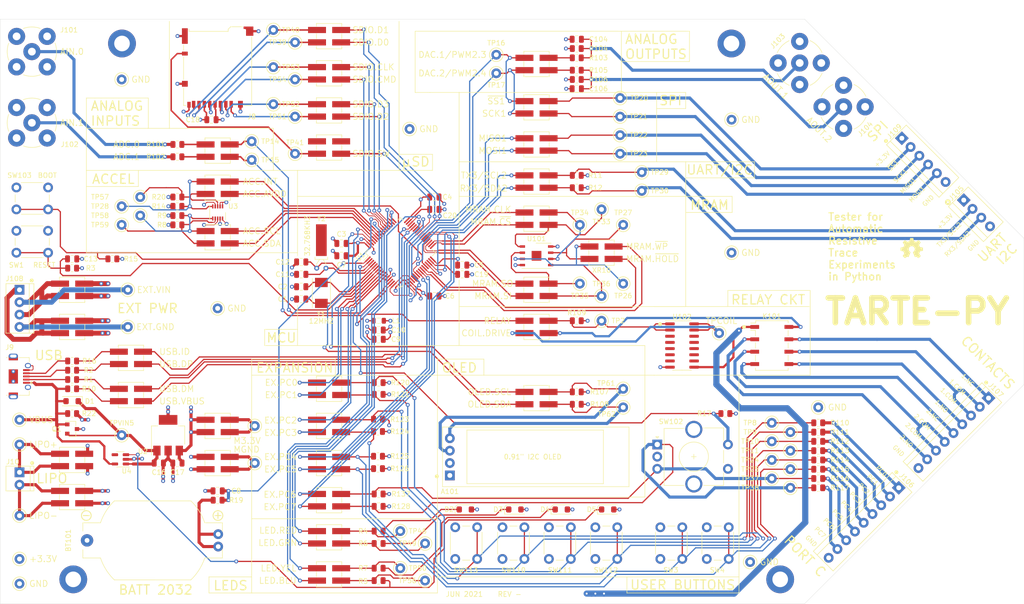
<source format=kicad_pcb>
(kicad_pcb (version 20171130) (host pcbnew "(5.1.10-1-10_14)")
  (layers (0 F.Cu signal) (1 In1.Cu signal hide) (2 In2.Cu signal hide) (31 B.Cu signal) (34 B.Paste user hide) (35 F.Paste user hide) (36 B.SilkS user) (37 F.SilkS user hide) (38 B.Mask user hide) (39 F.Mask user hide) (44 Edge.Cuts user))
  (net 0 "")
  (net 1 GND)
  (net 2 +3V3)
  (net 3 /OLED_SCL1)
  (net 4 "Net-(C1-Pad1)")
  (net 5 "Net-(C2-Pad1)")
  (net 6 /MCU_3V3)
  (net 7 VBAT)
  (net 8 +3V3A)
  (net 9 "Net-(C11-Pad1)")
  (net 10 "Net-(C12-Pad1)")
  (net 11 "Net-(C13-Pad2)")
  (net 12 V+)
  (net 13 /VCAP1)
  (net 14 /VCAP2)
  (net 15 /OUT_DAC2_PWM2.4)
  (net 16 VBUS)
  (net 17 /RED)
  (net 18 /GREEN)
  (net 19 /YELLOW)
  (net 20 /BLUE_OTGEN)
  (net 21 /SDIO_D2)
  (net 22 /SDIO_D3)
  (net 23 /SDIO_CMD)
  (net 24 /SDIO_CLK)
  (net 25 /SDIO_D0)
  (net 26 /SDIO_D1)
  (net 27 /SDIO_SW)
  (net 28 /USB_ID)
  (net 29 /USB_DP)
  (net 30 /USB_DM)
  (net 31 /VLIPO+)
  (net 32 /VLIPO-)
  (net 33 /IN_ADC0)
  (net 34 /IN_ADC1)
  (net 35 /OUT_DAC1_PWM2.3)
  (net 36 /SERIAL_TX3_SCL2)
  (net 37 /SERIAL_RX3_SDA2)
  (net 38 /EXP0)
  (net 39 /EXP1)
  (net 40 /EXP2)
  (net 41 /EXP3)
  (net 42 /EXP4)
  (net 43 /EXP5)
  (net 44 /EXP6)
  (net 45 /EXP7)
  (net 46 /EXTVIN-)
  (net 47 /EXTVIN+)
  (net 48 /SPI1_MOSI)
  (net 49 /SPI1_MISO)
  (net 50 /SPI1_SCK)
  (net 51 /SPI1_~SS)
  (net 52 /COIL)
  (net 53 VLIPO)
  (net 54 "Net-(R1-Pad1)")
  (net 55 "Net-(R2-Pad1)")
  (net 56 /LED_RED)
  (net 57 /LED_BLUE)
  (net 58 /LED_GREEN)
  (net 59 /LED_YELLOW)
  (net 60 "Net-(R10-Pad1)")
  (net 61 "Net-(R15-Pad1)")
  (net 62 "Net-(R16-Pad1)")
  (net 63 "Net-(R17-Pad2)")
  (net 64 /ADC0)
  (net 65 /ADC1)
  (net 66 /DAC1_PWM2.3)
  (net 67 /DAC2_PWM2.4)
  (net 68 /RELAY)
  (net 69 "Net-(R110-Pad2)")
  (net 70 "Net-(R111-Pad2)")
  (net 71 "Net-(R112-Pad2)")
  (net 72 "Net-(R113-Pad2)")
  (net 73 "Net-(R114-Pad2)")
  (net 74 "Net-(R115-Pad2)")
  (net 75 "Net-(R116-Pad2)")
  (net 76 "Net-(R117-Pad2)")
  (net 77 /MADC0)
  (net 78 /MADC1)
  (net 79 /MSPI1_~SS~_DAC1)
  (net 80 /MSPI1_SCK_DAC2)
  (net 81 /MRAM_~WP)
  (net 82 /MRAM_~HOLD)
  (net 83 /MRAM_~CS)
  (net 84 /MRAM_CLK)
  (net 85 /MRAM_SO)
  (net 86 /MRAM_SI)
  (net 87 /COIL_DRIVE)
  (net 88 /MRELAY)
  (net 89 /MEXP0)
  (net 90 /MEXP1)
  (net 91 /MEXP2)
  (net 92 /MEXP3)
  (net 93 /MSPI1_MISO)
  (net 94 /MSPI1_MOSI)
  (net 95 /MEXP4)
  (net 96 /MEXP5)
  (net 97 /MMRAM_~WP)
  (net 98 /MMRAM_~HOLD)
  (net 99 /MSERIAL_TX3_SCL2)
  (net 100 /MSERIAL_RX3_SDA2)
  (net 101 /MMRAM_~CS)
  (net 102 /MMRAM_CLK)
  (net 103 /MMRAM_SO)
  (net 104 /MMRAM_SI)
  (net 105 /MEXP6)
  (net 106 /MEXP7)
  (net 107 /MSDIO_D0)
  (net 108 /MSDIO_D1)
  (net 109 /MSDIO_SW)
  (net 110 /MUSB_VBUS)
  (net 111 /MUSB_ID)
  (net 112 /MUSB_DM)
  (net 113 /MUSB_DP)
  (net 114 /MLED_RED)
  (net 115 /MLED_GREEN)
  (net 116 /MLED_YELLOW)
  (net 117 /MSDIO_D2)
  (net 118 /MSDIO_D3)
  (net 119 /MSDIO_CLK)
  (net 120 /MSDIO_CMD)
  (net 121 /MLED_BLUE)
  (net 122 /MOLED_SCL1)
  (net 123 /MOLED_SDA1)
  (net 124 "Net-(U4-Pad4)")
  (net 125 "Net-(U102-Pad3)")
  (net 126 "Net-(U102-Pad4)")
  (net 127 "Net-(U102-Pad5)")
  (net 128 "Net-(U102-Pad6)")
  (net 129 "Net-(U102-Pad7)")
  (net 130 "Net-(U102-Pad10)")
  (net 131 "Net-(U102-Pad11)")
  (net 132 "Net-(U102-Pad12)")
  (net 133 "Net-(U102-Pad13)")
  (net 134 "Net-(U102-Pad14)")
  (net 135 "Net-(XR14-Pad3)")
  (net 136 "Net-(XR14-Pad4)")
  (net 137 "Net-(BT101-Pad2)")
  (net 138 GNDM)
  (net 139 /ACCEL_SDA)
  (net 140 /ACCEL_SCL)
  (net 141 /ACCEL_INT)
  (net 142 /ACCEL_AVDD)
  (net 143 /MACCEL_INT)
  (net 144 /MACCEL_AVDD)
  (net 145 /MACCEL_SCL)
  (net 146 /MACCEL_SDA)
  (net 147 /KA.NO)
  (net 148 /KA.COM)
  (net 149 /KA.NC)
  (net 150 /KB.NO)
  (net 151 /KB.COM)
  (net 152 /KB.NC)
  (net 153 /OLED_SDA1)
  (module .novac:TestPoint_Keystone_5000-5004_Miniature (layer F.Cu) (at 74.93 32.385)
    (fp_text reference TPGND8 hide)
    (fp_text value TestPoint hide)
    (pad 1 thru_hole circle (at 0 0) (size 2 2) (drill 1) (layers *.Cu *.Mask) (net 1 GND))
  )
  (module .novac:TestPoint_Keystone_5000-5004_Miniature (layer F.Cu) (at 200.025 40.64)
    (fp_text reference TPGND7 hide)
    (fp_text value TestPoint hide)
    (pad 1 thru_hole circle (at 0 0) (size 2 2) (drill 1) (layers *.Cu *.Mask) (net 1 GND))
  )
  (module .novac:TestPoint_Keystone_5000-5004_Miniature (layer F.Cu) (at 94.615 79.375)
    (fp_text reference TPGND6 hide)
    (fp_text value TestPoint hide)
    (pad 1 thru_hole circle (at 0 0) (size 2 2) (drill 1) (layers *.Cu *.Mask) (net 1 GND))
  )
  (module .novac:TestPoint_Keystone_5000-5004_Miniature (layer F.Cu) (at 133.985 42.545)
    (fp_text reference TPGND5 hide)
    (fp_text value TestPoint hide)
    (pad 1 thru_hole circle (at 0 0) (size 2 2) (drill 1) (layers *.Cu *.Mask) (net 1 GND))
  )
  (module .novac:TestPoint_Keystone_5000-5004_Miniature (layer F.Cu) (at 200.025 67.945)
    (fp_text reference TPGND4 hide)
    (fp_text value TestPoint hide)
    (pad 1 thru_hole circle (at 0 0) (size 2 2) (drill 1) (layers *.Cu *.Mask) (net 1 GND))
  )
  (module .novac:TestPoint_Keystone_5000-5004_Miniature (layer F.Cu) (at 217.805 99.695)
    (fp_text reference TPGND3 hide)
    (fp_text value TestPoint hide)
    (pad 1 thru_hole circle (at 0 0) (size 2 2) (drill 1) (layers *.Cu *.Mask) (net 1 GND))
  )
  (module .novac:TestPoint_Keystone_5000-5004_Miniature (layer F.Cu) (at 203.835 131.445)
    (fp_text reference TPGND2 hide)
    (fp_text value TestPoint hide)
    (pad 1 thru_hole circle (at 0 0) (size 2 2) (drill 1) (layers *.Cu *.Mask) (net 1 GND))
  )
  (module .novac:OSHW-Logo2_7.3x6mm_SilkScreen (layer F.Cu) (at 236.982 67.691)
    (fp_text reference LOGO1 hide)
    (fp_text value Logo_Open_Hardware_Large hide)
  )
  (module .novac:MountingHole_3.2mm_M3_ISO7380_Pad (layer F.Cu) (at 65 135)
    (fp_text reference H4 hide)
    (fp_text value MountingHole_Pad)
    (pad 1 thru_hole circle (at 0 0) (size 5.7 5.7) (drill 3.2) (layers *.Cu *.Mask) (net 1 GND))
  )
  (module .novac:MountingHole_3.2mm_M3_ISO7380_Pad (layer F.Cu) (at 210 135)
    (fp_text reference H3 hide)
    (fp_text value MountingHole_Pad)
    (pad 1 thru_hole circle (at 0 0) (size 5.7 5.7) (drill 3.2) (layers *.Cu *.Mask) (net 1 GND))
  )
  (module .novac:MountingHole_3.2mm_M3_ISO7380_Pad (layer F.Cu) (at 200 25)
    (fp_text reference H2 hide)
    (fp_text value MountingHole_Pad)
    (pad 1 thru_hole circle (at 0 0) (size 5.7 5.7) (drill 3.2) (layers *.Cu *.Mask) (net 1 GND))
  )
  (module .novac:MountingHole_3.2mm_M3_ISO7380_Pad (layer F.Cu) (at 75 25)
    (fp_text reference H1 hide)
    (fp_text value MountingHole_Pad)
    (pad 1 thru_hole circle (at 0 0) (size 5.7 5.7) (drill 3.2) (layers *.Cu *.Mask) (net 1 GND))
  )
  (module .novac:TE_640454-4_FLIP (layer F.Cu) (at 53.975 75.565 270)
    (fp_text reference J108 (at -2.286 1.016 180) (layer F.SilkS))
    (fp_text value EX_PWR_IN_1x4)
    (pad 1 thru_hole rect (at 0 0 270) (size 2 2) (drill 1) (layers *.Cu *.Mask) (net 46 /EXTVIN-))
    (pad 2 thru_hole circle (at 2.54 0 270) (size 2 2) (drill 1) (layers *.Cu *.Mask) (net 47 /EXTVIN+))
    (pad 3 thru_hole circle (at 5.08 0 270) (size 2 2) (drill 1) (layers *.Cu *.Mask) (net 47 /EXTVIN+))
    (pad 4 thru_hole circle (at 7.62 0 270) (size 2 2) (drill 1) (layers *.Cu *.Mask) (net 46 /EXTVIN-))
  )
  (module .novac:TE_640454-2-FLIP (layer F.Cu) (at 53.975 113.03 270)
    (fp_text reference J10 (at -2.159 1.397 180) (layer F.SilkS))
    (fp_text value LIPO_1x2)
    (pad 2 thru_hole circle (at 2.54 0 270) (size 2 2) (drill 1) (layers *.Cu *.Mask) (net 32 /VLIPO-))
    (pad 1 thru_hole rect (at 0 0 270) (size 2 2) (drill 1) (layers *.Cu *.Mask) (net 31 /VLIPO+))
  )
  (module .novac:LED_0805_2012Metric_LiteOn_C171 (layer F.Cu) (at 145.415 120.65)
    (fp_text reference D2 (at -3.302 0) (layer F.SilkS))
    (fp_text value LED-RED)
    (pad 1 smd roundrect (at -1.25 0) (size 1.1 1.25) (layers F.Cu F.Paste F.Mask) (net 17 /RED))
    (pad 2 smd roundrect (at 1.25 0) (size 1.1 1.25) (layers F.Cu F.Paste F.Mask) (net 1 GND))
  )
  (module .novac:MODULE_TRACER (layer F.Cu) (at 160.02 75.565)
    (fp_text reference XR9 hide)
    (fp_text value TRACER1)
    (pad 1 smd rect (at -2.475 -1.27) (size 3.68 1.27) (layers F.Cu F.Paste F.Mask) (net 103 /MMRAM_SO))
    (pad 2 smd rect (at 2.475 -1.27) (size 3.68 1.27) (layers F.Cu F.Paste F.Mask) (net 85 /MRAM_SO))
    (pad 3 smd rect (at -2.475 1.27) (size 3.68 1.27) (layers F.Cu F.Paste F.Mask) (net 104 /MMRAM_SI))
    (pad 4 smd rect (at 2.475 1.27) (size 3.68 1.27) (layers F.Cu F.Paste F.Mask) (net 86 /MRAM_SI))
  )
  (module .novac:SW_PUSH_6mm (layer F.Cu) (at 53.34 63.445)
    (fp_text reference SW1 (at 0 7.04) (layer F.SilkS))
    (fp_text value RESET (at 5.715 7.04) (layer F.SilkS))
    (pad 2 thru_hole circle (at 0 4.5 90) (size 2 2) (drill 1.1) (layers *.Cu *.Mask) (net 11 "Net-(C13-Pad2)"))
    (pad 1 thru_hole circle (at 0 0 90) (size 2 2) (drill 1.1) (layers *.Cu *.Mask) (net 1 GND))
    (pad 2 thru_hole circle (at 6.5 4.5 90) (size 2 2) (drill 1.1) (layers *.Cu *.Mask) (net 11 "Net-(C13-Pad2)"))
    (pad 1 thru_hole circle (at 6.5 0 90) (size 2 2) (drill 1.1) (layers *.Cu *.Mask) (net 1 GND))
  )
  (module .novac:SW_PUSH_6mm (layer F.Cu) (at 53.34 54.555)
    (fp_text reference SW103 (at 0.635 -2.485) (layer F.SilkS))
    (fp_text value BOOT (at 6.35 -2.485) (layer F.SilkS))
    (pad 2 thru_hole circle (at 0 4.5 90) (size 2 2) (drill 1.1) (layers *.Cu *.Mask) (net 61 "Net-(R15-Pad1)"))
    (pad 1 thru_hole circle (at 0 0 90) (size 2 2) (drill 1.1) (layers *.Cu *.Mask) (net 2 +3V3))
    (pad 2 thru_hole circle (at 6.5 4.5 90) (size 2 2) (drill 1.1) (layers *.Cu *.Mask) (net 61 "Net-(R15-Pad1)"))
    (pad 1 thru_hole circle (at 6.5 0 90) (size 2 2) (drill 1.1) (layers *.Cu *.Mask) (net 2 +3V3))
  )
  (module .novac:USB_Micro-AB_Molex_47590-0001 (layer F.Cu) (at 52.705 93.345 270)
    (fp_text reference J9 (at -5.969 0.762) (layer F.SilkS))
    (fp_text value USB_MICRO_AB)
    (pad 6 thru_hole oval (at -2.225 -3 270) (size 1.05 1.25) (drill oval 0.65 0.85) (layers *.Cu *.Mask) (net 1 GND))
    (pad 5 smd rect (at -1.3 -2.675 270) (size 0.4 1.35) (layers F.Cu F.Paste F.Mask) (net 1 GND))
    (pad 4 smd rect (at -0.65 -2.675 270) (size 0.4 1.35) (layers F.Cu F.Paste F.Mask) (net 28 /USB_ID))
    (pad 3 smd rect (at 0 -2.675 270) (size 0.4 1.35) (layers F.Cu F.Paste F.Mask) (net 29 /USB_DP))
    (pad 1 smd rect (at 1.3 -2.675 270) (size 0.4 1.35) (layers F.Cu F.Paste F.Mask) (net 16 VBUS))
    (pad 6 thru_hole oval (at 2.225 -3 270) (size 1.05 1.25) (drill oval 0.65 0.85) (layers *.Cu *.Mask) (net 1 GND))
    (pad 6 thru_hole oval (at -4.175 0 270) (size 1 1.9) (drill oval 0.6 1.3) (layers *.Cu *.Mask) (net 1 GND))
    (pad 6 thru_hole oval (at 4.175 0 270) (size 1 1.9) (drill oval 0.6 1.3) (layers *.Cu *.Mask) (net 1 GND))
    (pad 2 smd rect (at 0.65 -2.675 270) (size 0.4 1.35) (layers F.Cu F.Paste F.Mask) (net 30 /USB_DM))
    (pad 6 smd rect (at 0 0 270) (size 2.9 1.9) (layers F.Cu F.Paste F.Mask) (net 1 GND))
    (pad 6 smd rect (at 3.7375 0 270) (size 0.875 1.9) (layers F.Cu F.Mask) (net 1 GND))
    (pad 6 smd rect (at -3.7375 0 270) (size 0.875 1.9) (layers F.Cu F.Mask) (net 1 GND))
  )
  (module .novac:MODULE_TRACER (layer F.Cu) (at 94.615 54.61 180)
    (fp_text reference XR4 hide)
    (fp_text value TRACER1)
    (pad 1 smd rect (at -2.475 -1.27 180) (size 3.68 1.27) (layers F.Cu F.Paste F.Mask) (net 144 /MACCEL_AVDD))
    (pad 2 smd rect (at 2.475 -1.27 180) (size 3.68 1.27) (layers F.Cu F.Paste F.Mask) (net 142 /ACCEL_AVDD))
    (pad 3 smd rect (at -2.475 1.27 180) (size 3.68 1.27) (layers F.Cu F.Paste F.Mask) (net 143 /MACCEL_INT))
    (pad 4 smd rect (at 2.475 1.27 180) (size 3.68 1.27) (layers F.Cu F.Paste F.Mask) (net 141 /ACCEL_INT))
  )
  (module .novac:SW_PUSH_6mm (layer F.Cu) (at 143.348 130.81 90)
    (fp_text reference SW113 (at -2.286 2.194) (layer F.SilkS))
    (fp_text value BLUE)
    (pad 2 thru_hole circle (at 0 4.5 180) (size 2 2) (drill 1.1) (layers *.Cu *.Mask) (net 72 "Net-(R113-Pad2)"))
    (pad 1 thru_hole circle (at 0 0 180) (size 2 2) (drill 1.1) (layers *.Cu *.Mask) (net 1 GND))
    (pad 2 thru_hole circle (at 6.5 4.5 180) (size 2 2) (drill 1.1) (layers *.Cu *.Mask) (net 72 "Net-(R113-Pad2)"))
    (pad 1 thru_hole circle (at 6.5 0 180) (size 2 2) (drill 1.1) (layers *.Cu *.Mask) (net 1 GND))
  )
  (module .novac:SW_PUSH_6mm (layer F.Cu) (at 172.085 130.81 90)
    (fp_text reference SW112 (at -2.286 2.159 180) (layer F.SilkS))
    (fp_text value YELLOW)
    (pad 2 thru_hole circle (at 0 4.5 180) (size 2 2) (drill 1.1) (layers *.Cu *.Mask) (net 71 "Net-(R112-Pad2)"))
    (pad 1 thru_hole circle (at 0 0 180) (size 2 2) (drill 1.1) (layers *.Cu *.Mask) (net 1 GND))
    (pad 2 thru_hole circle (at 6.5 4.5 180) (size 2 2) (drill 1.1) (layers *.Cu *.Mask) (net 71 "Net-(R112-Pad2)"))
    (pad 1 thru_hole circle (at 6.5 0 180) (size 2 2) (drill 1.1) (layers *.Cu *.Mask) (net 1 GND))
  )
  (module .novac:SW_PUSH_6mm (layer F.Cu) (at 162.56 130.81 90)
    (fp_text reference SW111 (at -2.286 2.286) (layer F.SilkS))
    (fp_text value GREEN)
    (pad 2 thru_hole circle (at 0 4.5 180) (size 2 2) (drill 1.1) (layers *.Cu *.Mask) (net 70 "Net-(R111-Pad2)"))
    (pad 1 thru_hole circle (at 0 0 180) (size 2 2) (drill 1.1) (layers *.Cu *.Mask) (net 1 GND))
    (pad 2 thru_hole circle (at 6.5 4.5 180) (size 2 2) (drill 1.1) (layers *.Cu *.Mask) (net 70 "Net-(R111-Pad2)"))
    (pad 1 thru_hole circle (at 6.5 0 180) (size 2 2) (drill 1.1) (layers *.Cu *.Mask) (net 1 GND))
  )
  (module .novac:SW_PUSH_6mm (layer F.Cu) (at 153.035 130.81 90)
    (fp_text reference SW110 (at -2.286 2.286 180) (layer F.SilkS))
    (fp_text value RED)
    (pad 2 thru_hole circle (at 0 4.5 180) (size 2 2) (drill 1.1) (layers *.Cu *.Mask) (net 69 "Net-(R110-Pad2)"))
    (pad 1 thru_hole circle (at 0 0 180) (size 2 2) (drill 1.1) (layers *.Cu *.Mask) (net 1 GND))
    (pad 2 thru_hole circle (at 6.5 4.5 180) (size 2 2) (drill 1.1) (layers *.Cu *.Mask) (net 69 "Net-(R110-Pad2)"))
    (pad 1 thru_hole circle (at 6.5 0 180) (size 2 2) (drill 1.1) (layers *.Cu *.Mask) (net 1 GND))
  )
  (module .novac:Crystal_C26-LF_D2.1mm_L6.5mm_Horizontal_1EP_style1 (layer F.Cu) (at 116.835 71.12 180)
    (fp_text reference Y2 (at 0.9475 10.16 180) (layer F.SilkS))
    (fp_text value 32.768kHz)
    (pad 1 thru_hole circle (at 0 0 180) (size 1 1) (drill 0.5) (layers *.Cu *.Mask) (net 9 "Net-(C11-Pad1)"))
    (pad 2 thru_hole circle (at 1.9 0 180) (size 1 1) (drill 0.5) (layers *.Cu *.Mask) (net 10 "Net-(C12-Pad1)"))
    (pad 3 smd rect (at 0.95 5.75 180) (size 2.2 6.5) (layers F.Cu F.Paste F.Mask))
  )
  (module .novac:Crystal_SMD_Abracon_ABM7-2Pin_6.0x3.5mm (layer F.Cu) (at 115.8875 76.2 90)
    (fp_text reference Y1 (at -4.318 -0.0635 180) (layer F.SilkS))
    (fp_text value 12MHz)
    (pad 1 smd rect (at -2.15 0 90) (size 1.9 2.6) (layers F.Cu F.Paste F.Mask) (net 4 "Net-(C1-Pad1)"))
    (pad 2 smd rect (at 2.15 0 90) (size 1.9 2.6) (layers F.Cu F.Paste F.Mask) (net 5 "Net-(C2-Pad1)"))
  )
  (module .novac:MODULE_TRACER (layer F.Cu) (at 94.615 111.125)
    (fp_text reference XR32 hide)
    (fp_text value TRACER2)
    (pad 1 smd rect (at -2.475 -1.27) (size 3.68 1.27) (layers F.Cu F.Paste F.Mask) (net 1 GND))
    (pad 2 smd rect (at 2.475 -1.27) (size 3.68 1.27) (layers F.Cu F.Paste F.Mask) (net 138 GNDM))
    (pad 3 smd rect (at -2.475 1.27) (size 3.68 1.27) (layers F.Cu F.Paste F.Mask) (net 1 GND))
    (pad 4 smd rect (at 2.475 1.27) (size 3.68 1.27) (layers F.Cu F.Paste F.Mask) (net 138 GNDM))
  )
  (module .novac:MODULE_TRACER (layer F.Cu) (at 94.615 103.505)
    (fp_text reference XR31 hide)
    (fp_text value TRACER2)
    (pad 1 smd rect (at -2.475 -1.27) (size 3.68 1.27) (layers F.Cu F.Paste F.Mask) (net 2 +3V3))
    (pad 2 smd rect (at 2.475 -1.27) (size 3.68 1.27) (layers F.Cu F.Paste F.Mask) (net 6 /MCU_3V3))
    (pad 3 smd rect (at -2.475 1.27) (size 3.68 1.27) (layers F.Cu F.Paste F.Mask) (net 2 +3V3))
    (pad 4 smd rect (at 2.475 1.27) (size 3.68 1.27) (layers F.Cu F.Paste F.Mask) (net 6 /MCU_3V3))
  )
  (module .novac:MODULE_TRACER (layer F.Cu) (at 64.77 83.185)
    (fp_text reference XR30 hide)
    (fp_text value TRACER2)
    (pad 1 smd rect (at -2.475 -1.27) (size 3.68 1.27) (layers F.Cu F.Paste F.Mask) (net 46 /EXTVIN-))
    (pad 2 smd rect (at 2.475 -1.27) (size 3.68 1.27) (layers F.Cu F.Paste F.Mask) (net 1 GND))
    (pad 3 smd rect (at -2.475 1.27) (size 3.68 1.27) (layers F.Cu F.Paste F.Mask) (net 46 /EXTVIN-))
    (pad 4 smd rect (at 2.475 1.27) (size 3.68 1.27) (layers F.Cu F.Paste F.Mask) (net 1 GND))
  )
  (module .novac:MODULE_TRACER (layer F.Cu) (at 64.77 75.565)
    (fp_text reference XR29 hide)
    (fp_text value TRACER2)
    (pad 1 smd rect (at -2.475 -1.27) (size 3.68 1.27) (layers F.Cu F.Paste F.Mask) (net 47 /EXTVIN+))
    (pad 2 smd rect (at 2.475 -1.27) (size 3.68 1.27) (layers F.Cu F.Paste F.Mask) (net 12 V+))
    (pad 3 smd rect (at -2.475 1.27) (size 3.68 1.27) (layers F.Cu F.Paste F.Mask) (net 47 /EXTVIN+))
    (pad 4 smd rect (at 2.475 1.27) (size 3.68 1.27) (layers F.Cu F.Paste F.Mask) (net 12 V+))
  )
  (module .novac:MODULE_TRACER (layer F.Cu) (at 64.77 118.11)
    (fp_text reference XR28 hide)
    (fp_text value TRACER2)
    (pad 1 smd rect (at -2.475 -1.27) (size 3.68 1.27) (layers F.Cu F.Paste F.Mask) (net 32 /VLIPO-))
    (pad 2 smd rect (at 2.475 -1.27) (size 3.68 1.27) (layers F.Cu F.Paste F.Mask) (net 1 GND))
    (pad 3 smd rect (at -2.475 1.27) (size 3.68 1.27) (layers F.Cu F.Paste F.Mask) (net 32 /VLIPO-))
    (pad 4 smd rect (at 2.475 1.27) (size 3.68 1.27) (layers F.Cu F.Paste F.Mask) (net 1 GND))
  )
  (module .novac:MODULE_TRACER (layer F.Cu) (at 64.77 110.49)
    (fp_text reference XR27 hide)
    (fp_text value TRACER2)
    (pad 1 smd rect (at -2.475 -1.27) (size 3.68 1.27) (layers F.Cu F.Paste F.Mask) (net 31 /VLIPO+))
    (pad 2 smd rect (at 2.475 -1.27) (size 3.68 1.27) (layers F.Cu F.Paste F.Mask) (net 53 VLIPO))
    (pad 3 smd rect (at -2.475 1.27) (size 3.68 1.27) (layers F.Cu F.Paste F.Mask) (net 31 /VLIPO+))
    (pad 4 smd rect (at 2.475 1.27) (size 3.68 1.27) (layers F.Cu F.Paste F.Mask) (net 53 VLIPO))
  )
  (module .novac:MODULE_TRACER (layer F.Cu) (at 76.835 89.535)
    (fp_text reference XR26 hide)
    (fp_text value TRACER1)
    (pad 1 smd rect (at -2.475 -1.27) (size 3.68 1.27) (layers F.Cu F.Paste F.Mask) (net 62 "Net-(R16-Pad1)"))
    (pad 2 smd rect (at 2.475 -1.27) (size 3.68 1.27) (layers F.Cu F.Paste F.Mask) (net 111 /MUSB_ID))
    (pad 3 smd rect (at -2.475 1.27) (size 3.68 1.27) (layers F.Cu F.Paste F.Mask) (net 55 "Net-(R2-Pad1)"))
    (pad 4 smd rect (at 2.475 1.27) (size 3.68 1.27) (layers F.Cu F.Paste F.Mask) (net 113 /MUSB_DP))
  )
  (module .novac:MODULE_TRACER (layer F.Cu) (at 76.835 97.155)
    (fp_text reference XR25 hide)
    (fp_text value TRACER1)
    (pad 1 smd rect (at -2.475 -1.27) (size 3.68 1.27) (layers F.Cu F.Paste F.Mask) (net 54 "Net-(R1-Pad1)"))
    (pad 2 smd rect (at 2.475 -1.27) (size 3.68 1.27) (layers F.Cu F.Paste F.Mask) (net 112 /MUSB_DM))
    (pad 3 smd rect (at -2.475 1.27) (size 3.68 1.27) (layers F.Cu F.Paste F.Mask) (net 60 "Net-(R10-Pad1)"))
    (pad 4 smd rect (at 2.475 1.27) (size 3.68 1.27) (layers F.Cu F.Paste F.Mask) (net 110 /MUSB_VBUS))
  )
  (module .novac:MODULE_TRACER (layer F.Cu) (at 94.615 46.99)
    (fp_text reference XR22 hide)
    (fp_text value TRACER1)
    (pad 1 smd rect (at -2.475 -1.27) (size 3.68 1.27) (layers F.Cu F.Paste F.Mask) (net 64 /ADC0))
    (pad 2 smd rect (at 2.475 -1.27) (size 3.68 1.27) (layers F.Cu F.Paste F.Mask) (net 77 /MADC0))
    (pad 3 smd rect (at -2.475 1.27) (size 3.68 1.27) (layers F.Cu F.Paste F.Mask) (net 65 /ADC1))
    (pad 4 smd rect (at 2.475 1.27) (size 3.68 1.27) (layers F.Cu F.Paste F.Mask) (net 78 /MADC1))
  )
  (module .novac:MODULE_TRACER (layer F.Cu) (at 117.475 133.985)
    (fp_text reference XR21 hide)
    (fp_text value TRACER1)
    (pad 1 smd rect (at -2.475 -1.27) (size 3.68 1.27) (layers F.Cu F.Paste F.Mask) (net 116 /MLED_YELLOW))
    (pad 2 smd rect (at 2.475 -1.27) (size 3.68 1.27) (layers F.Cu F.Paste F.Mask) (net 59 /LED_YELLOW))
    (pad 3 smd rect (at -2.475 1.27) (size 3.68 1.27) (layers F.Cu F.Paste F.Mask) (net 121 /MLED_BLUE))
    (pad 4 smd rect (at 2.475 1.27) (size 3.68 1.27) (layers F.Cu F.Paste F.Mask) (net 57 /LED_BLUE))
  )
  (module .novac:MODULE_TRACER (layer F.Cu) (at 117.475 126.365)
    (fp_text reference XR20 hide)
    (fp_text value TRACER1)
    (pad 1 smd rect (at -2.475 -1.27) (size 3.68 1.27) (layers F.Cu F.Paste F.Mask) (net 114 /MLED_RED))
    (pad 2 smd rect (at 2.475 -1.27) (size 3.68 1.27) (layers F.Cu F.Paste F.Mask) (net 56 /LED_RED))
    (pad 3 smd rect (at -2.475 1.27) (size 3.68 1.27) (layers F.Cu F.Paste F.Mask) (net 115 /MLED_GREEN))
    (pad 4 smd rect (at 2.475 1.27) (size 3.68 1.27) (layers F.Cu F.Paste F.Mask) (net 58 /LED_GREEN))
  )
  (module .novac:MODULE_TRACER (layer F.Cu) (at 160.02 83.185)
    (fp_text reference XR19 hide)
    (fp_text value TRACER1)
    (pad 1 smd rect (at -2.475 -1.27) (size 3.68 1.27) (layers F.Cu F.Paste F.Mask) (net 88 /MRELAY))
    (pad 2 smd rect (at 2.475 -1.27) (size 3.68 1.27) (layers F.Cu F.Paste F.Mask) (net 68 /RELAY))
    (pad 3 smd rect (at -2.475 1.27) (size 3.68 1.27) (layers F.Cu F.Paste F.Mask) (net 87 /COIL_DRIVE))
    (pad 4 smd rect (at 2.475 1.27) (size 3.68 1.27) (layers F.Cu F.Paste F.Mask) (net 52 /COIL))
  )
  (module .novac:MODULE_TRACER (layer F.Cu) (at 117.475 118.745)
    (fp_text reference XR18 hide)
    (fp_text value TRACER1)
    (pad 1 smd rect (at -2.475 -1.27) (size 3.68 1.27) (layers F.Cu F.Paste F.Mask) (net 105 /MEXP6))
    (pad 2 smd rect (at 2.475 -1.27) (size 3.68 1.27) (layers F.Cu F.Paste F.Mask) (net 75 "Net-(R116-Pad2)"))
    (pad 3 smd rect (at -2.475 1.27) (size 3.68 1.27) (layers F.Cu F.Paste F.Mask) (net 106 /MEXP7))
    (pad 4 smd rect (at 2.475 1.27) (size 3.68 1.27) (layers F.Cu F.Paste F.Mask) (net 76 "Net-(R117-Pad2)"))
  )
  (module .novac:MODULE_TRACER (layer F.Cu) (at 117.475 111.125)
    (fp_text reference XR17 hide)
    (fp_text value TRACER1)
    (pad 1 smd rect (at -2.475 -1.27) (size 3.68 1.27) (layers F.Cu F.Paste F.Mask) (net 95 /MEXP4))
    (pad 2 smd rect (at 2.475 -1.27) (size 3.68 1.27) (layers F.Cu F.Paste F.Mask) (net 73 "Net-(R114-Pad2)"))
    (pad 3 smd rect (at -2.475 1.27) (size 3.68 1.27) (layers F.Cu F.Paste F.Mask) (net 96 /MEXP5))
    (pad 4 smd rect (at 2.475 1.27) (size 3.68 1.27) (layers F.Cu F.Paste F.Mask) (net 74 "Net-(R115-Pad2)"))
  )
  (module .novac:MODULE_TRACER (layer F.Cu) (at 117.475 103.505)
    (fp_text reference XR16 hide)
    (fp_text value TRACER1)
    (pad 1 smd rect (at -2.475 -1.27) (size 3.68 1.27) (layers F.Cu F.Paste F.Mask) (net 91 /MEXP2))
    (pad 2 smd rect (at 2.475 -1.27) (size 3.68 1.27) (layers F.Cu F.Paste F.Mask) (net 71 "Net-(R112-Pad2)"))
    (pad 3 smd rect (at -2.475 1.27) (size 3.68 1.27) (layers F.Cu F.Paste F.Mask) (net 92 /MEXP3))
    (pad 4 smd rect (at 2.475 1.27) (size 3.68 1.27) (layers F.Cu F.Paste F.Mask) (net 72 "Net-(R113-Pad2)"))
  )
  (module .novac:MODULE_TRACER (layer F.Cu) (at 117.475 95.885)
    (fp_text reference XR15 hide)
    (fp_text value TRACER1)
    (pad 1 smd rect (at -2.475 -1.27) (size 3.68 1.27) (layers F.Cu F.Paste F.Mask) (net 89 /MEXP0))
    (pad 2 smd rect (at 2.475 -1.27) (size 3.68 1.27) (layers F.Cu F.Paste F.Mask) (net 69 "Net-(R110-Pad2)"))
    (pad 3 smd rect (at -2.475 1.27) (size 3.68 1.27) (layers F.Cu F.Paste F.Mask) (net 90 /MEXP1))
    (pad 4 smd rect (at 2.475 1.27) (size 3.68 1.27) (layers F.Cu F.Paste F.Mask) (net 70 "Net-(R111-Pad2)"))
  )
  (module .novac:MODULE_TRACER (layer F.Cu) (at 117.475 46.355 180)
    (fp_text reference XR14 hide)
    (fp_text value TRACER1)
    (pad 1 smd rect (at -2.475 -1.27 180) (size 3.68 1.27) (layers F.Cu F.Paste F.Mask) (net 109 /MSDIO_SW))
    (pad 2 smd rect (at 2.475 -1.27 180) (size 3.68 1.27) (layers F.Cu F.Paste F.Mask) (net 27 /SDIO_SW))
    (pad 3 smd rect (at -2.475 1.27 180) (size 3.68 1.27) (layers F.Cu F.Paste F.Mask) (net 135 "Net-(XR14-Pad3)"))
    (pad 4 smd rect (at 2.475 1.27 180) (size 3.68 1.27) (layers F.Cu F.Paste F.Mask) (net 136 "Net-(XR14-Pad4)"))
  )
  (module .novac:MODULE_TRACER (layer F.Cu) (at 117.475 23.495 180)
    (fp_text reference XR13 hide)
    (fp_text value TRACER1)
    (pad 1 smd rect (at -2.475 -1.27 180) (size 3.68 1.27) (layers F.Cu F.Paste F.Mask) (net 107 /MSDIO_D0))
    (pad 2 smd rect (at 2.475 -1.27 180) (size 3.68 1.27) (layers F.Cu F.Paste F.Mask) (net 25 /SDIO_D0))
    (pad 3 smd rect (at -2.475 1.27 180) (size 3.68 1.27) (layers F.Cu F.Paste F.Mask) (net 108 /MSDIO_D1))
    (pad 4 smd rect (at 2.475 1.27 180) (size 3.68 1.27) (layers F.Cu F.Paste F.Mask) (net 26 /SDIO_D1))
  )
  (module .novac:MODULE_TRACER (layer F.Cu) (at 117.475 31.115 180)
    (fp_text reference XR12 hide)
    (fp_text value TRACER1)
    (pad 1 smd rect (at -2.475 -1.27 180) (size 3.68 1.27) (layers F.Cu F.Paste F.Mask) (net 120 /MSDIO_CMD))
    (pad 2 smd rect (at 2.475 -1.27 180) (size 3.68 1.27) (layers F.Cu F.Paste F.Mask) (net 23 /SDIO_CMD))
    (pad 3 smd rect (at -2.475 1.27 180) (size 3.68 1.27) (layers F.Cu F.Paste F.Mask) (net 119 /MSDIO_CLK))
    (pad 4 smd rect (at 2.475 1.27 180) (size 3.68 1.27) (layers F.Cu F.Paste F.Mask) (net 24 /SDIO_CLK))
  )
  (module .novac:MODULE_TRACER (layer F.Cu) (at 117.475 38.735 180)
    (fp_text reference XR11 hide)
    (fp_text value TRACER1)
    (pad 1 smd rect (at -2.475 -1.27 180) (size 3.68 1.27) (layers F.Cu F.Paste F.Mask) (net 117 /MSDIO_D2))
    (pad 2 smd rect (at 2.475 -1.27 180) (size 3.68 1.27) (layers F.Cu F.Paste F.Mask) (net 21 /SDIO_D2))
    (pad 3 smd rect (at -2.475 1.27 180) (size 3.68 1.27) (layers F.Cu F.Paste F.Mask) (net 118 /MSDIO_D3))
    (pad 4 smd rect (at 2.475 1.27 180) (size 3.68 1.27) (layers F.Cu F.Paste F.Mask) (net 22 /SDIO_D3))
  )
  (module .novac:MODULE_TRACER (layer F.Cu) (at 173.355 67.945 180)
    (fp_text reference XR10 (at 0 -3.6) (layer F.SilkS))
    (fp_text value TRACER1)
    (pad 1 smd rect (at -2.475 -1.27 180) (size 3.68 1.27) (layers F.Cu F.Paste F.Mask) (net 98 /MMRAM_~HOLD))
    (pad 2 smd rect (at 2.475 -1.27 180) (size 3.68 1.27) (layers F.Cu F.Paste F.Mask) (net 82 /MRAM_~HOLD))
    (pad 3 smd rect (at -2.475 1.27 180) (size 3.68 1.27) (layers F.Cu F.Paste F.Mask) (net 97 /MMRAM_~WP))
    (pad 4 smd rect (at 2.475 1.27 180) (size 3.68 1.27) (layers F.Cu F.Paste F.Mask) (net 81 /MRAM_~WP))
  )
  (module .novac:MODULE_TRACER (layer F.Cu) (at 160.02 60.96)
    (fp_text reference XR8 hide)
    (fp_text value TRACER1)
    (pad 1 smd rect (at -2.475 -1.27) (size 3.68 1.27) (layers F.Cu F.Paste F.Mask) (net 102 /MMRAM_CLK))
    (pad 2 smd rect (at 2.475 -1.27) (size 3.68 1.27) (layers F.Cu F.Paste F.Mask) (net 84 /MRAM_CLK))
    (pad 3 smd rect (at -2.475 1.27) (size 3.68 1.27) (layers F.Cu F.Paste F.Mask) (net 101 /MMRAM_~CS))
    (pad 4 smd rect (at 2.475 1.27) (size 3.68 1.27) (layers F.Cu F.Paste F.Mask) (net 83 /MRAM_~CS))
  )
  (module .novac:MODULE_TRACER (layer F.Cu) (at 160.02 53.34)
    (fp_text reference XR7 hide)
    (fp_text value TRACER1)
    (pad 1 smd rect (at -2.475 -1.27) (size 3.68 1.27) (layers F.Cu F.Paste F.Mask) (net 99 /MSERIAL_TX3_SCL2))
    (pad 2 smd rect (at 2.475 -1.27) (size 3.68 1.27) (layers F.Cu F.Paste F.Mask) (net 36 /SERIAL_TX3_SCL2))
    (pad 3 smd rect (at -2.475 1.27) (size 3.68 1.27) (layers F.Cu F.Paste F.Mask) (net 100 /MSERIAL_RX3_SDA2))
    (pad 4 smd rect (at 2.475 1.27) (size 3.68 1.27) (layers F.Cu F.Paste F.Mask) (net 37 /SERIAL_RX3_SDA2))
  )
  (module .novac:MODULE_TRACER (layer F.Cu) (at 160.02 97.79)
    (fp_text reference XR6 hide)
    (fp_text value TRACER1)
    (pad 1 smd rect (at -2.475 -1.27) (size 3.68 1.27) (layers F.Cu F.Paste F.Mask) (net 122 /MOLED_SCL1))
    (pad 2 smd rect (at 2.475 -1.27) (size 3.68 1.27) (layers F.Cu F.Paste F.Mask) (net 3 /OLED_SCL1))
    (pad 3 smd rect (at -2.475 1.27) (size 3.68 1.27) (layers F.Cu F.Paste F.Mask) (net 123 /MOLED_SDA1))
    (pad 4 smd rect (at 2.475 1.27) (size 3.68 1.27) (layers F.Cu F.Paste F.Mask) (net 153 /OLED_SDA1))
  )
  (module .novac:MODULE_TRACER (layer F.Cu) (at 94.615 64.77 180)
    (fp_text reference XR5 hide)
    (fp_text value TRACER1)
    (pad 1 smd rect (at -2.475 -1.27 180) (size 3.68 1.27) (layers F.Cu F.Paste F.Mask) (net 146 /MACCEL_SDA))
    (pad 2 smd rect (at 2.475 -1.27 180) (size 3.68 1.27) (layers F.Cu F.Paste F.Mask) (net 139 /ACCEL_SDA))
    (pad 3 smd rect (at -2.475 1.27 180) (size 3.68 1.27) (layers F.Cu F.Paste F.Mask) (net 145 /MACCEL_SCL))
    (pad 4 smd rect (at 2.475 1.27 180) (size 3.68 1.27) (layers F.Cu F.Paste F.Mask) (net 140 /ACCEL_SCL))
  )
  (module .novac:MODULE_TRACER (layer F.Cu) (at 160.02 45.72)
    (fp_text reference XR3 hide)
    (fp_text value TRACER1)
    (pad 1 smd rect (at -2.475 -1.27) (size 3.68 1.27) (layers F.Cu F.Paste F.Mask) (net 93 /MSPI1_MISO))
    (pad 2 smd rect (at 2.475 -1.27) (size 3.68 1.27) (layers F.Cu F.Paste F.Mask) (net 49 /SPI1_MISO))
    (pad 3 smd rect (at -2.475 1.27) (size 3.68 1.27) (layers F.Cu F.Paste F.Mask) (net 94 /MSPI1_MOSI))
    (pad 4 smd rect (at 2.475 1.27) (size 3.68 1.27) (layers F.Cu F.Paste F.Mask) (net 48 /SPI1_MOSI))
  )
  (module .novac:MODULE_TRACER (layer F.Cu) (at 160.02 38.1)
    (fp_text reference XR2 hide)
    (fp_text value TRACER1)
    (pad 1 smd rect (at -2.475 -1.27) (size 3.68 1.27) (layers F.Cu F.Paste F.Mask) (net 79 /MSPI1_~SS~_DAC1))
    (pad 2 smd rect (at 2.475 -1.27) (size 3.68 1.27) (layers F.Cu F.Paste F.Mask) (net 51 /SPI1_~SS))
    (pad 3 smd rect (at -2.475 1.27) (size 3.68 1.27) (layers F.Cu F.Paste F.Mask) (net 80 /MSPI1_SCK_DAC2))
    (pad 4 smd rect (at 2.475 1.27) (size 3.68 1.27) (layers F.Cu F.Paste F.Mask) (net 50 /SPI1_SCK))
  )
  (module .novac:MODULE_TRACER (layer F.Cu) (at 160.02 29.21)
    (fp_text reference XR1 hide)
    (fp_text value TRACER1)
    (pad 1 smd rect (at -2.475 -1.27) (size 3.68 1.27) (layers F.Cu F.Paste F.Mask) (net 79 /MSPI1_~SS~_DAC1))
    (pad 2 smd rect (at 2.475 -1.27) (size 3.68 1.27) (layers F.Cu F.Paste F.Mask) (net 66 /DAC1_PWM2.3))
    (pad 3 smd rect (at -2.475 1.27) (size 3.68 1.27) (layers F.Cu F.Paste F.Mask) (net 80 /MSPI1_SCK_DAC2))
    (pad 4 smd rect (at 2.475 1.27) (size 3.68 1.27) (layers F.Cu F.Paste F.Mask) (net 67 /DAC2_PWM2.4))
  )
  (module .novac:SOIC-16_3.9x9.9mm_P1.27mm (layer F.Cu) (at 189.865 86.995)
    (fp_text reference U102 (at 0 -5.9) (layer F.SilkS))
    (fp_text value ULN2003A)
    (pad 1 smd roundrect (at -2.475 -4.445) (size 1.95 0.6) (layers F.Cu F.Paste F.Mask) (net 68 /RELAY))
    (pad 2 smd roundrect (at -2.475 -3.175) (size 1.95 0.6) (layers F.Cu F.Paste F.Mask) (net 68 /RELAY))
    (pad 3 smd roundrect (at -2.475 -1.905) (size 1.95 0.6) (layers F.Cu F.Paste F.Mask) (net 125 "Net-(U102-Pad3)"))
    (pad 4 smd roundrect (at -2.475 -0.635) (size 1.95 0.6) (layers F.Cu F.Paste F.Mask) (net 126 "Net-(U102-Pad4)"))
    (pad 5 smd roundrect (at -2.475 0.635) (size 1.95 0.6) (layers F.Cu F.Paste F.Mask) (net 127 "Net-(U102-Pad5)"))
    (pad 6 smd roundrect (at -2.475 1.905) (size 1.95 0.6) (layers F.Cu F.Paste F.Mask) (net 128 "Net-(U102-Pad6)"))
    (pad 7 smd roundrect (at -2.475 3.175) (size 1.95 0.6) (layers F.Cu F.Paste F.Mask) (net 129 "Net-(U102-Pad7)"))
    (pad 8 smd roundrect (at -2.475 4.445) (size 1.95 0.6) (layers F.Cu F.Paste F.Mask) (net 1 GND))
    (pad 9 smd roundrect (at 2.475 4.445) (size 1.95 0.6) (layers F.Cu F.Paste F.Mask) (net 12 V+))
    (pad 10 smd roundrect (at 2.475 3.175) (size 1.95 0.6) (layers F.Cu F.Paste F.Mask) (net 130 "Net-(U102-Pad10)"))
    (pad 11 smd roundrect (at 2.475 1.905) (size 1.95 0.6) (layers F.Cu F.Paste F.Mask) (net 131 "Net-(U102-Pad11)"))
    (pad 12 smd roundrect (at 2.475 0.635) (size 1.95 0.6) (layers F.Cu F.Paste F.Mask) (net 132 "Net-(U102-Pad12)"))
    (pad 13 smd roundrect (at 2.475 -0.635) (size 1.95 0.6) (layers F.Cu F.Paste F.Mask) (net 133 "Net-(U102-Pad13)"))
    (pad 14 smd roundrect (at 2.475 -1.905) (size 1.95 0.6) (layers F.Cu F.Paste F.Mask) (net 134 "Net-(U102-Pad14)"))
    (pad 15 smd roundrect (at 2.475 -3.175) (size 1.95 0.6) (layers F.Cu F.Paste F.Mask) (net 87 /COIL_DRIVE))
    (pad 16 smd roundrect (at 2.475 -4.445) (size 1.95 0.6) (layers F.Cu F.Paste F.Mask) (net 87 /COIL_DRIVE))
  )
  (module .novac:DFN-8-1EP_6x5mm_P1.27mm_EP2x2mm (layer F.Cu) (at 160.02 68.58)
    (fp_text reference U101 (at 0 -3.5) (layer F.SilkS))
    (fp_text value MR25H10)
    (pad 9 smd rect (at 0 0 270) (size 2 2) (layers F.Cu F.Mask))
    (pad 1 smd rect (at -2.9 -1.905 270) (size 0.5 1.1) (layers F.Cu F.Paste F.Mask) (net 83 /MRAM_~CS))
    (pad 2 smd rect (at -2.9 -0.635 270) (size 0.5 1.1) (layers F.Cu F.Paste F.Mask) (net 85 /MRAM_SO))
    (pad 3 smd rect (at -2.9 0.635 270) (size 0.5 1.1) (layers F.Cu F.Paste F.Mask) (net 81 /MRAM_~WP))
    (pad 4 smd rect (at -2.9 1.905 270) (size 0.5 1.1) (layers F.Cu F.Paste F.Mask) (net 1 GND))
    (pad 5 smd rect (at 2.9 1.905 270) (size 0.5 1.1) (layers F.Cu F.Paste F.Mask) (net 86 /MRAM_SI))
    (pad 6 smd rect (at 2.9 0.635 270) (size 0.5 1.1) (layers F.Cu F.Paste F.Mask) (net 84 /MRAM_CLK))
    (pad 7 smd rect (at 2.9 -0.635 270) (size 0.5 1.1) (layers F.Cu F.Paste F.Mask) (net 82 /MRAM_~HOLD))
    (pad 8 smd rect (at 2.9 -1.905 270) (size 0.5 1.1) (layers F.Cu F.Paste F.Mask) (net 2 +3V3))
  )
  (module .novac:SOT-23-5 (layer F.Cu) (at 74.676 110.363 180)
    (fp_text reference U4 (at -1.27 -2.4) (layer F.SilkS))
    (fp_text value MIC2005A-1YM5)
    (pad 5 smd roundrect (at 1.1375 -0.95 180) (size 1.325 0.6) (layers F.Cu F.Paste F.Mask) (net 16 VBUS))
    (pad 4 smd roundrect (at 1.1375 0.95 180) (size 1.325 0.6) (layers F.Cu F.Paste F.Mask) (net 124 "Net-(U4-Pad4)"))
    (pad 3 smd roundrect (at -1.1375 0.95 180) (size 1.325 0.6) (layers F.Cu F.Paste F.Mask) (net 20 /BLUE_OTGEN))
    (pad 2 smd roundrect (at -1.1375 0 180) (size 1.325 0.6) (layers F.Cu F.Paste F.Mask) (net 1 GND))
    (pad 1 smd roundrect (at -1.1375 -0.95 180) (size 1.325 0.6) (layers F.Cu F.Paste F.Mask) (net 12 V+))
  )
  (module .novac:DFN-10_3x3mm_P0.5mm (layer F.Cu) (at 94.615 59.69 270)
    (fp_text reference U3 (at -1.27 -3.175 180) (layer F.SilkS))
    (fp_text value MMA7660)
    (pad 1 smd rect (at -1.25 -1 270) (size 0.825 0.3) (layers F.Cu F.Paste F.Mask) (net 1 GND))
    (pad 2 smd rect (at -1.24 -0.5 270) (size 0.825 0.3) (layers F.Cu F.Paste F.Mask) (net 1 GND))
    (pad 3 smd rect (at -1.24 0 270) (size 0.825 0.3) (layers F.Cu F.Paste F.Mask) (net 142 /ACCEL_AVDD))
    (pad 4 smd rect (at -1.24 0.5 270) (size 0.825 0.3) (layers F.Cu F.Paste F.Mask) (net 1 GND))
    (pad 5 smd rect (at -1.24 1 270) (size 0.825 0.3) (layers F.Cu F.Paste F.Mask) (net 141 /ACCEL_INT))
    (pad 6 smd rect (at 1.24 1 270) (size 0.825 0.3) (layers F.Cu F.Paste F.Mask) (net 140 /ACCEL_SCL))
    (pad 7 smd rect (at 1.24 0.5 270) (size 0.825 0.3) (layers F.Cu F.Paste F.Mask) (net 139 /ACCEL_SDA))
    (pad 8 smd rect (at 1.24 0 270) (size 0.825 0.3) (layers F.Cu F.Paste F.Mask) (net 1 GND))
    (pad 9 smd rect (at 1.24 -0.5 270) (size 0.825 0.3) (layers F.Cu F.Paste F.Mask) (net 2 +3V3))
    (pad 10 smd rect (at 1.24 -1 270) (size 0.825 0.3) (layers F.Cu F.Paste F.Mask) (net 1 GND))
  )
  (module .novac:SOT-223-3_TabPin2 (layer F.Cu) (at 84.455 105.41 90)
    (fp_text reference U2 (at -3.33 -5.165 180) (layer F.SilkS))
    (fp_text value MCP1703)
    (pad 2 smd rect (at 3.15 0 90) (size 2 3.8) (layers F.Cu F.Paste F.Mask) (net 1 GND))
    (pad 2 smd rect (at -3.15 0 90) (size 2 1.5) (layers F.Cu F.Paste F.Mask) (net 1 GND))
    (pad 3 smd rect (at -3.15 2.3 90) (size 2 1.5) (layers F.Cu F.Paste F.Mask) (net 2 +3V3))
    (pad 1 smd rect (at -3.15 -2.3 90) (size 2 1.5) (layers F.Cu F.Paste F.Mask) (net 12 V+))
  )
  (module .novac:LQFP-64_10x10mm_P0.5mm (layer F.Cu) (at 132.08 67.945 45)
    (fp_text reference U1 (at -6.375982 -5.208549 45) (layer F.SilkS))
    (fp_text value STM32F405RGTx)
    (pad 1 smd roundrect (at -5.675 -3.75 45) (size 1.55 0.3) (layers F.Cu F.Paste F.Mask) (net 7 VBAT))
    (pad 2 smd roundrect (at -5.675 -3.25 45) (size 1.55 0.3) (layers F.Cu F.Paste F.Mask) (net 88 /MRELAY))
    (pad 3 smd roundrect (at -5.675 -2.75 45) (size 1.55 0.3) (layers F.Cu F.Paste F.Mask) (net 10 "Net-(C12-Pad1)"))
    (pad 4 smd roundrect (at -5.675 -2.25 45) (size 1.55 0.3) (layers F.Cu F.Paste F.Mask) (net 9 "Net-(C11-Pad1)"))
    (pad 5 smd roundrect (at -5.675 -1.75 45) (size 1.55 0.3) (layers F.Cu F.Paste F.Mask) (net 5 "Net-(C2-Pad1)"))
    (pad 6 smd roundrect (at -5.675 -1.25 45) (size 1.55 0.3) (layers F.Cu F.Paste F.Mask) (net 4 "Net-(C1-Pad1)"))
    (pad 7 smd roundrect (at -5.675 -0.75 45) (size 1.55 0.3) (layers F.Cu F.Paste F.Mask) (net 11 "Net-(C13-Pad2)"))
    (pad 8 smd roundrect (at -5.675 -0.25 45) (size 1.55 0.3) (layers F.Cu F.Paste F.Mask) (net 89 /MEXP0))
    (pad 9 smd roundrect (at -5.675 0.25 45) (size 1.55 0.3) (layers F.Cu F.Paste F.Mask) (net 90 /MEXP1))
    (pad 10 smd roundrect (at -5.675 0.75 45) (size 1.55 0.3) (layers F.Cu F.Paste F.Mask) (net 91 /MEXP2))
    (pad 11 smd roundrect (at -5.675 1.25 45) (size 1.55 0.3) (layers F.Cu F.Paste F.Mask) (net 92 /MEXP3))
    (pad 12 smd roundrect (at -5.675 1.75 45) (size 1.55 0.3) (layers F.Cu F.Paste F.Mask) (net 138 GNDM))
    (pad 13 smd roundrect (at -5.675 2.25 45) (size 1.55 0.3) (layers F.Cu F.Paste F.Mask) (net 8 +3V3A))
    (pad 14 smd roundrect (at -5.675 2.75 45) (size 1.55 0.3) (layers F.Cu F.Paste F.Mask) (net 77 /MADC0))
    (pad 15 smd roundrect (at -5.675 3.25 45) (size 1.55 0.3) (layers F.Cu F.Paste F.Mask) (net 78 /MADC1))
    (pad 16 smd roundrect (at -5.675 3.75 45) (size 1.55 0.3) (layers F.Cu F.Paste F.Mask) (net 79 /MSPI1_~SS~_DAC1))
    (pad 17 smd roundrect (at -3.75 5.675 45) (size 0.3 1.55) (layers F.Cu F.Paste F.Mask) (net 80 /MSPI1_SCK_DAC2))
    (pad 18 smd roundrect (at -3.25 5.675 45) (size 0.3 1.55) (layers F.Cu F.Paste F.Mask) (net 138 GNDM))
    (pad 19 smd roundrect (at -2.75 5.675 45) (size 0.3 1.55) (layers F.Cu F.Paste F.Mask) (net 6 /MCU_3V3))
    (pad 20 smd roundrect (at -2.25 5.675 45) (size 0.3 1.55) (layers F.Cu F.Paste F.Mask) (net 79 /MSPI1_~SS~_DAC1))
    (pad 21 smd roundrect (at -1.75 5.675 45) (size 0.3 1.55) (layers F.Cu F.Paste F.Mask) (net 80 /MSPI1_SCK_DAC2))
    (pad 22 smd roundrect (at -1.25 5.675 45) (size 0.3 1.55) (layers F.Cu F.Paste F.Mask) (net 93 /MSPI1_MISO))
    (pad 23 smd roundrect (at -0.75 5.675 45) (size 0.3 1.55) (layers F.Cu F.Paste F.Mask) (net 94 /MSPI1_MOSI))
    (pad 24 smd roundrect (at -0.25 5.675 45) (size 0.3 1.55) (layers F.Cu F.Paste F.Mask) (net 95 /MEXP4))
    (pad 25 smd roundrect (at 0.25 5.675 45) (size 0.3 1.55) (layers F.Cu F.Paste F.Mask) (net 96 /MEXP5))
    (pad 26 smd roundrect (at 0.75 5.675 45) (size 0.3 1.55) (layers F.Cu F.Paste F.Mask) (net 97 /MMRAM_~WP))
    (pad 27 smd roundrect (at 1.25 5.675 45) (size 0.3 1.55) (layers F.Cu F.Paste F.Mask) (net 98 /MMRAM_~HOLD))
    (pad 28 smd roundrect (at 1.75 5.675 45) (size 0.3 1.55) (layers F.Cu F.Paste F.Mask) (net 143 /MACCEL_INT))
    (pad 29 smd roundrect (at 2.25 5.675 45) (size 0.3 1.55) (layers F.Cu F.Paste F.Mask) (net 99 /MSERIAL_TX3_SCL2))
    (pad 30 smd roundrect (at 2.75 5.675 45) (size 0.3 1.55) (layers F.Cu F.Paste F.Mask) (net 100 /MSERIAL_RX3_SDA2))
    (pad 31 smd roundrect (at 3.25 5.675 45) (size 0.3 1.55) (layers F.Cu F.Paste F.Mask) (net 13 /VCAP1))
    (pad 32 smd roundrect (at 3.75 5.675 45) (size 0.3 1.55) (layers F.Cu F.Paste F.Mask) (net 6 /MCU_3V3))
    (pad 33 smd roundrect (at 5.675 3.75 45) (size 1.55 0.3) (layers F.Cu F.Paste F.Mask) (net 101 /MMRAM_~CS))
    (pad 34 smd roundrect (at 5.675 3.25 45) (size 1.55 0.3) (layers F.Cu F.Paste F.Mask) (net 102 /MMRAM_CLK))
    (pad 35 smd roundrect (at 5.675 2.75 45) (size 1.55 0.3) (layers F.Cu F.Paste F.Mask) (net 103 /MMRAM_SO))
    (pad 36 smd roundrect (at 5.675 2.25 45) (size 1.55 0.3) (layers F.Cu F.Paste F.Mask) (net 104 /MMRAM_SI))
    (pad 37 smd roundrect (at 5.675 1.75 45) (size 1.55 0.3) (layers F.Cu F.Paste F.Mask) (net 105 /MEXP6))
    (pad 38 smd roundrect (at 5.675 1.25 45) (size 1.55 0.3) (layers F.Cu F.Paste F.Mask) (net 106 /MEXP7))
    (pad 39 smd roundrect (at 5.675 0.75 45) (size 1.55 0.3) (layers F.Cu F.Paste F.Mask) (net 107 /MSDIO_D0))
    (pad 40 smd roundrect (at 5.675 0.25 45) (size 1.55 0.3) (layers F.Cu F.Paste F.Mask) (net 108 /MSDIO_D1))
    (pad 41 smd roundrect (at 5.675 -0.25 45) (size 1.55 0.3) (layers F.Cu F.Paste F.Mask) (net 109 /MSDIO_SW))
    (pad 42 smd roundrect (at 5.675 -0.75 45) (size 1.55 0.3) (layers F.Cu F.Paste F.Mask) (net 110 /MUSB_VBUS))
    (pad 43 smd roundrect (at 5.675 -1.25 45) (size 1.55 0.3) (layers F.Cu F.Paste F.Mask) (net 111 /MUSB_ID))
    (pad 44 smd roundrect (at 5.675 -1.75 45) (size 1.55 0.3) (layers F.Cu F.Paste F.Mask) (net 112 /MUSB_DM))
    (pad 45 smd roundrect (at 5.675 -2.25 45) (size 1.55 0.3) (layers F.Cu F.Paste F.Mask) (net 113 /MUSB_DP))
    (pad 46 smd roundrect (at 5.675 -2.75 45) (size 1.55 0.3) (layers F.Cu F.Paste F.Mask) (net 114 /MLED_RED))
    (pad 47 smd roundrect (at 5.675 -3.25 45) (size 1.55 0.3) (layers F.Cu F.Paste F.Mask) (net 14 /VCAP2))
    (pad 48 smd roundrect (at 5.675 -3.75 45) (size 1.55 0.3) (layers F.Cu F.Paste F.Mask) (net 6 /MCU_3V3))
    (pad 49 smd roundrect (at 3.75 -5.675 45) (size 0.3 1.55) (layers F.Cu F.Paste F.Mask) (net 115 /MLED_GREEN))
    (pad 50 smd roundrect (at 3.25 -5.675 45) (size 0.3 1.55) (layers F.Cu F.Paste F.Mask) (net 116 /MLED_YELLOW))
    (pad 51 smd roundrect (at 2.75 -5.675 45) (size 0.3 1.55) (layers F.Cu F.Paste F.Mask) (net 117 /MSDIO_D2))
    (pad 52 smd roundrect (at 2.25 -5.675 45) (size 0.3 1.55) (layers F.Cu F.Paste F.Mask) (net 118 /MSDIO_D3))
    (pad 53 smd roundrect (at 1.75 -5.675 45) (size 0.3 1.55) (layers F.Cu F.Paste F.Mask) (net 119 /MSDIO_CLK))
    (pad 54 smd roundrect (at 1.25 -5.675 45) (size 0.3 1.55) (layers F.Cu F.Paste F.Mask) (net 120 /MSDIO_CMD))
    (pad 55 smd roundrect (at 0.75 -5.675 45) (size 0.3 1.55) (layers F.Cu F.Paste F.Mask) (net 63 "Net-(R17-Pad2)"))
    (pad 56 smd roundrect (at 0.25 -5.675 45) (size 0.3 1.55) (layers F.Cu F.Paste F.Mask) (net 121 /MLED_BLUE))
    (pad 57 smd roundrect (at -0.25 -5.675 45) (size 0.3 1.55) (layers F.Cu F.Paste F.Mask) (net 144 /MACCEL_AVDD))
    (pad 58 smd roundrect (at -0.75 -5.675 45) (size 0.3 1.55) (layers F.Cu F.Paste F.Mask) (net 145 /MACCEL_SCL))
    (pad 59 smd roundrect (at -1.25 -5.675 45) (size 0.3 1.55) (layers F.Cu F.Paste F.Mask) (net 146 /MACCEL_SDA))
    (pad 60 smd roundrect (at -1.75 -5.675 45) (size 0.3 1.55) (layers F.Cu F.Paste F.Mask) (net 61 "Net-(R15-Pad1)"))
    (pad 61 smd roundrect (at -2.25 -5.675 45) (size 0.3 1.55) (layers F.Cu F.Paste F.Mask) (net 122 /MOLED_SCL1))
    (pad 62 smd roundrect (at -2.75 -5.675 45) (size 0.3 1.55) (layers F.Cu F.Paste F.Mask) (net 123 /MOLED_SDA1))
    (pad 63 smd roundrect (at -3.25 -5.675 45) (size 0.3 1.55) (layers F.Cu F.Paste F.Mask) (net 138 GNDM))
    (pad 64 smd roundrect (at -3.75 -5.675 45) (size 0.3 1.55) (layers F.Cu F.Paste F.Mask) (net 6 /MCU_3V3))
  )
  (module .novac:TestPoint_Keystone_5000-5004_Miniature (layer F.Cu) (at 53.975 107.315)
    (fp_text reference TPVLIPO1 hide)
    (fp_text value TestPoint)
    (pad 1 thru_hole circle (at 0 0) (size 2 2) (drill 1) (layers *.Cu *.Mask) (net 31 /VLIPO+))
  )
  (module .novac:TestPoint_Keystone_5000-5004_Miniature (layer F.Cu) (at 74.93 105.41)
    (fp_text reference TPVIN5 (at 0 -2.5) (layer F.SilkS))
    (fp_text value TestPoint)
    (pad 1 thru_hole circle (at 0 0) (size 2 2) (drill 1) (layers *.Cu *.Mask) (net 12 V+))
  )
  (module .novac:TestPoint_Keystone_5000-5004_Miniature (layer F.Cu) (at 76.2 75.565)
    (fp_text reference TPVEXT1 hide)
    (fp_text value TestPoint)
    (pad 1 thru_hole circle (at 0 0) (size 2 2) (drill 1) (layers *.Cu *.Mask) (net 47 /EXTVIN+))
  )
  (module .novac:TestPoint_Keystone_5000-5004_Miniature (layer F.Cu) (at 53.975 102.235)
    (fp_text reference TPVBUS5 hide)
    (fp_text value TestPoint)
    (pad 1 thru_hole circle (at 0 0) (size 2 2) (drill 1) (layers *.Cu *.Mask) (net 16 VBUS))
  )
  (module .novac:TestPoint_Keystone_5000-5004_Miniature (layer F.Cu) (at 102.235 103.505)
    (fp_text reference TPMV3 hide)
    (fp_text value TestPoint)
    (pad 1 thru_hole circle (at 0 0) (size 2 2) (drill 1) (layers *.Cu *.Mask) (net 6 /MCU_3V3))
  )
  (module .novac:TestPoint_Keystone_5000-5004_Miniature (layer F.Cu) (at 102.235 111.125)
    (fp_text reference TPMV0 hide)
    (fp_text value TestPoint)
    (pad 1 thru_hole circle (at 0 0) (size 2 2) (drill 1) (layers *.Cu *.Mask) (net 138 GNDM))
  )
  (module .novac:TestPoint_Keystone_5000-5004_Miniature (layer F.Cu) (at 53.975 135.89)
    (fp_text reference TPGND1 hide)
    (fp_text value TestPoint)
    (pad 1 thru_hole circle (at 0 0) (size 2 2) (drill 1) (layers *.Cu *.Mask) (net 1 GND))
  )
  (module .novac:TestPoint_Keystone_5000-5004_Miniature (layer F.Cu) (at 53.975 121.92)
    (fp_text reference TPGLIPO1 hide)
    (fp_text value TestPoint)
    (pad 1 thru_hole circle (at 0 0) (size 2 2) (drill 1) (layers *.Cu *.Mask) (net 32 /VLIPO-))
  )
  (module .novac:TestPoint_Keystone_5000-5004_Miniature (layer F.Cu) (at 76.2 83.185)
    (fp_text reference TPGEXT1 hide)
    (fp_text value TestPoint)
    (pad 1 thru_hole circle (at 0 0) (size 2 2) (drill 1) (layers *.Cu *.Mask) (net 46 /EXTVIN-))
  )
  (module .novac:TestPoint_Keystone_5000-5004_Miniature (layer F.Cu) (at 53.975 130.81)
    (fp_text reference TP3V3 hide)
    (fp_text value TestPoint)
    (pad 1 thru_hole circle (at 0 0) (size 2 2) (drill 1) (layers *.Cu *.Mask) (net 2 +3V3))
  )
  (module .novac:TestPoint_Keystone_5000-5004_Miniature (layer F.Cu) (at 197.485 84.455)
    (fp_text reference TP2A1 hide)
    (fp_text value TestPoint)
    (pad 1 thru_hole circle (at 0 0) (size 2 2) (drill 1) (layers *.Cu *.Mask) (net 87 /COIL_DRIVE))
  )
  (module .novac:TestPoint_Keystone_5000-5004_Miniature (layer F.Cu) (at 177.8 99.695)
    (fp_text reference TP62 (at -3.3655 1.397) (layer F.SilkS))
    (fp_text value TestPoint)
    (pad 1 thru_hole circle (at 0 0) (size 2 2) (drill 1) (layers *.Cu *.Mask) (net 153 /OLED_SDA1))
  )
  (module .novac:TestPoint_Keystone_5000-5004_Miniature (layer F.Cu) (at 177.8 95.885)
    (fp_text reference TP61 (at -3.4925 -1.143) (layer F.SilkS))
    (fp_text value TestPoint)
    (pad 1 thru_hole circle (at 0 0) (size 2 2) (drill 1) (layers *.Cu *.Mask) (net 3 /OLED_SCL1))
  )
  (module .novac:TestPoint_Keystone_5000-5004_Miniature (layer F.Cu) (at 74.93 62.23)
    (fp_text reference TP59 (at -4.445 0) (layer F.SilkS))
    (fp_text value TestPoint)
    (pad 1 thru_hole circle (at 0 0) (size 2 2) (drill 1) (layers *.Cu *.Mask) (net 139 /ACCEL_SDA))
  )
  (module .novac:TestPoint_Keystone_5000-5004_Miniature (layer F.Cu) (at 78.74 60.325 180)
    (fp_text reference TP58 (at 8.255 0) (layer F.SilkS))
    (fp_text value TestPoint)
    (pad 1 thru_hole circle (at 0 0 180) (size 2 2) (drill 1) (layers *.Cu *.Mask) (net 140 /ACCEL_SCL))
  )
  (module .novac:TestPoint_Keystone_5000-5004_Miniature (layer F.Cu) (at 78.74 56.515)
    (fp_text reference TP57 (at -8.255 0) (layer F.SilkS))
    (fp_text value TestPoint)
    (pad 1 thru_hole circle (at 0 0) (size 2 2) (drill 1) (layers *.Cu *.Mask) (net 142 /ACCEL_AVDD))
  )
  (module .novac:TestPoint_Keystone_5000-5004_Miniature (layer F.Cu) (at 137.16 135.255)
    (fp_text reference TP56 (at -1.651 0) (layer F.SilkS) (effects (justify right)))
    (fp_text value TestPoint)
    (pad 1 thru_hole circle (at 0 0) (size 2 2) (drill 1) (layers *.Cu *.Mask) (net 57 /LED_BLUE))
  )
  (module .novac:TestPoint_Keystone_5000-5004_Miniature (layer F.Cu) (at 110.49 32.385)
    (fp_text reference TP54 (at -1.651 0) (layer F.SilkS) (effects (justify right)))
    (fp_text value TestPoint)
    (pad 1 thru_hole circle (at 0 0) (size 2 2) (drill 1) (layers *.Cu *.Mask) (net 23 /SDIO_CMD))
  )
  (module .novac:TestPoint_Keystone_5000-5004_Miniature (layer F.Cu) (at 106.045 29.845)
    (fp_text reference TP53 (at 1.651 0) (layer F.SilkS) (effects (justify left)))
    (fp_text value TestPoint)
    (pad 1 thru_hole circle (at 0 0) (size 2 2) (drill 1) (layers *.Cu *.Mask) (net 24 /SDIO_CLK))
  )
  (module .novac:TestPoint_Keystone_5000-5004_Miniature (layer F.Cu) (at 106.045 37.465)
    (fp_text reference TP52 (at 1.651 0) (layer F.SilkS) (effects (justify left)))
    (fp_text value TestPoint)
    (pad 1 thru_hole circle (at 0 0) (size 2 2) (drill 1) (layers *.Cu *.Mask) (net 22 /SDIO_D3))
  )
  (module .novac:TestPoint_Keystone_5000-5004_Miniature (layer F.Cu) (at 110.49 40.005)
    (fp_text reference TP51 (at -1.651 0) (layer F.SilkS) (effects (justify right)))
    (fp_text value TestPoint)
    (pad 1 thru_hole circle (at 0 0) (size 2 2) (drill 1) (layers *.Cu *.Mask) (net 21 /SDIO_D2))
  )
  (module .novac:TestPoint_Keystone_5000-5004_Miniature (layer F.Cu) (at 132.08 132.715)
    (fp_text reference TP50 (at 1.651 0) (layer F.SilkS) (effects (justify left)))
    (fp_text value TestPoint)
    (pad 1 thru_hole circle (at 0 0) (size 2 2) (drill 1) (layers *.Cu *.Mask) (net 59 /LED_YELLOW))
  )
  (module .novac:TestPoint_Keystone_5000-5004_Miniature (layer F.Cu) (at 137.16 127.635)
    (fp_text reference TP49 (at -1.651 0 180) (layer F.SilkS) (effects (justify right)))
    (fp_text value TestPoint)
    (pad 1 thru_hole circle (at 0 0) (size 2 2) (drill 1) (layers *.Cu *.Mask) (net 58 /LED_GREEN))
  )
  (module .novac:TestPoint_Keystone_5000-5004_Miniature (layer F.Cu) (at 132.08 125.095)
    (fp_text reference TP46 (at 1.651 0) (layer F.SilkS) (effects (justify left)))
    (fp_text value TestPoint)
    (pad 1 thru_hole circle (at 0 0) (size 2 2) (drill 1) (layers *.Cu *.Mask) (net 56 /LED_RED))
  )
  (module .novac:TestPoint_Keystone_5000-5004_Miniature (layer F.Cu) (at 110.49 47.625)
    (fp_text reference TP41 (at 0 -2.286) (layer F.SilkS))
    (fp_text value TestPoint)
    (pad 1 thru_hole circle (at 0 0) (size 2 2) (drill 1) (layers *.Cu *.Mask) (net 27 /SDIO_SW))
  )
  (module .novac:TestPoint_Keystone_5000-5004_Miniature (layer F.Cu) (at 106.045 22.225)
    (fp_text reference TP40 (at 1.651 0) (layer F.SilkS) (effects (justify left)))
    (fp_text value TestPoint)
    (pad 1 thru_hole circle (at 0 0) (size 2 2) (drill 1) (layers *.Cu *.Mask) (net 26 /SDIO_D1))
  )
  (module .novac:TestPoint_Keystone_5000-5004_Miniature (layer F.Cu) (at 110.49 24.765)
    (fp_text reference TP39 (at -1.651 0 180) (layer F.SilkS) (effects (justify right)))
    (fp_text value TestPoint)
    (pad 1 thru_hole circle (at 0 0) (size 2 2) (drill 1) (layers *.Cu *.Mask) (net 25 /SDIO_D0))
  )
  (module .novac:TestPoint_Keystone_5000-5004_Miniature (layer F.Cu) (at 212.09 116.205)
    (fp_text reference TP38 (at -8.255 0) (layer F.SilkS))
    (fp_text value TestPoint)
    (pad 1 thru_hole circle (at 0 0) (size 2 2) (drill 1) (layers *.Cu *.Mask) (net 76 "Net-(R117-Pad2)"))
  )
  (module .novac:TestPoint_Keystone_5000-5004_Miniature (layer F.Cu) (at 208.28 114.3)
    (fp_text reference TP37 (at -4.445 0) (layer F.SilkS))
    (fp_text value TestPoint)
    (pad 1 thru_hole circle (at 0 0) (size 2 2) (drill 1) (layers *.Cu *.Mask) (net 75 "Net-(R116-Pad2)"))
  )
  (module .novac:TestPoint_Keystone_5000-5004_Miniature (layer F.Cu) (at 173.355 76.835)
    (fp_text reference TP36 (at 0 -2.5) (layer F.SilkS))
    (fp_text value TestPoint)
    (pad 1 thru_hole circle (at 0 0) (size 2 2) (drill 1) (layers *.Cu *.Mask) (net 86 /MRAM_SI))
  )
  (module .novac:TestPoint_Keystone_5000-5004_Miniature (layer F.Cu) (at 168.91 74.295 180)
    (fp_text reference TP35 (at 0 -2.5) (layer F.SilkS))
    (fp_text value TestPoint)
    (pad 1 thru_hole circle (at 0 0 180) (size 2 2) (drill 1) (layers *.Cu *.Mask) (net 85 /MRAM_SO))
  )
  (module .novac:TestPoint_Keystone_5000-5004_Miniature (layer F.Cu) (at 168.91 62.23)
    (fp_text reference TP34 (at 0 -2.5) (layer F.SilkS))
    (fp_text value TestPoint)
    (pad 1 thru_hole circle (at 0 0) (size 2 2) (drill 1) (layers *.Cu *.Mask) (net 84 /MRAM_CLK))
  )
  (module .novac:TestPoint_Keystone_5000-5004_Miniature (layer F.Cu) (at 173.355 59.055)
    (fp_text reference TP33 (at 0 2.54) (layer F.SilkS))
    (fp_text value TestPoint)
    (pad 1 thru_hole circle (at 0 0) (size 2 2) (drill 1) (layers *.Cu *.Mask) (net 83 /MRAM_~CS))
  )
  (module .novac:TestPoint_Keystone_5000-5004_Miniature (layer F.Cu) (at 181.61 55.245)
    (fp_text reference TP30 (at 3.683 0) (layer F.SilkS))
    (fp_text value TestPoint)
    (pad 1 thru_hole circle (at 0 0) (size 2 2) (drill 1) (layers *.Cu *.Mask) (net 37 /SERIAL_RX3_SDA2))
  )
  (module .novac:TestPoint_Keystone_5000-5004_Miniature (layer F.Cu) (at 181.61 51.435)
    (fp_text reference TP29 (at 3.683 0) (layer F.SilkS))
    (fp_text value TestPoint)
    (pad 1 thru_hole circle (at 0 0) (size 2 2) (drill 1) (layers *.Cu *.Mask) (net 36 /SERIAL_TX3_SCL2))
  )
  (module .novac:TestPoint_Keystone_5000-5004_Miniature (layer F.Cu) (at 74.93 58.42)
    (fp_text reference TP28 (at -4.445 0) (layer F.SilkS))
    (fp_text value TestPoint)
    (pad 1 thru_hole circle (at 0 0) (size 2 2) (drill 1) (layers *.Cu *.Mask) (net 141 /ACCEL_INT))
  )
  (module .novac:TestPoint_Keystone_5000-5004_Miniature (layer F.Cu) (at 177.8 62.23)
    (fp_text reference TP27 (at 0 -2.5) (layer F.SilkS))
    (fp_text value TestPoint)
    (pad 1 thru_hole circle (at 0 0) (size 2 2) (drill 1) (layers *.Cu *.Mask) (net 82 /MRAM_~HOLD))
  )
  (module .novac:TestPoint_Keystone_5000-5004_Miniature (layer F.Cu) (at 177.8 74.295 180)
    (fp_text reference TP26 (at 0 -2.5) (layer F.SilkS))
    (fp_text value TestPoint)
    (pad 1 thru_hole circle (at 0 0 180) (size 2 2) (drill 1) (layers *.Cu *.Mask) (net 81 /MRAM_~WP))
  )
  (module .novac:TestPoint_Keystone_5000-5004_Miniature (layer F.Cu) (at 212.09 112.395)
    (fp_text reference TP25 (at -8.255 0) (layer F.SilkS))
    (fp_text value TestPoint)
    (pad 1 thru_hole circle (at 0 0) (size 2 2) (drill 1) (layers *.Cu *.Mask) (net 74 "Net-(R115-Pad2)"))
  )
  (module .novac:TestPoint_Keystone_5000-5004_Miniature (layer F.Cu) (at 208.28 110.49)
    (fp_text reference TP24 (at -4.445 0) (layer F.SilkS))
    (fp_text value TestPoint)
    (pad 1 thru_hole circle (at 0 0) (size 2 2) (drill 1) (layers *.Cu *.Mask) (net 73 "Net-(R114-Pad2)"))
  )
  (module .novac:TestPoint_Keystone_5000-5004_Miniature (layer F.Cu) (at 177.165 47.625)
    (fp_text reference TP23 (at 3.81 0) (layer F.SilkS))
    (fp_text value TestPoint)
    (pad 1 thru_hole circle (at 0 0) (size 2 2) (drill 1) (layers *.Cu *.Mask) (net 48 /SPI1_MOSI))
  )
  (module .novac:TestPoint_Keystone_5000-5004_Miniature (layer F.Cu) (at 177.165 43.815)
    (fp_text reference TP22 (at 3.81 0) (layer F.SilkS))
    (fp_text value TestPoint)
    (pad 1 thru_hole circle (at 0 0) (size 2 2) (drill 1) (layers *.Cu *.Mask) (net 49 /SPI1_MISO))
  )
  (module .novac:TestPoint_Keystone_5000-5004_Miniature (layer F.Cu) (at 177.165 40.005)
    (fp_text reference TP21 (at 3.81 0) (layer F.SilkS))
    (fp_text value TestPoint)
    (pad 1 thru_hole circle (at 0 0) (size 2 2) (drill 1) (layers *.Cu *.Mask) (net 50 /SPI1_SCK))
  )
  (module .novac:TestPoint_Keystone_5000-5004_Miniature (layer F.Cu) (at 177.165 36.195)
    (fp_text reference TP20 (at 3.937 0) (layer F.SilkS))
    (fp_text value TestPoint)
    (pad 1 thru_hole circle (at 0 0) (size 2 2) (drill 1) (layers *.Cu *.Mask) (net 51 /SPI1_~SS))
  )
  (module .novac:TestPoint_Keystone_5000-5004_Miniature (layer F.Cu) (at 151.765 31.115)
    (fp_text reference TP17 (at 0 2.413) (layer F.SilkS))
    (fp_text value TestPoint)
    (pad 1 thru_hole circle (at 0 0) (size 2 2) (drill 1) (layers *.Cu *.Mask) (net 80 /MSPI1_SCK_DAC2))
  )
  (module .novac:TestPoint_Keystone_5000-5004_Miniature (layer F.Cu) (at 151.765 27.305)
    (fp_text reference TP16 (at 0 -2.413) (layer F.SilkS))
    (fp_text value TestPoint)
    (pad 1 thru_hole circle (at 0 0) (size 2 2) (drill 1) (layers *.Cu *.Mask) (net 79 /MSPI1_~SS~_DAC1))
  )
  (module .novac:TestPoint_Keystone_5000-5004_Miniature (layer F.Cu) (at 101.6 48.895)
    (fp_text reference TP15 (at 3.81 0) (layer F.SilkS))
    (fp_text value TestPoint)
    (pad 1 thru_hole circle (at 0 0) (size 2 2) (drill 1) (layers *.Cu *.Mask) (net 78 /MADC1))
  )
  (module .novac:TestPoint_Keystone_5000-5004_Miniature (layer F.Cu) (at 101.6 45.085)
    (fp_text reference TP14 (at 3.81 0) (layer F.SilkS))
    (fp_text value TestPoint)
    (pad 1 thru_hole circle (at 0 0) (size 2 2) (drill 1) (layers *.Cu *.Mask) (net 77 /MADC0))
  )
  (module .novac:TestPoint_Keystone_5000-5004_Miniature (layer F.Cu) (at 212.09 108.585)
    (fp_text reference TP11 (at -8.255 0) (layer F.SilkS))
    (fp_text value TestPoint)
    (pad 1 thru_hole circle (at 0 0) (size 2 2) (drill 1) (layers *.Cu *.Mask) (net 72 "Net-(R113-Pad2)"))
  )
  (module .novac:TestPoint_Keystone_5000-5004_Miniature (layer F.Cu) (at 208.28 106.68)
    (fp_text reference TP10 (at -4.445 0) (layer F.SilkS))
    (fp_text value TestPoint)
    (pad 1 thru_hole circle (at 0 0) (size 2 2) (drill 1) (layers *.Cu *.Mask) (net 71 "Net-(R112-Pad2)"))
  )
  (module .novac:TestPoint_Keystone_5000-5004_Miniature (layer F.Cu) (at 212.09 104.775)
    (fp_text reference TP9 (at -8.255 0) (layer F.SilkS))
    (fp_text value TestPoint)
    (pad 1 thru_hole circle (at 0 0) (size 2 2) (drill 1) (layers *.Cu *.Mask) (net 70 "Net-(R111-Pad2)"))
  )
  (module .novac:TestPoint_Keystone_5000-5004_Miniature (layer F.Cu) (at 208.28 102.87)
    (fp_text reference TP8 (at -4.445 0) (layer F.SilkS))
    (fp_text value TestPoint)
    (pad 1 thru_hole circle (at 0 0) (size 2 2) (drill 1) (layers *.Cu *.Mask) (net 69 "Net-(R110-Pad2)"))
  )
  (module .novac:TestPoint_Keystone_5000-5004_Miniature (layer F.Cu) (at 173.355 81.915)
    (fp_text reference TP2 (at 3.429 0) (layer F.SilkS))
    (fp_text value TestPoint)
    (pad 1 thru_hole circle (at 0 0) (size 2 2) (drill 1) (layers *.Cu *.Mask) (net 68 /RELAY))
  )
  (module .novac:RotaryEncoder_CTS_11CE (layer F.Cu) (at 184.785 107.315)
    (fp_text reference SW102 (at 2.8 -4.7) (layer F.SilkS))
    (fp_text value USER)
    (pad S2 thru_hole circle (at 14.5 5) (size 2 2) (drill 1.1) (layers *.Cu *.Mask) (net 1 GND))
    (pad S1 thru_hole circle (at 14.5 0) (size 2 2) (drill 1.1) (layers *.Cu *.Mask) (net 63 "Net-(R17-Pad2)"))
    (pad MP thru_hole circle (at 7.5 8.1) (size 3.5 3.5) (drill 2.6) (layers *.Cu *.Mask))
    (pad MP thru_hole circle (at 7.5 -3.1) (size 3.5 3.5) (drill 2.6) (layers *.Cu *.Mask))
    (pad B thru_hole circle (at 0 5) (size 2 2) (drill 1.1) (layers *.Cu *.Mask) (net 75 "Net-(R116-Pad2)"))
    (pad C thru_hole circle (at 0 2.5) (size 2 2) (drill 1.1) (layers *.Cu *.Mask) (net 1 GND))
    (pad A thru_hole rect (at 0 0) (size 2 2) (drill 1.1) (layers *.Cu *.Mask) (net 76 "Net-(R117-Pad2)"))
  )
  (module .novac:SW_PUSH_6mm (layer F.Cu) (at 194.945 130.81 90)
    (fp_text reference SW4 (at -2.286 2.159 180) (layer F.SilkS))
    (fp_text value BLACK)
    (pad 2 thru_hole circle (at 0 4.5 180) (size 2 2) (drill 1.1) (layers *.Cu *.Mask) (net 74 "Net-(R115-Pad2)"))
    (pad 1 thru_hole circle (at 0 0 180) (size 2 2) (drill 1.1) (layers *.Cu *.Mask) (net 1 GND))
    (pad 2 thru_hole circle (at 6.5 4.5 180) (size 2 2) (drill 1.1) (layers *.Cu *.Mask) (net 74 "Net-(R115-Pad2)"))
    (pad 1 thru_hole circle (at 6.5 0 180) (size 2 2) (drill 1.1) (layers *.Cu *.Mask) (net 1 GND))
  )
  (module .novac:SW_PUSH_6mm (layer F.Cu) (at 185.42 130.81 90)
    (fp_text reference SW3 (at -2.286 2.159 180) (layer F.SilkS))
    (fp_text value BLACK)
    (pad 2 thru_hole circle (at 0 4.5 180) (size 2 2) (drill 1.1) (layers *.Cu *.Mask) (net 73 "Net-(R114-Pad2)"))
    (pad 1 thru_hole circle (at 0 0 180) (size 2 2) (drill 1.1) (layers *.Cu *.Mask) (net 1 GND))
    (pad 2 thru_hole circle (at 6.5 4.5 180) (size 2 2) (drill 1.1) (layers *.Cu *.Mask) (net 73 "Net-(R114-Pad2)"))
    (pad 1 thru_hole circle (at 6.5 0 180) (size 2 2) (drill 1.1) (layers *.Cu *.Mask) (net 1 GND))
  )
  (module .novac:R_0805_2012Metric (layer F.Cu) (at 127.635 117.475 180)
    (fp_text reference R137 (at -4.572 0) (layer F.SilkS))
    (fp_text value 4.7K)
    (pad 2 smd roundrect (at 0.9125 0 180) (size 1.025 1.4) (layers F.Cu F.Paste F.Mask) (roundrect_rratio 0.2439014634146341) (net 75 "Net-(R116-Pad2)"))
    (pad 1 smd roundrect (at -0.9125 0 180) (size 1.025 1.4) (layers F.Cu F.Paste F.Mask) (roundrect_rratio 0.2439014634146341) (net 2 +3V3))
  )
  (module .novac:R_0805_2012Metric (layer F.Cu) (at 127.635 120.015 180)
    (fp_text reference R128 (at -4.572 0) (layer F.SilkS))
    (fp_text value 4.7K)
    (pad 2 smd roundrect (at 0.9125 0 180) (size 1.025 1.4) (layers F.Cu F.Paste F.Mask) (roundrect_rratio 0.2439014634146341) (net 76 "Net-(R117-Pad2)"))
    (pad 1 smd roundrect (at -0.9125 0 180) (size 1.025 1.4) (layers F.Cu F.Paste F.Mask) (roundrect_rratio 0.2439014634146341) (net 2 +3V3))
  )
  (module .novac:R_0805_2012Metric (layer F.Cu) (at 127.508 112.268 180)
    (fp_text reference R126 (at -4.445 0) (layer F.SilkS))
    (fp_text value 4.7K)
    (pad 2 smd roundrect (at 0.9125 0 180) (size 1.025 1.4) (layers F.Cu F.Paste F.Mask) (roundrect_rratio 0.2439014634146341) (net 74 "Net-(R115-Pad2)"))
    (pad 1 smd roundrect (at -0.9125 0 180) (size 1.025 1.4) (layers F.Cu F.Paste F.Mask) (roundrect_rratio 0.2439014634146341) (net 2 +3V3))
  )
  (module .novac:R_0805_2012Metric (layer F.Cu) (at 127.508 109.728 180)
    (fp_text reference R125 (at -4.445 0) (layer F.SilkS))
    (fp_text value 4.7K)
    (pad 2 smd roundrect (at 0.9125 0 180) (size 1.025 1.4) (layers F.Cu F.Paste F.Mask) (roundrect_rratio 0.2439014634146341) (net 73 "Net-(R114-Pad2)"))
    (pad 1 smd roundrect (at -0.9125 0 180) (size 1.025 1.4) (layers F.Cu F.Paste F.Mask) (roundrect_rratio 0.2439014634146341) (net 2 +3V3))
  )
  (module .novac:R_0805_2012Metric (layer F.Cu) (at 127.508 104.648 180)
    (fp_text reference R124 (at -4.445 0) (layer F.SilkS))
    (fp_text value 4.7K)
    (pad 2 smd roundrect (at 0.9125 0 180) (size 1.025 1.4) (layers F.Cu F.Paste F.Mask) (roundrect_rratio 0.2439014634146341) (net 72 "Net-(R113-Pad2)"))
    (pad 1 smd roundrect (at -0.9125 0 180) (size 1.025 1.4) (layers F.Cu F.Paste F.Mask) (roundrect_rratio 0.2439014634146341) (net 2 +3V3))
  )
  (module .novac:R_0805_2012Metric (layer F.Cu) (at 127.508 102.108 180)
    (fp_text reference R123 (at -4.445 -0.04857) (layer F.SilkS))
    (fp_text value 4.7K)
    (pad 2 smd roundrect (at 0.9125 0 180) (size 1.025 1.4) (layers F.Cu F.Paste F.Mask) (roundrect_rratio 0.2439014634146341) (net 71 "Net-(R112-Pad2)"))
    (pad 1 smd roundrect (at -0.9125 0 180) (size 1.025 1.4) (layers F.Cu F.Paste F.Mask) (roundrect_rratio 0.2439014634146341) (net 2 +3V3))
  )
  (module .novac:R_0805_2012Metric (layer F.Cu) (at 127.635 97.028 180)
    (fp_text reference R121 (at -4.445 0) (layer F.SilkS))
    (fp_text value 4.7K)
    (pad 2 smd roundrect (at 0.9125 0 180) (size 1.025 1.4) (layers F.Cu F.Paste F.Mask) (roundrect_rratio 0.2439014634146341) (net 70 "Net-(R111-Pad2)"))
    (pad 1 smd roundrect (at -0.9125 0 180) (size 1.025 1.4) (layers F.Cu F.Paste F.Mask) (roundrect_rratio 0.2439014634146341) (net 2 +3V3))
  )
  (module .novac:R_0805_2012Metric (layer F.Cu) (at 127.635 94.615 180)
    (fp_text reference R120 (at -4.445 0) (layer F.SilkS))
    (fp_text value 4.7K)
    (pad 2 smd roundrect (at 0.9125 0 180) (size 1.025 1.4) (layers F.Cu F.Paste F.Mask) (roundrect_rratio 0.2439014634146341) (net 69 "Net-(R110-Pad2)"))
    (pad 1 smd roundrect (at -0.9125 0 180) (size 1.025 1.4) (layers F.Cu F.Paste F.Mask) (roundrect_rratio 0.2439014634146341) (net 2 +3V3))
  )
  (module .novac:R_0805_2012Metric (layer F.Cu) (at 217.805 116.205 180)
    (fp_text reference R117 (at -4.445 0) (layer F.SilkS))
    (fp_text value 220)
    (pad 2 smd roundrect (at 0.9125 0 180) (size 1.025 1.4) (layers F.Cu F.Paste F.Mask) (roundrect_rratio 0.2439014634146341) (net 76 "Net-(R117-Pad2)"))
    (pad 1 smd roundrect (at -0.9125 0 180) (size 1.025 1.4) (layers F.Cu F.Paste F.Mask) (roundrect_rratio 0.2439014634146341) (net 45 /EXP7))
  )
  (module .novac:R_0805_2012Metric (layer F.Cu) (at 217.805 114.3 180)
    (fp_text reference R116 (at -4.445 0) (layer F.SilkS))
    (fp_text value 220)
    (pad 2 smd roundrect (at 0.9125 0 180) (size 1.025 1.4) (layers F.Cu F.Paste F.Mask) (roundrect_rratio 0.2439014634146341) (net 75 "Net-(R116-Pad2)"))
    (pad 1 smd roundrect (at -0.9125 0 180) (size 1.025 1.4) (layers F.Cu F.Paste F.Mask) (roundrect_rratio 0.2439014634146341) (net 44 /EXP6))
  )
  (module .novac:R_0805_2012Metric (layer F.Cu) (at 217.805 112.395 180)
    (fp_text reference R115 (at -4.445 0) (layer F.SilkS))
    (fp_text value 220)
    (pad 2 smd roundrect (at 0.9125 0 180) (size 1.025 1.4) (layers F.Cu F.Paste F.Mask) (roundrect_rratio 0.2439014634146341) (net 74 "Net-(R115-Pad2)"))
    (pad 1 smd roundrect (at -0.9125 0 180) (size 1.025 1.4) (layers F.Cu F.Paste F.Mask) (roundrect_rratio 0.2439014634146341) (net 43 /EXP5))
  )
  (module .novac:R_0805_2012Metric (layer F.Cu) (at 217.805 110.49 180)
    (fp_text reference R114 (at -4.445 0) (layer F.SilkS))
    (fp_text value 220)
    (pad 2 smd roundrect (at 0.9125 0 180) (size 1.025 1.4) (layers F.Cu F.Paste F.Mask) (roundrect_rratio 0.2439014634146341) (net 73 "Net-(R114-Pad2)"))
    (pad 1 smd roundrect (at -0.9125 0 180) (size 1.025 1.4) (layers F.Cu F.Paste F.Mask) (roundrect_rratio 0.2439014634146341) (net 42 /EXP4))
  )
  (module .novac:R_0805_2012Metric (layer F.Cu) (at 217.805 108.585 180)
    (fp_text reference R113 (at -4.445 0) (layer F.SilkS))
    (fp_text value 220)
    (pad 2 smd roundrect (at 0.9125 0 180) (size 1.025 1.4) (layers F.Cu F.Paste F.Mask) (roundrect_rratio 0.2439014634146341) (net 72 "Net-(R113-Pad2)"))
    (pad 1 smd roundrect (at -0.9125 0 180) (size 1.025 1.4) (layers F.Cu F.Paste F.Mask) (roundrect_rratio 0.2439014634146341) (net 41 /EXP3))
  )
  (module .novac:R_0805_2012Metric (layer F.Cu) (at 217.805 106.68 180)
    (fp_text reference R112 (at -4.445 0) (layer F.SilkS))
    (fp_text value 220)
    (pad 2 smd roundrect (at 0.9125 0 180) (size 1.025 1.4) (layers F.Cu F.Paste F.Mask) (roundrect_rratio 0.2439014634146341) (net 71 "Net-(R112-Pad2)"))
    (pad 1 smd roundrect (at -0.9125 0 180) (size 1.025 1.4) (layers F.Cu F.Paste F.Mask) (roundrect_rratio 0.2439014634146341) (net 40 /EXP2))
  )
  (module .novac:R_0805_2012Metric (layer F.Cu) (at 217.805 104.775 180)
    (fp_text reference R111 (at -4.445 0) (layer F.SilkS))
    (fp_text value 220)
    (pad 2 smd roundrect (at 0.9125 0 180) (size 1.025 1.4) (layers F.Cu F.Paste F.Mask) (roundrect_rratio 0.2439014634146341) (net 70 "Net-(R111-Pad2)"))
    (pad 1 smd roundrect (at -0.9125 0 180) (size 1.025 1.4) (layers F.Cu F.Paste F.Mask) (roundrect_rratio 0.2439014634146341) (net 39 /EXP1))
  )
  (module .novac:R_0805_2012Metric (layer F.Cu) (at 217.805 102.87 180)
    (fp_text reference R110 (at -4.445 0) (layer F.SilkS))
    (fp_text value 220)
    (pad 2 smd roundrect (at 0.9125 0 180) (size 1.025 1.4) (layers F.Cu F.Paste F.Mask) (roundrect_rratio 0.2439014634146341) (net 69 "Net-(R110-Pad2)"))
    (pad 1 smd roundrect (at -0.9125 0 180) (size 1.025 1.4) (layers F.Cu F.Paste F.Mask) (roundrect_rratio 0.2439014634146341) (net 38 /EXP0))
  )
  (module .novac:R_0805_2012Metric (layer F.Cu) (at 168.275 81.915)
    (fp_text reference R109 (at 0 -1.65) (layer F.SilkS))
    (fp_text value 100K)
    (pad 2 smd roundrect (at 0.9125 0) (size 1.025 1.4) (layers F.Cu F.Paste F.Mask) (roundrect_rratio 0.2439014634146341) (net 1 GND))
    (pad 1 smd roundrect (at -0.9125 0) (size 1.025 1.4) (layers F.Cu F.Paste F.Mask) (roundrect_rratio 0.2439014634146341) (net 68 /RELAY))
  )
  (module .novac:R_0805_2012Metric (layer F.Cu) (at 168.275 99.06 180)
    (fp_text reference R108 (at -4.67 0) (layer F.SilkS))
    (fp_text value 4.7K)
    (pad 2 smd roundrect (at 0.9125 0 180) (size 1.025 1.4) (layers F.Cu F.Paste F.Mask) (roundrect_rratio 0.2439014634146341) (net 153 /OLED_SDA1))
    (pad 1 smd roundrect (at -0.9125 0 180) (size 1.025 1.4) (layers F.Cu F.Paste F.Mask) (roundrect_rratio 0.2439014634146341) (net 2 +3V3))
  )
  (module .novac:R_0805_2012Metric (layer F.Cu) (at 168.275 96.52)
    (fp_text reference R107 (at 4.67 0) (layer F.SilkS))
    (fp_text value 4.7K)
    (pad 2 smd roundrect (at 0.9125 0) (size 1.025 1.4) (layers F.Cu F.Paste F.Mask) (roundrect_rratio 0.2439014634146341) (net 2 +3V3))
    (pad 1 smd roundrect (at -0.9125 0) (size 1.025 1.4) (layers F.Cu F.Paste F.Mask) (roundrect_rratio 0.2439014634146341) (net 3 /OLED_SCL1))
  )
  (module .novac:R_0805_2012Metric (layer F.Cu) (at 168.275 32.385 180)
    (fp_text reference R106 (at -4.445 0) (layer F.SilkS))
    (fp_text value 4.7K)
    (pad 2 smd roundrect (at 0.9125 0 180) (size 1.025 1.4) (layers F.Cu F.Paste F.Mask) (roundrect_rratio 0.2439014634146341) (net 1 GND))
    (pad 1 smd roundrect (at -0.9125 0 180) (size 1.025 1.4) (layers F.Cu F.Paste F.Mask) (roundrect_rratio 0.2439014634146341) (net 15 /OUT_DAC2_PWM2.4))
  )
  (module .novac:R_0805_2012Metric (layer F.Cu) (at 168.275 30.48)
    (fp_text reference R105 (at 4.445 0) (layer F.SilkS))
    (fp_text value 220)
    (pad 2 smd roundrect (at 0.9125 0) (size 1.025 1.4) (layers F.Cu F.Paste F.Mask) (roundrect_rratio 0.2439014634146341) (net 15 /OUT_DAC2_PWM2.4))
    (pad 1 smd roundrect (at -0.9125 0) (size 1.025 1.4) (layers F.Cu F.Paste F.Mask) (roundrect_rratio 0.2439014634146341) (net 67 /DAC2_PWM2.4))
  )
  (module .novac:R_0805_2012Metric (layer F.Cu) (at 168.275 26.035 180)
    (fp_text reference R104 (at -4.445 0) (layer F.SilkS))
    (fp_text value 4.7K)
    (pad 2 smd roundrect (at 0.9125 0 180) (size 1.025 1.4) (layers F.Cu F.Paste F.Mask) (roundrect_rratio 0.2439014634146341) (net 1 GND))
    (pad 1 smd roundrect (at -0.9125 0 180) (size 1.025 1.4) (layers F.Cu F.Paste F.Mask) (roundrect_rratio 0.2439014634146341) (net 35 /OUT_DAC1_PWM2.3))
  )
  (module .novac:R_0805_2012Metric (layer F.Cu) (at 168.275 27.94)
    (fp_text reference R103 (at 4.445 0) (layer F.SilkS))
    (fp_text value 220)
    (pad 2 smd roundrect (at 0.9125 0) (size 1.025 1.4) (layers F.Cu F.Paste F.Mask) (roundrect_rratio 0.2439014634146341) (net 35 /OUT_DAC1_PWM2.3))
    (pad 1 smd roundrect (at -0.9125 0) (size 1.025 1.4) (layers F.Cu F.Paste F.Mask) (roundrect_rratio 0.2439014634146341) (net 66 /DAC1_PWM2.3))
  )
  (module .novac:R_0805_2012Metric (layer F.Cu) (at 86.36 48.26 180)
    (fp_text reference R102 (at 4.445 0) (layer F.SilkS))
    (fp_text value 220)
    (pad 2 smd roundrect (at 0.9125 0 180) (size 1.025 1.4) (layers F.Cu F.Paste F.Mask) (roundrect_rratio 0.2439014634146341) (net 34 /IN_ADC1))
    (pad 1 smd roundrect (at -0.9125 0 180) (size 1.025 1.4) (layers F.Cu F.Paste F.Mask) (roundrect_rratio 0.2439014634146341) (net 65 /ADC1))
  )
  (module .novac:R_0805_2012Metric (layer F.Cu) (at 86.36 45.72 180)
    (fp_text reference R101 (at 4.445 0) (layer F.SilkS))
    (fp_text value 220)
    (pad 2 smd roundrect (at 0.9125 0 180) (size 1.025 1.4) (layers F.Cu F.Paste F.Mask) (roundrect_rratio 0.2439014634146341) (net 33 /IN_ADC0))
    (pad 1 smd roundrect (at -0.9125 0 180) (size 1.025 1.4) (layers F.Cu F.Paste F.Mask) (roundrect_rratio 0.2439014634146341) (net 64 /ADC0))
  )
  (module .novac:R_0805_2012Metric (layer F.Cu) (at 64.77 100.965)
    (fp_text reference R22 (at 1.905 0) (layer F.SilkS) (effects (justify left)))
    (fp_text value 100K)
    (pad 2 smd roundrect (at 0.9125 0) (size 1.025 1.4) (layers F.Cu F.Paste F.Mask) (roundrect_rratio 0.2439014634146341) (net 1 GND))
    (pad 1 smd roundrect (at -0.9125 0) (size 1.025 1.4) (layers F.Cu F.Paste F.Mask) (roundrect_rratio 0.2439014634146341) (net 16 VBUS))
  )
  (module .novac:R_0805_2012Metric (layer F.Cu) (at 86.36 56.515 180)
    (fp_text reference R20 (at 3.81 0) (layer F.SilkS))
    (fp_text value 100K)
    (pad 2 smd roundrect (at 0.9125 0 180) (size 1.025 1.4) (layers F.Cu F.Paste F.Mask) (roundrect_rratio 0.2439014634146341) (net 1 GND))
    (pad 1 smd roundrect (at -0.9125 0 180) (size 1.025 1.4) (layers F.Cu F.Paste F.Mask) (roundrect_rratio 0.2439014634146341) (net 142 /ACCEL_AVDD))
  )
  (module .novac:R_0805_2012Metric (layer F.Cu) (at 94.615 118.745 180)
    (fp_text reference R19 (at -3.81 0) (layer F.SilkS))
    (fp_text value 220)
    (pad 2 smd roundrect (at 0.9125 0 180) (size 1.025 1.4) (layers F.Cu F.Paste F.Mask) (roundrect_rratio 0.2439014634146341) (net 137 "Net-(BT101-Pad2)"))
    (pad 1 smd roundrect (at -0.9125 0 180) (size 1.025 1.4) (layers F.Cu F.Paste F.Mask) (roundrect_rratio 0.2439014634146341) (net 7 VBAT))
  )
  (module .novac:R_0805_2012Metric (layer F.Cu) (at 198.755 100.965 180)
    (fp_text reference R17 (at 4.318 0) (layer F.SilkS))
    (fp_text value 4.7K)
    (pad 2 smd roundrect (at 0.9125 0 180) (size 1.025 1.4) (layers F.Cu F.Paste F.Mask) (roundrect_rratio 0.2439014634146341) (net 63 "Net-(R17-Pad2)"))
    (pad 1 smd roundrect (at -0.9125 0 180) (size 1.025 1.4) (layers F.Cu F.Paste F.Mask) (roundrect_rratio 0.2439014634146341) (net 2 +3V3))
  )
  (module .novac:R_0805_2012Metric (layer F.Cu) (at 64.77 90.17 180)
    (fp_text reference R16 (at -5.08 0) (layer F.SilkS) (effects (justify right)))
    (fp_text value 560)
    (pad 2 smd roundrect (at 0.9125 0 180) (size 1.025 1.4) (layers F.Cu F.Paste F.Mask) (roundrect_rratio 0.2439014634146341) (net 28 /USB_ID))
    (pad 1 smd roundrect (at -0.9125 0 180) (size 1.025 1.4) (layers F.Cu F.Paste F.Mask) (roundrect_rratio 0.2439014634146341) (net 62 "Net-(R16-Pad1)"))
  )
  (module .novac:R_0805_2012Metric (layer F.Cu) (at 73.025 69.215)
    (fp_text reference R15 (at 3.81 0) (layer F.SilkS))
    (fp_text value 100K)
    (pad 2 smd roundrect (at 0.9125 0) (size 1.025 1.4) (layers F.Cu F.Paste F.Mask) (roundrect_rratio 0.2439014634146341) (net 1 GND))
    (pad 1 smd roundrect (at -0.9125 0) (size 1.025 1.4) (layers F.Cu F.Paste F.Mask) (roundrect_rratio 0.2439014634146341) (net 61 "Net-(R15-Pad1)"))
  )
  (module .novac:R_0805_2012Metric (layer F.Cu) (at 86.36 58.42 180)
    (fp_text reference R14 (at 3.81 0) (layer F.SilkS))
    (fp_text value 100K)
    (pad 2 smd roundrect (at 0.9125 0 180) (size 1.025 1.4) (layers F.Cu F.Paste F.Mask) (roundrect_rratio 0.2439014634146341) (net 1 GND))
    (pad 1 smd roundrect (at -0.9125 0 180) (size 1.025 1.4) (layers F.Cu F.Paste F.Mask) (roundrect_rratio 0.2439014634146341) (net 141 /ACCEL_INT))
  )
  (module .novac:R_0805_2012Metric (layer F.Cu) (at 168.275 54.61 180)
    (fp_text reference R12 (at -3.81 0) (layer F.SilkS))
    (fp_text value 4.7K)
    (pad 2 smd roundrect (at 0.9125 0 180) (size 1.025 1.4) (layers F.Cu F.Paste F.Mask) (roundrect_rratio 0.2439014634146341) (net 37 /SERIAL_RX3_SDA2))
    (pad 1 smd roundrect (at -0.9125 0 180) (size 1.025 1.4) (layers F.Cu F.Paste F.Mask) (roundrect_rratio 0.2439014634146341) (net 2 +3V3))
  )
  (module .novac:R_0805_2012Metric (layer F.Cu) (at 168.275 52.07)
    (fp_text reference R11 (at 3.81 0) (layer F.SilkS))
    (fp_text value 4.7K)
    (pad 2 smd roundrect (at 0.9125 0) (size 1.025 1.4) (layers F.Cu F.Paste F.Mask) (roundrect_rratio 0.2439014634146341) (net 2 +3V3))
    (pad 1 smd roundrect (at -0.9125 0) (size 1.025 1.4) (layers F.Cu F.Paste F.Mask) (roundrect_rratio 0.2439014634146341) (net 36 /SERIAL_TX3_SCL2))
  )
  (module .novac:R_0805_2012Metric (layer F.Cu) (at 64.77 95.885 180)
    (fp_text reference R10 (at -1.905 0 180) (layer F.SilkS) (effects (justify left)))
    (fp_text value 560)
    (pad 2 smd roundrect (at 0.9125 0 180) (size 1.025 1.4) (layers F.Cu F.Paste F.Mask) (roundrect_rratio 0.2439014634146341) (net 16 VBUS))
    (pad 1 smd roundrect (at -0.9125 0 180) (size 1.025 1.4) (layers F.Cu F.Paste F.Mask) (roundrect_rratio 0.2439014634146341) (net 60 "Net-(R10-Pad1)"))
  )
  (module .novac:R_0805_2012Metric (layer F.Cu) (at 86.36 60.325 180)
    (fp_text reference R9 (at 3.175 0) (layer F.SilkS))
    (fp_text value 4.7K)
    (pad 2 smd roundrect (at 0.9125 0 180) (size 1.025 1.4) (layers F.Cu F.Paste F.Mask) (roundrect_rratio 0.2439014634146341) (net 2 +3V3))
    (pad 1 smd roundrect (at -0.9125 0 180) (size 1.025 1.4) (layers F.Cu F.Paste F.Mask) (roundrect_rratio 0.2439014634146341) (net 140 /ACCEL_SCL))
  )
  (module .novac:R_0805_2012Metric (layer F.Cu) (at 86.36 62.23)
    (fp_text reference R8 (at -3.175 0) (layer F.SilkS))
    (fp_text value 4.7K)
    (pad 2 smd roundrect (at 0.9125 0) (size 1.025 1.4) (layers F.Cu F.Paste F.Mask) (roundrect_rratio 0.2439014634146341) (net 139 /ACCEL_SDA))
    (pad 1 smd roundrect (at -0.9125 0) (size 1.025 1.4) (layers F.Cu F.Paste F.Mask) (roundrect_rratio 0.2439014634146341) (net 2 +3V3))
  )
  (module .novac:R_0805_2012Metric (layer F.Cu) (at 127.635 132.715 180)
    (fp_text reference R7 (at 3.175 0) (layer F.SilkS))
    (fp_text value 560)
    (pad 2 smd roundrect (at 0.9125 0 180) (size 1.025 1.4) (layers F.Cu F.Paste F.Mask) (roundrect_rratio 0.2439014634146341) (net 59 /LED_YELLOW))
    (pad 1 smd roundrect (at -0.9125 0 180) (size 1.025 1.4) (layers F.Cu F.Paste F.Mask) (roundrect_rratio 0.2439014634146341) (net 19 /YELLOW))
  )
  (module .novac:R_0805_2012Metric (layer F.Cu) (at 127.635 127.635 180)
    (fp_text reference R6 (at 3.175 0) (layer F.SilkS))
    (fp_text value 560)
    (pad 2 smd roundrect (at 0.9125 0 180) (size 1.025 1.4) (layers F.Cu F.Paste F.Mask) (roundrect_rratio 0.2439014634146341) (net 58 /LED_GREEN))
    (pad 1 smd roundrect (at -0.9125 0 180) (size 1.025 1.4) (layers F.Cu F.Paste F.Mask) (roundrect_rratio 0.2439014634146341) (net 18 /GREEN))
  )
  (module .novac:R_0805_2012Metric (layer F.Cu) (at 127.635 135.255 180)
    (fp_text reference R5 (at 3.175 -0.127) (layer F.SilkS))
    (fp_text value 560)
    (pad 2 smd roundrect (at 0.9125 0 180) (size 1.025 1.4) (layers F.Cu F.Paste F.Mask) (roundrect_rratio 0.2439014634146341) (net 57 /LED_BLUE))
    (pad 1 smd roundrect (at -0.9125 0 180) (size 1.025 1.4) (layers F.Cu F.Paste F.Mask) (roundrect_rratio 0.2439014634146341) (net 20 /BLUE_OTGEN))
  )
  (module .novac:R_0805_2012Metric (layer F.Cu) (at 127.635 125.095 180)
    (fp_text reference R4 (at 3.175 0) (layer F.SilkS))
    (fp_text value 560)
    (pad 2 smd roundrect (at 0.9125 0 180) (size 1.025 1.4) (layers F.Cu F.Paste F.Mask) (roundrect_rratio 0.2439014634146341) (net 56 /LED_RED))
    (pad 1 smd roundrect (at -0.9125 0 180) (size 1.025 1.4) (layers F.Cu F.Paste F.Mask) (roundrect_rratio 0.2439014634146341) (net 17 /RED))
  )
  (module .novac:R_0805_2012Metric (layer F.Cu) (at 64.77 71.12 180)
    (fp_text reference R3 (at -3.81 0) (layer F.SilkS))
    (fp_text value 4.7K)
    (pad 2 smd roundrect (at 0.9125 0 180) (size 1.025 1.4) (layers F.Cu F.Paste F.Mask) (roundrect_rratio 0.2439014634146341) (net 11 "Net-(C13-Pad2)"))
    (pad 1 smd roundrect (at -0.9125 0 180) (size 1.025 1.4) (layers F.Cu F.Paste F.Mask) (roundrect_rratio 0.2439014634146341) (net 2 +3V3))
  )
  (module .novac:R_0805_2012Metric (layer F.Cu) (at 64.77 92.075 180)
    (fp_text reference R2 (at -4.445 0) (layer F.SilkS) (effects (justify right)))
    (fp_text value 22)
    (pad 2 smd roundrect (at 0.9125 0 180) (size 1.025 1.4) (layers F.Cu F.Paste F.Mask) (roundrect_rratio 0.2439014634146341) (net 29 /USB_DP))
    (pad 1 smd roundrect (at -0.9125 0 180) (size 1.025 1.4) (layers F.Cu F.Paste F.Mask) (roundrect_rratio 0.2439014634146341) (net 55 "Net-(R2-Pad1)"))
  )
  (module .novac:R_0805_2012Metric (layer F.Cu) (at 64.77 93.98 180)
    (fp_text reference R1 (at -4.445 0) (layer F.SilkS) (effects (justify right)))
    (fp_text value 22)
    (pad 2 smd roundrect (at 0.9125 0 180) (size 1.025 1.4) (layers F.Cu F.Paste F.Mask) (roundrect_rratio 0.2439014634146341) (net 30 /USB_DM))
    (pad 1 smd roundrect (at -0.9125 0 180) (size 1.025 1.4) (layers F.Cu F.Paste F.Mask) (roundrect_rratio 0.2439014634146341) (net 54 "Net-(R1-Pad1)"))
  )
  (module .novac:SOT-23 (layer F.Cu) (at 64.77 104.14)
    (fp_text reference Q1 (at -3.175 0) (layer F.SilkS))
    (fp_text value DMP2160UW)
    (pad 1 smd rect (at -1 -0.95) (size 0.9 0.8) (layers F.Cu F.Paste F.Mask) (net 16 VBUS))
    (pad 2 smd rect (at -1 0.95) (size 0.9 0.8) (layers F.Cu F.Paste F.Mask) (net 12 V+))
    (pad 3 smd rect (at 1 0) (size 0.9 0.8) (layers F.Cu F.Paste F.Mask) (net 53 VLIPO))
  )
  (module .novac:L_0805_2012Metric (layer F.Cu) (at 127.635 81.915 180)
    (fp_text reference L1 (at -4.572 0 180) (layer F.SilkS) (effects (justify right)))
    (fp_text value 1K)
    (pad 2 smd roundrect (at 1.0625 0 180) (size 0.875 1.2) (layers F.Cu F.Paste F.Mask) (net 8 +3V3A))
    (pad 1 smd roundrect (at -1.0625 0 180) (size 0.875 1.2) (layers F.Cu F.Paste F.Mask) (net 6 /MCU_3V3))
  )
  (module .novac:Relay_DPDT_Omron_G6K-2F (layer F.Cu) (at 208.28 86.995)
    (fp_text reference K101 (at 0 -6) (layer F.SilkS))
    (fp_text value G6K-2)
    (pad 1 smd rect (at -3.5 -3.81) (size 1.8 0.8) (layers F.Cu F.Paste F.Mask) (net 12 V+))
    (pad 2 smd rect (at -3.5 -1.27) (size 1.8 0.8) (layers F.Cu F.Paste F.Mask) (net 152 /KB.NC))
    (pad 3 smd rect (at -3.5 1.27) (size 1.8 0.8) (layers F.Cu F.Paste F.Mask) (net 151 /KB.COM))
    (pad 4 smd rect (at -3.5 3.81) (size 1.8 0.8) (layers F.Cu F.Paste F.Mask) (net 150 /KB.NO))
    (pad 5 smd rect (at 3.5 3.81) (size 1.8 0.8) (layers F.Cu F.Paste F.Mask) (net 147 /KA.NO))
    (pad 6 smd rect (at 3.5 1.27) (size 1.8 0.8) (layers F.Cu F.Paste F.Mask) (net 148 /KA.COM))
    (pad 7 smd rect (at 3.5 -1.27) (size 1.8 0.8) (layers F.Cu F.Paste F.Mask) (net 149 /KA.NC))
    (pad 8 smd rect (at 3.5 -3.81) (size 1.8 0.8) (layers F.Cu F.Paste F.Mask) (net 52 /COIL))
  )
  (module .novac:TE_640454-6 (layer F.Cu) (at 234.95 44.45 315)
    (fp_text reference J109 (at -2.065459 0.089803 225) (layer F.SilkS))
    (fp_text value SPI_PORT_1x6)
    (pad 6 thru_hole circle (at 12.7 0 315) (size 2 2) (drill 1) (layers *.Cu *.Mask) (net 1 GND))
    (pad 5 thru_hole circle (at 10.16 0 315) (size 2 2) (drill 1) (layers *.Cu *.Mask) (net 48 /SPI1_MOSI))
    (pad 4 thru_hole circle (at 7.62 0 315) (size 2 2) (drill 1) (layers *.Cu *.Mask) (net 49 /SPI1_MISO))
    (pad 3 thru_hole circle (at 5.08 0 315) (size 2 2) (drill 1) (layers *.Cu *.Mask) (net 50 /SPI1_SCK))
    (pad 2 thru_hole circle (at 2.54 0 315) (size 2 2) (drill 1) (layers *.Cu *.Mask) (net 51 /SPI1_~SS))
    (pad 1 thru_hole rect (at 0 0 315) (size 2 2) (drill 1) (layers *.Cu *.Mask) (net 2 +3V3))
  )
  (module .novac:TE_640454-9 (layer F.Cu) (at 252.73 97.79 225)
    (fp_text reference J107 (at -2.245064 0.089803 315) (layer F.SilkS))
    (fp_text value RELAY_CONTACTS_1x9)
    (pad 1 thru_hole rect (at 0 0 225) (size 2 2) (drill 1) (layers *.Cu *.Mask) (net 149 /KA.NC))
    (pad 2 thru_hole circle (at 2.54 0 225) (size 2 2) (drill 1) (layers *.Cu *.Mask) (net 148 /KA.COM))
    (pad 3 thru_hole circle (at 5.08 0 225) (size 2 2) (drill 1) (layers *.Cu *.Mask) (net 148 /KA.COM))
    (pad 4 thru_hole circle (at 7.62 0 225) (size 2 2) (drill 1) (layers *.Cu *.Mask) (net 147 /KA.NO))
    (pad 5 thru_hole circle (at 10.16 0 225) (size 2 2) (drill 1) (layers *.Cu *.Mask) (net 150 /KB.NO))
    (pad 6 thru_hole circle (at 12.7 0 225) (size 2 2) (drill 1) (layers *.Cu *.Mask) (net 151 /KB.COM))
    (pad 7 thru_hole circle (at 15.24 0 225) (size 2 2) (drill 1) (layers *.Cu *.Mask) (net 151 /KB.COM))
    (pad 8 thru_hole circle (at 17.78 0 225) (size 2 2) (drill 1) (layers *.Cu *.Mask) (net 152 /KB.NC))
    (pad 9 thru_hole circle (at 20.32 0 225) (size 2 2) (drill 1) (layers *.Cu *.Mask) (net 1 GND))
  )
  (module .novac:TE_640454-9 (layer F.Cu) (at 234.315 116.205 225)
    (fp_text reference J106 (at -2.245064 -0.089803 135) (layer F.SilkS))
    (fp_text value EXPANSION_IO_1x9)
    (pad 1 thru_hole rect (at 0 0 225) (size 2 2) (drill 1) (layers *.Cu *.Mask) (net 38 /EXP0))
    (pad 2 thru_hole circle (at 2.54 0 225) (size 2 2) (drill 1) (layers *.Cu *.Mask) (net 39 /EXP1))
    (pad 3 thru_hole circle (at 5.08 0 225) (size 2 2) (drill 1) (layers *.Cu *.Mask) (net 40 /EXP2))
    (pad 4 thru_hole circle (at 7.62 0 225) (size 2 2) (drill 1) (layers *.Cu *.Mask) (net 41 /EXP3))
    (pad 5 thru_hole circle (at 10.16 0 225) (size 2 2) (drill 1) (layers *.Cu *.Mask) (net 42 /EXP4))
    (pad 6 thru_hole circle (at 12.7 0 225) (size 2 2) (drill 1) (layers *.Cu *.Mask) (net 43 /EXP5))
    (pad 7 thru_hole circle (at 15.24 0 225) (size 2 2) (drill 1) (layers *.Cu *.Mask) (net 44 /EXP6))
    (pad 8 thru_hole circle (at 17.78 0 225) (size 2 2) (drill 1) (layers *.Cu *.Mask) (net 45 /EXP7))
    (pad 9 thru_hole circle (at 20.32 0 225) (size 2 2) (drill 1) (layers *.Cu *.Mask) (net 1 GND))
  )
  (module .novac:TE_640454-4 (layer F.Cu) (at 247.65 57.15 315)
    (fp_text reference J105 (at -2.065459 0.089803 45) (layer F.SilkS))
    (fp_text value SERIAL_IO_1x4)
    (pad 1 thru_hole rect (at 0 0 315) (size 2 2) (drill 1) (layers *.Cu *.Mask) (net 2 +3V3))
    (pad 2 thru_hole circle (at 2.54 0 315) (size 2 2) (drill 1) (layers *.Cu *.Mask) (net 36 /SERIAL_TX3_SCL2))
    (pad 3 thru_hole circle (at 5.08 0 315) (size 2 2) (drill 1) (layers *.Cu *.Mask) (net 37 /SERIAL_RX3_SDA2))
    (pad 4 thru_hole circle (at 7.62 0 315) (size 2 2) (drill 1) (layers *.Cu *.Mask) (net 1 GND))
  )
  (module .novac:BNC_TEConnectivity_1634503_Vertical (layer F.Cu) (at 223 38 45)
    (fp_text reference J104 (at -0.062225 6.365375 45) (layer F.SilkS))
    (fp_text value ANALOG_OUT2)
    (pad 2 thru_hole circle (at -3.13 -3.13 45) (size 3.5 3.5) (drill 1.6) (layers *.Cu *.Mask) (net 1 GND))
    (pad 1 thru_hole circle (at 0 0 45) (size 3.5 3.5) (drill 1.6) (layers *.Cu *.Mask) (net 15 /OUT_DAC2_PWM2.4))
    (pad 2 thru_hole circle (at 3.13 -3.13 45) (size 3.5 3.5) (drill 1.6) (layers *.Cu *.Mask) (net 1 GND))
    (pad 2 thru_hole circle (at -3.13 3.13 45) (size 3.5 3.5) (drill 1.6) (layers *.Cu *.Mask) (net 1 GND))
    (pad 2 thru_hole circle (at 3.13 3.13 45) (size 3.5 3.5) (drill 1.6) (layers *.Cu *.Mask) (net 1 GND))
  )
  (module .novac:BNC_TEConnectivity_1634503_Vertical (layer F.Cu) (at 214 29 45)
    (fp_text reference J103 (at -0.025797 -6.374202 45) (layer F.SilkS))
    (fp_text value ANALOG_OUT1)
    (pad 2 thru_hole circle (at -3.13 -3.13 45) (size 3.5 3.5) (drill 1.6) (layers *.Cu *.Mask) (net 1 GND))
    (pad 1 thru_hole circle (at 0 0 45) (size 3.5 3.5) (drill 1.6) (layers *.Cu *.Mask) (net 35 /OUT_DAC1_PWM2.3))
    (pad 2 thru_hole circle (at 3.13 -3.13 45) (size 3.5 3.5) (drill 1.6) (layers *.Cu *.Mask) (net 1 GND))
    (pad 2 thru_hole circle (at -3.13 3.13 45) (size 3.5 3.5) (drill 1.6) (layers *.Cu *.Mask) (net 1 GND))
    (pad 2 thru_hole circle (at 3.13 3.13 45) (size 3.5 3.5) (drill 1.6) (layers *.Cu *.Mask) (net 1 GND))
  )
  (module .novac:BNC_TEConnectivity_1634503_Vertical (layer F.Cu) (at 56.515 41.275)
    (fp_text reference J102 (at 7.747 4.445 180) (layer F.SilkS))
    (fp_text value ANALOG_IN2)
    (pad 2 thru_hole circle (at -3.13 -3.13) (size 3.5 3.5) (drill 1.6) (layers *.Cu *.Mask) (net 1 GND))
    (pad 1 thru_hole circle (at 0 0) (size 3.5 3.5) (drill 1.6) (layers *.Cu *.Mask) (net 34 /IN_ADC1))
    (pad 2 thru_hole circle (at 3.13 -3.13) (size 3.5 3.5) (drill 1.6) (layers *.Cu *.Mask) (net 1 GND))
    (pad 2 thru_hole circle (at -3.13 3.13) (size 3.5 3.5) (drill 1.6) (layers *.Cu *.Mask) (net 1 GND))
    (pad 2 thru_hole circle (at 3.13 3.13) (size 3.5 3.5) (drill 1.6) (layers *.Cu *.Mask) (net 1 GND))
  )
  (module .novac:BNC_TEConnectivity_1634503_Vertical (layer F.Cu) (at 56.515 26.67)
    (fp_text reference J101 (at 7.62 -4.445) (layer F.SilkS))
    (fp_text value ANALOG_IN1)
    (pad 2 thru_hole circle (at -3.13 -3.13) (size 3.5 3.5) (drill 1.6) (layers *.Cu *.Mask) (net 1 GND))
    (pad 1 thru_hole circle (at 0 0) (size 3.5 3.5) (drill 1.6) (layers *.Cu *.Mask) (net 33 /IN_ADC0))
    (pad 2 thru_hole circle (at 3.13 -3.13) (size 3.5 3.5) (drill 1.6) (layers *.Cu *.Mask) (net 1 GND))
    (pad 2 thru_hole circle (at -3.13 3.13) (size 3.5 3.5) (drill 1.6) (layers *.Cu *.Mask) (net 1 GND))
    (pad 2 thru_hole circle (at 3.13 3.13) (size 3.5 3.5) (drill 1.6) (layers *.Cu *.Mask) (net 1 GND))
  )
  (module .novac:microSD_HC_Hirose_DM3BT-DSF-PEJS (layer F.Cu) (at 94.615 29.845 180)
    (fp_text reference J8 (at -6.985 -10.16) (layer F.SilkS))
    (fp_text value Micro_SD_Card_Det)
    (pad 1 smd rect (at -2.775 -7.625 180) (size 0.7 1.4) (layers F.Cu F.Paste F.Mask) (net 21 /SDIO_D2))
    (pad 11 smd rect (at -6.575 7.375 180) (size 1.5 1.9) (layers F.Cu F.Paste F.Mask) (net 1 GND))
    (pad 11 smd rect (at -4.675 -7.625 180) (size 1 1.4) (layers F.Cu F.Paste F.Mask) (net 1 GND))
    (pad 11 smd rect (at 6.725 -3.425 180) (size 1.2 1.2) (layers F.Cu F.Paste F.Mask) (net 1 GND))
    (pad 11 smd rect (at 6.725 6.375 180) (size 1.2 3.2) (layers F.Cu F.Paste F.Mask) (net 1 GND))
    (pad 9 smd rect (at 5.875 -7.725 180) (size 0.7 1.2) (layers F.Cu F.Paste F.Mask) (net 1 GND))
    (pad 2 smd rect (at -1.675 -7.625 180) (size 0.7 1.4) (layers F.Cu F.Paste F.Mask) (net 22 /SDIO_D3))
    (pad 3 smd rect (at -0.575 -7.625 180) (size 0.7 1.4) (layers F.Cu F.Paste F.Mask) (net 23 /SDIO_CMD))
    (pad 4 smd rect (at 0.525 -7.625 180) (size 0.7 1.4) (layers F.Cu F.Paste F.Mask) (net 2 +3V3))
    (pad 5 smd rect (at 1.625 -7.625 180) (size 0.7 1.4) (layers F.Cu F.Paste F.Mask) (net 24 /SDIO_CLK))
    (pad 6 smd rect (at 2.725 -7.625 180) (size 0.7 1.4) (layers F.Cu F.Paste F.Mask) (net 1 GND))
    (pad 7 smd rect (at 3.825 -7.625 180) (size 0.7 1.4) (layers F.Cu F.Paste F.Mask) (net 25 /SDIO_D0))
    (pad 8 smd rect (at 4.925 -7.625 180) (size 0.7 1.4) (layers F.Cu F.Paste F.Mask) (net 26 /SDIO_D1))
    (pad 11 smd rect (at -5.575 8.075 180) (size 0.5 0.5) (layers F.Cu F.Paste F.Mask) (net 1 GND))
    (pad 10 smd rect (at 6.725 2.775 180) (size 1.2 0.8) (layers F.Cu F.Paste F.Mask) (net 27 /SDIO_SW))
    (pad 11 smd rect (at -5.825 7.825 225) (size 0.2 0.2) (layers F.Cu F.Paste F.Mask) (net 1 GND))
  )
  (module .novac:LED_0805_2012Metric_LiteOn_C171 (layer F.Cu) (at 174.625 120.65)
    (fp_text reference D5 (at -3.302 0) (layer F.SilkS))
    (fp_text value LED-BLUE)
    (pad 1 smd roundrect (at -1.25 0) (size 1.1 1.25) (layers F.Cu F.Paste F.Mask) (net 20 /BLUE_OTGEN))
    (pad 2 smd roundrect (at 1.25 0) (size 1.1 1.25) (layers F.Cu F.Paste F.Mask) (net 1 GND))
  )
  (module .novac:LED_0805_2012Metric_LiteOn_C171 (layer F.Cu) (at 165.1 120.65)
    (fp_text reference D4 (at -3.302 0) (layer F.SilkS))
    (fp_text value LED-YELLOW)
    (pad 1 smd roundrect (at -1.25 0) (size 1.1 1.25) (layers F.Cu F.Paste F.Mask) (net 19 /YELLOW))
    (pad 2 smd roundrect (at 1.25 0) (size 1.1 1.25) (layers F.Cu F.Paste F.Mask) (net 1 GND))
  )
  (module .novac:LED_0805_2012Metric_LiteOn_C171 (layer F.Cu) (at 155.575 120.65)
    (fp_text reference D3 (at -3.429 0) (layer F.SilkS))
    (fp_text value LED-GREEN)
    (pad 1 smd roundrect (at -1.25 0) (size 1.1 1.25) (layers F.Cu F.Paste F.Mask) (net 18 /GREEN))
    (pad 2 smd roundrect (at 1.25 0) (size 1.1 1.25) (layers F.Cu F.Paste F.Mask) (net 1 GND))
  )
  (module .novac:LED_0805_2012Metric_LiteOn_C171 (layer F.Cu) (at 64.77 98.425 180)
    (fp_text reference D1 (at -2.54 0) (layer F.SilkS) (effects (justify left)))
    (fp_text value MSE1PB-M3/89A)
    (pad 1 smd roundrect (at -1.25 0 180) (size 1.1 1.25) (layers F.Cu F.Paste F.Mask) (net 12 V+))
    (pad 2 smd roundrect (at 1.25 0 180) (size 1.1 1.25) (layers F.Cu F.Paste F.Mask) (net 16 VBUS))
  )
  (module .novac:C_0805_2012Metric (layer F.Cu) (at 168.275 34.29)
    (fp_text reference C106 (at 4.445 0) (layer F.SilkS))
    (fp_text value 0.1uF)
    (pad 1 smd roundrect (at -0.95 0) (size 1 1.45) (layers F.Cu F.Paste F.Mask) (net 1 GND))
    (pad 2 smd roundrect (at 0.95 0) (size 1 1.45) (layers F.Cu F.Paste F.Mask) (net 15 /OUT_DAC2_PWM2.4))
  )
  (module .novac:C_0805_2012Metric (layer F.Cu) (at 168.275 24.13)
    (fp_text reference C104 (at 4.445 0) (layer F.SilkS))
    (fp_text value 0.1uF)
    (pad 1 smd roundrect (at -0.95 0) (size 1 1.45) (layers F.Cu F.Paste F.Mask) (net 1 GND))
    (pad 2 smd roundrect (at 0.95 0) (size 1 1.45) (layers F.Cu F.Paste F.Mask) (net 35 /OUT_DAC1_PWM2.3))
  )
  (module .novac:C_0805_2012Metric (layer F.Cu) (at 139.065 59.055)
    (fp_text reference C20 (at 3.175 1.27) (layer F.SilkS))
    (fp_text value 2.2uF)
    (pad 1 smd roundrect (at -0.95 0) (size 1 1.45) (layers F.Cu F.Paste F.Mask) (net 14 /VCAP2))
    (pad 2 smd roundrect (at 0.95 0) (size 1 1.45) (layers F.Cu F.Paste F.Mask) (net 138 GNDM))
  )
  (module .novac:C_0805_2012Metric (layer F.Cu) (at 144.78 72.39)
    (fp_text reference C19 (at 3.937 0) (layer F.SilkS))
    (fp_text value 2.2uF)
    (pad 1 smd roundrect (at -0.95 0) (size 1 1.45) (layers F.Cu F.Paste F.Mask) (net 13 /VCAP1))
    (pad 2 smd roundrect (at 0.95 0) (size 1 1.45) (layers F.Cu F.Paste F.Mask) (net 138 GNDM))
  )
  (module .novac:C_0805_2012Metric (layer F.Cu) (at 93.345 40.64 180)
    (fp_text reference C18 (at 3.81 0) (layer F.SilkS))
    (fp_text value 4.7uF)
    (pad 1 smd roundrect (at -0.95 0 180) (size 1 1.45) (layers F.Cu F.Paste F.Mask) (net 2 +3V3))
    (pad 2 smd roundrect (at 0.95 0 180) (size 1 1.45) (layers F.Cu F.Paste F.Mask) (net 1 GND))
  )
  (module .novac:C_0805_2012Metric (layer F.Cu) (at 86.36 111.125 180)
    (fp_text reference C17 (at 0 -1.905) (layer F.SilkS))
    (fp_text value 4.7uF)
    (pad 1 smd roundrect (at -0.95 0 180) (size 1 1.45) (layers F.Cu F.Paste F.Mask) (net 2 +3V3))
    (pad 2 smd roundrect (at 0.95 0 180) (size 1 1.45) (layers F.Cu F.Paste F.Mask) (net 1 GND))
  )
  (module .novac:C_0805_2012Metric (layer F.Cu) (at 82.55 111.125)
    (fp_text reference C16 (at 0 1.905) (layer F.SilkS))
    (fp_text value 2.2uF)
    (pad 1 smd roundrect (at -0.95 0) (size 1 1.45) (layers F.Cu F.Paste F.Mask) (net 12 V+))
    (pad 2 smd roundrect (at 0.95 0) (size 1 1.45) (layers F.Cu F.Paste F.Mask) (net 1 GND))
  )
  (module .novac:C_0805_2012Metric (layer F.Cu) (at 64.77 69.215 180)
    (fp_text reference C13 (at -3.81 0) (layer F.SilkS))
    (fp_text value 0.1uF)
    (pad 1 smd roundrect (at -0.95 0 180) (size 1 1.45) (layers F.Cu F.Paste F.Mask) (net 1 GND))
    (pad 2 smd roundrect (at 0.95 0 180) (size 1 1.45) (layers F.Cu F.Paste F.Mask) (net 11 "Net-(C13-Pad2)"))
  )
  (module .novac:C_0805_2012Metric (layer F.Cu) (at 111.76 69.85 180)
    (fp_text reference C12 (at 3.81 0) (layer F.SilkS))
    (fp_text value 10pF)
    (pad 1 smd roundrect (at -0.95 0 180) (size 1 1.45) (layers F.Cu F.Paste F.Mask) (net 10 "Net-(C12-Pad1)"))
    (pad 2 smd roundrect (at 0.95 0 180) (size 1 1.45) (layers F.Cu F.Paste F.Mask) (net 138 GNDM))
  )
  (module .novac:C_0805_2012Metric (layer F.Cu) (at 111.76 72.39 180)
    (fp_text reference C11 (at 3.81 0) (layer F.SilkS))
    (fp_text value 10pF)
    (pad 1 smd roundrect (at -0.95 0 180) (size 1 1.45) (layers F.Cu F.Paste F.Mask) (net 9 "Net-(C11-Pad1)"))
    (pad 2 smd roundrect (at 0.95 0 180) (size 1 1.45) (layers F.Cu F.Paste F.Mask) (net 138 GNDM))
  )
  (module .novac:C_0805_2012Metric (layer F.Cu) (at 127.635 83.82)
    (fp_text reference C10 (at 2.54 0) (layer F.SilkS) (effects (justify left)))
    (fp_text value 4.7uF)
    (pad 1 smd roundrect (at -0.95 0) (size 1 1.45) (layers F.Cu F.Paste F.Mask) (net 8 +3V3A))
    (pad 2 smd roundrect (at 0.95 0) (size 1 1.45) (layers F.Cu F.Paste F.Mask) (net 138 GNDM))
  )
  (module .novac:C_0805_2012Metric (layer F.Cu) (at 127.635 85.725 180)
    (fp_text reference C9 (at -3.556 0) (layer F.SilkS))
    (fp_text value 0.1uF)
    (pad 1 smd roundrect (at -0.95 0 180) (size 1 1.45) (layers F.Cu F.Paste F.Mask) (net 138 GNDM))
    (pad 2 smd roundrect (at 0.95 0 180) (size 1 1.45) (layers F.Cu F.Paste F.Mask) (net 8 +3V3A))
  )
  (module .novac:C_0805_2012Metric (layer F.Cu) (at 94.615 116.84)
    (fp_text reference C8 (at 3.81 0) (layer F.SilkS))
    (fp_text value 0.1uF)
    (pad 1 smd roundrect (at -0.95 0) (size 1 1.45) (layers F.Cu F.Paste F.Mask) (net 1 GND))
    (pad 2 smd roundrect (at 0.95 0) (size 1 1.45) (layers F.Cu F.Paste F.Mask) (net 7 VBAT))
  )
  (module .novac:C_0805_2012Metric (layer F.Cu) (at 120.015 68.58 180)
    (fp_text reference C7 (at 0 -1.905) (layer F.SilkS))
    (fp_text value 4.7uF)
    (pad 1 smd roundrect (at -0.95 0 180) (size 1 1.45) (layers F.Cu F.Paste F.Mask) (net 6 /MCU_3V3))
    (pad 2 smd roundrect (at 0.95 0 180) (size 1 1.45) (layers F.Cu F.Paste F.Mask) (net 138 GNDM))
  )
  (module .novac:C_0805_2012Metric (layer F.Cu) (at 139.065 76.835)
    (fp_text reference C6 (at 3.175 0) (layer F.SilkS))
    (fp_text value 0.1uF)
    (pad 1 smd roundrect (at -0.95 0) (size 1 1.45) (layers F.Cu F.Paste F.Mask) (net 6 /MCU_3V3))
    (pad 2 smd roundrect (at 0.95 0) (size 1 1.45) (layers F.Cu F.Paste F.Mask) (net 138 GNDM))
  )
  (module .novac:C_0805_2012Metric (layer F.Cu) (at 144.78 70.485)
    (fp_text reference C5 (at 3.429 0) (layer F.SilkS))
    (fp_text value 0.1uF)
    (pad 1 smd roundrect (at -0.95 0) (size 1 1.45) (layers F.Cu F.Paste F.Mask) (net 6 /MCU_3V3))
    (pad 2 smd roundrect (at 0.95 0) (size 1 1.45) (layers F.Cu F.Paste F.Mask) (net 138 GNDM))
  )
  (module .novac:C_0805_2012Metric (layer F.Cu) (at 139.065 56.515)
    (fp_text reference C4 (at 2.667 0) (layer F.SilkS))
    (fp_text value 0.1uF)
    (pad 1 smd roundrect (at -0.95 0) (size 1 1.45) (layers F.Cu F.Paste F.Mask) (net 6 /MCU_3V3))
    (pad 2 smd roundrect (at 0.95 0) (size 1 1.45) (layers F.Cu F.Paste F.Mask) (net 138 GNDM))
  )
  (module .novac:C_0805_2012Metric (layer F.Cu) (at 120.015 66.04 180)
    (fp_text reference C3 (at 0 1.905) (layer F.SilkS))
    (fp_text value 0.1uF)
    (pad 1 smd roundrect (at -0.95 0 180) (size 1 1.45) (layers F.Cu F.Paste F.Mask) (net 6 /MCU_3V3))
    (pad 2 smd roundrect (at 0.95 0 180) (size 1 1.45) (layers F.Cu F.Paste F.Mask) (net 138 GNDM))
  )
  (module .novac:C_0805_2012Metric (layer F.Cu) (at 111.76 74.93 180)
    (fp_text reference C2 (at 3.81 0) (layer F.SilkS))
    (fp_text value 10pF)
    (pad 1 smd roundrect (at -0.95 0 180) (size 1 1.45) (layers F.Cu F.Paste F.Mask) (net 5 "Net-(C2-Pad1)"))
    (pad 2 smd roundrect (at 0.95 0 180) (size 1 1.45) (layers F.Cu F.Paste F.Mask) (net 138 GNDM))
  )
  (module .novac:C_0805_2012Metric (layer F.Cu) (at 111.76 77.47 180)
    (fp_text reference C1 (at 3.81 0) (layer F.SilkS))
    (fp_text value 10pF)
    (pad 1 smd roundrect (at -0.95 0 180) (size 1 1.45) (layers F.Cu F.Paste F.Mask) (net 4 "Net-(C1-Pad1)"))
    (pad 2 smd roundrect (at 0.95 0 180) (size 1 1.45) (layers F.Cu F.Paste F.Mask) (net 138 GNDM))
  )
  (module .novac:BatteryHolder_Keystone_1059_1x2032 (layer F.Cu) (at 81.28 127)
    (fp_text reference BT101 (at -17.295 0 90) (layer F.SilkS))
    (fp_text value 2032_SOCK)
    (pad 3 thru_hole circle (at 13.45 -1.27) (size 2 2) (drill 0.97) (layers *.Cu *.Mask) (net 137 "Net-(BT101-Pad2)"))
    (pad 1 thru_hole circle (at -13.45 0) (size 2.54 2.54) (drill 0.97) (layers *.Cu *.Mask) (net 1 GND))
    (pad 2 thru_hole circle (at 13.45 1.27) (size 2 2) (drill 0.97) (layers *.Cu *.Mask) (net 137 "Net-(BT101-Pad2)"))
  )
  (module .novac:MODULE_OLED_910 (layer F.Cu) (at 142.24 109.855 90)
    (fp_text reference A101 (at -7.112 0 180) (layer F.SilkS))
    (fp_text value OLED_910MILS_128x32_I2C)
    (fp_text user "0.91\" I2C OLED" (at 0 17 unlocked) (layer F.SilkS))
    (pad 1 thru_hole rect (at -3.81 0 270) (size 2 2) (drill 1) (layers *.Cu *.Mask) (net 1 GND))
    (pad 2 thru_hole circle (at -1.27 0 270) (size 2 2) (drill 1) (layers *.Cu *.Mask) (net 2 +3V3))
    (pad 3 thru_hole circle (at 1.27 0 270) (size 2 2) (drill 1) (layers *.Cu *.Mask) (net 3 /OLED_SCL1))
    (pad 4 thru_hole circle (at 3.81 0 270) (size 2 2) (drill 1) (layers *.Cu *.Mask) (net 153 /OLED_SDA1))
  )
  (gr_text GND (at 96.52 79.375) (layer F.SilkS) (effects (font (size 1.27 1.27) (thickness 0.1524)) (justify left)))
  (gr_text GND (at 76.835 32.385) (layer F.SilkS) (effects (font (size 1.27 1.27) (thickness 0.1524)) (justify left)))
  (gr_text GND (at 135.89 42.545) (layer F.SilkS) (effects (font (size 1.27 1.27) (thickness 0.1524)) (justify left)))
  (gr_text GND (at 201.93 40.64) (layer F.SilkS) (effects (font (size 1.27 1.27) (thickness 0.1524)) (justify left)))
  (gr_text GND (at 201.93 67.945) (layer F.SilkS) (effects (font (size 1.27 1.27) (thickness 0.1524)) (justify left)))
  (gr_text GND (at 219.71 99.695) (layer F.SilkS) (effects (font (size 1.27 1.27) (thickness 0.1524)) (justify left)))
  (gr_text GND (at 205.74 131.445) (layer F.SilkS) (effects (font (size 1.27 1.27) (thickness 0.1524)) (justify left)))
  (gr_text "JUN 2021    REV -" (at 141.351 138.049) (layer F.SilkS) (effects (font (size 1.016 1.016) (thickness 0.1524)) (justify left)))
  (gr_text 32.768KHZ (at 113.03 64.4525 90) (layer F.SilkS) (effects (font (size 1.016 1.016) (thickness 0.1524))))
  (gr_text 12MHZ (at 115.8875 81.9785) (layer F.SilkS) (effects (font (size 1.016 1.016) (thickness 0.1524))))
  (gr_line (start 182.245 86.995) (end 144.145 86.995) (layer F.SilkS) (width 0.12))
  (gr_line (start 67.691 36.195) (end 67.691 42.418) (layer F.SilkS) (width 0.12))
  (gr_line (start 67.691 36.195) (end 80.391 36.195) (layer F.SilkS) (width 0.12))
  (gr_line (start 80.391 36.195) (end 80.391 42.418) (layer F.SilkS) (width 0.12))
  (gr_line (start 67.691 42.418) (end 84.709 42.418) (layer F.SilkS) (width 0.12))
  (gr_line (start 67.691 51.054) (end 67.691 42.418) (layer F.SilkS) (width 0.12))
  (gr_line (start 131.826 47.752) (end 138.684 47.752) (layer F.SilkS) (width 0.12))
  (gr_line (start 138.684 51.054) (end 138.684 47.752) (layer F.SilkS) (width 0.12))
  (gr_line (start 131.826 51.054) (end 138.684 51.054) (layer F.SilkS) (width 0.12))
  (gr_line (start 131.826 51.054) (end 131.826 20.447) (layer F.SilkS) (width 0.12))
  (gr_line (start 121.666 51.054) (end 131.826 51.054) (layer F.SilkS) (width 0.12))
  (gr_line (start 84.709 42.418) (end 84.709 20.447) (layer F.SilkS) (width 0.12))
  (gr_line (start 106.045 42.418) (end 84.709 42.418) (layer F.SilkS) (width 0.12))
  (gr_line (start 106.045 51.054) (end 106.045 42.418) (layer F.SilkS) (width 0.12))
  (gr_line (start 67.691 54.356) (end 78.359 54.356) (layer F.SilkS) (width 0.12))
  (gr_line (start 110.998 51.054) (end 121.666 51.054) (layer F.SilkS) (width 0.12))
  (gr_line (start 78.359 54.356) (end 78.359 51.054) (layer F.SilkS) (width 0.12))
  (gr_line (start 67.691 67.945) (end 110.998 67.945) (layer F.SilkS) (width 0.12))
  (gr_line (start 67.691 51.054) (end 67.691 67.945) (layer F.SilkS) (width 0.12))
  (gr_line (start 110.998 51.054) (end 67.691 51.054) (layer F.SilkS) (width 0.12))
  (gr_line (start 104.267 83.693) (end 110.998 83.693) (layer F.SilkS) (width 0.12))
  (gr_line (start 104.267 86.995) (end 110.998 86.995) (layer F.SilkS) (width 0.12))
  (gr_line (start 104.267 86.995) (end 104.267 83.693) (layer F.SilkS) (width 0.12))
  (gr_line (start 110.998 56.388) (end 136.398 56.388) (layer F.SilkS) (width 0.12))
  (gr_line (start 110.998 68.58) (end 110.998 51.054) (layer F.SilkS) (width 0.12))
  (gr_line (start 110.998 86.995) (end 110.998 78.74) (layer F.SilkS) (width 0.12))
  (gr_line (start 144.145 86.995) (end 110.998 86.995) (layer F.SilkS) (width 0.12))
  (gr_line (start 144.145 78.994) (end 144.145 86.995) (layer F.SilkS) (width 0.12))
  (gr_line (start 184.658 35.052) (end 190.627 35.052) (layer F.SilkS) (width 0.12))
  (gr_line (start 178.562 137.795) (end 178.562 134.493) (layer F.SilkS) (width 0.12))
  (gr_line (start 178.562 137.795) (end 201.549 137.795) (layer F.SilkS) (width 0.12))
  (gr_line (start 201.549 134.493) (end 139.7 134.493) (layer F.SilkS) (width 0.12))
  (gr_line (start 201.549 93.091) (end 201.549 137.795) (layer F.SilkS) (width 0.12))
  (gr_line (start 216.154 78.994) (end 216.154 75.692) (layer F.SilkS) (width 0.12))
  (gr_line (start 199.263 75.692) (end 216.154 75.692) (layer F.SilkS) (width 0.12))
  (gr_line (start 199.263 78.994) (end 199.263 75.692) (layer F.SilkS) (width 0.12))
  (gr_line (start 216.154 93.091) (end 184.15 93.091) (layer F.SilkS) (width 0.12))
  (gr_line (start 216.154 78.994) (end 216.154 93.091) (layer F.SilkS) (width 0.12))
  (gr_line (start 184.15 78.994) (end 216.154 78.994) (layer F.SilkS) (width 0.12))
  (gr_line (start 182.245 93.091) (end 182.245 86.995) (layer F.SilkS) (width 0.12))
  (gr_line (start 92.837 134.493) (end 101.6 134.493) (layer F.SilkS) (width 0.12))
  (gr_line (start 92.837 137.795) (end 92.837 134.493) (layer F.SilkS) (width 0.12))
  (gr_line (start 92.837 137.795) (end 101.6 137.795) (layer F.SilkS) (width 0.12))
  (gr_text LEDS (at 93.599 136.271) (layer F.SilkS) (effects (font (size 1.905 1.905) (thickness 0.254)) (justify left)))
  (gr_line (start 101.6 89.789) (end 118.745 89.789) (layer F.SilkS) (width 0.12))
  (gr_line (start 118.745 93.091) (end 118.745 89.789) (layer F.SilkS) (width 0.12))
  (gr_text EXPANSION (at 102.362 91.567) (layer F.SilkS) (effects (font (size 1.905 1.905) (thickness 0.254)) (justify left)))
  (gr_line (start 139.7 89.789) (end 149.225 89.789) (layer F.SilkS) (width 0.12))
  (gr_line (start 149.225 93.091) (end 149.225 89.789) (layer F.SilkS) (width 0.12))
  (gr_text OLED (at 140.462 91.567) (layer F.SilkS) (effects (font (size 1.905 1.905) (thickness 0.254)) (justify left)))
  (gr_line (start 182.245 118.11) (end 139.7 118.11) (layer F.SilkS) (width 0.12))
  (gr_line (start 182.245 93.091) (end 182.245 118.11) (layer F.SilkS) (width 0.12))
  (gr_line (start 139.7 93.091) (end 184.15 93.091) (layer F.SilkS) (width 0.12))
  (gr_line (start 139.7 89.789) (end 139.7 122.555) (layer F.SilkS) (width 0.12))
  (gr_line (start 101.6 93.091) (end 139.7 93.091) (layer F.SilkS) (width 0.12))
  (gr_line (start 101.6 122.555) (end 101.6 89.789) (layer F.SilkS) (width 0.12))
  (gr_line (start 101.6 122.555) (end 101.6 137.795) (layer F.SilkS) (width 0.12))
  (gr_line (start 139.7 122.555) (end 101.6 122.555) (layer F.SilkS) (width 0.12))
  (gr_line (start 139.7 137.795) (end 139.7 122.555) (layer F.SilkS) (width 0.12))
  (gr_line (start 101.6 137.795) (end 139.7 137.795) (layer F.SilkS) (width 0.12))
  (gr_line (start 191.389 28.702) (end 177.419 28.702) (layer F.SilkS) (width 0.12))
  (gr_line (start 191.389 22.479) (end 191.389 28.702) (layer F.SilkS) (width 0.12))
  (gr_line (start 177.419 22.479) (end 191.389 22.479) (layer F.SilkS) (width 0.12))
  (gr_line (start 177.419 22.479) (end 177.419 35.052) (layer F.SilkS) (width 0.12))
  (gr_line (start 135.128 22.479) (end 177.419 22.479) (layer F.SilkS) (width 0.12))
  (gr_line (start 135.128 35.052) (end 135.128 22.479) (layer F.SilkS) (width 0.12))
  (gr_line (start 138.176 35.052) (end 135.128 35.052) (layer F.SilkS) (width 0.12))
  (gr_line (start 184.658 49.149) (end 184.658 49.276) (layer F.SilkS) (width 0.12))
  (gr_line (start 184.658 35.052) (end 184.658 49.149) (layer F.SilkS) (width 0.12))
  (gr_line (start 144.145 35.052) (end 184.658 35.052) (layer F.SilkS) (width 0.12))
  (gr_line (start 144.145 49.276) (end 144.145 35.052) (layer F.SilkS) (width 0.12))
  (gr_line (start 204.724 52.578) (end 204.724 49.276) (layer F.SilkS) (width 0.12))
  (gr_line (start 190.627 52.578) (end 204.724 52.578) (layer F.SilkS) (width 0.12))
  (gr_line (start 190.627 49.276) (end 204.724 49.276) (layer F.SilkS) (width 0.12))
  (gr_text UART/I2C (at 190.627 50.927) (layer F.SilkS) (effects (font (size 1.905 1.905) (thickness 0.254)) (justify left)))
  (gr_line (start 138.176 35.052) (end 144.145 35.052) (layer F.SilkS) (width 0.12))
  (gr_line (start 190.627 38.354) (end 190.627 35.052) (layer F.SilkS) (width 0.12))
  (gr_line (start 184.658 38.354) (end 190.627 38.354) (layer F.SilkS) (width 0.12))
  (gr_text SPI (at 185.039 36.703) (layer F.SilkS) (effects (font (size 1.905 1.905) (thickness 0.254)) (justify left)))
  (gr_line (start 190.627 49.276) (end 190.627 56.388) (layer F.SilkS) (width 0.12))
  (gr_line (start 144.145 49.276) (end 190.627 49.276) (layer F.SilkS) (width 0.12))
  (gr_line (start 144.145 56.388) (end 144.145 49.276) (layer F.SilkS) (width 0.12))
  (gr_line (start 200.152 59.69) (end 200.152 56.388) (layer F.SilkS) (width 0.12))
  (gr_line (start 190.627 59.69) (end 200.152 59.69) (layer F.SilkS) (width 0.12))
  (gr_line (start 144.145 63.373) (end 144.145 68.834) (layer F.SilkS) (width 0.12))
  (gr_line (start 144.145 78.994) (end 144.145 73.533) (layer F.SilkS) (width 0.12))
  (gr_line (start 190.627 56.388) (end 200.152 56.388) (layer F.SilkS) (width 0.12))
  (gr_line (start 144.145 56.388) (end 144.145 63.373) (layer F.SilkS) (width 0.12))
  (gr_line (start 190.627 78.994) (end 144.145 78.994) (layer F.SilkS) (width 0.12))
  (gr_line (start 190.627 56.388) (end 190.627 78.994) (layer F.SilkS) (width 0.12))
  (gr_line (start 144.145 56.388) (end 190.627 56.388) (layer F.SilkS) (width 0.12))
  (gr_text LED.BLU (at 110.871 135.255) (layer F.SilkS) (effects (font (size 1.27 1.27) (thickness 0.1524)) (justify right)))
  (gr_text LED.YEL (at 110.871 132.715) (layer F.SilkS) (effects (font (size 1.27 1.27) (thickness 0.1524)) (justify right)))
  (gr_text LED.GRN (at 110.998 127.508) (layer F.SilkS) (effects (font (size 1.27 1.27) (thickness 0.1524)) (justify right)))
  (gr_text LED.RED (at 110.998 124.968) (layer F.SilkS) (effects (font (size 1.27 1.27) (thickness 0.1524)) (justify right)))
  (gr_text EX.PC5 (at 110.998 112.395) (layer F.SilkS) (effects (font (size 1.27 1.27) (thickness 0.1524)) (justify right)))
  (gr_text EX.PC6 (at 110.871 117.602) (layer F.SilkS) (effects (font (size 1.27 1.27) (thickness 0.1524)) (justify right)))
  (gr_text EX.PC7 (at 110.871 120.142) (layer F.SilkS) (effects (font (size 1.27 1.27) (thickness 0.1524)) (justify right)))
  (gr_text EX.PC4 (at 110.998 109.855) (layer F.SilkS) (effects (font (size 1.27 1.27) (thickness 0.1524)) (justify right)))
  (gr_text EX.PC3 (at 110.998 104.902) (layer F.SilkS) (effects (font (size 1.27 1.27) (thickness 0.1524)) (justify right)))
  (gr_text EX.PC2 (at 110.998 102.362) (layer F.SilkS) (effects (font (size 1.27 1.27) (thickness 0.1524)) (justify right)))
  (gr_text EX.PC1 (at 111.125 97.155) (layer F.SilkS) (effects (font (size 1.27 1.27) (thickness 0.1524)) (justify right)))
  (gr_text EX.PC0 (at 111.125 94.615) (layer F.SilkS) (effects (font (size 1.27 1.27) (thickness 0.1524)) (justify right)))
  (gr_text OLED.SDA (at 154.94 99.06) (layer F.SilkS) (effects (font (size 1.27 1.27) (thickness 0.1524)) (justify right)))
  (gr_text OLED.SCL (at 154.94 96.52) (layer F.SilkS) (effects (font (size 1.27 1.27) (thickness 0.1524)) (justify right)))
  (gr_text TPCOIL (at 201.295 81.915) (layer F.SilkS) (effects (font (size 1.27 1.27) (thickness 0.1524)) (justify right)))
  (gr_text COIL.DRIVE (at 154.94 84.455) (layer F.SilkS) (effects (font (size 1.27 1.27) (thickness 0.1524)) (justify right)))
  (gr_text RELAY (at 154.94 81.915) (layer F.SilkS) (effects (font (size 1.27 1.27) (thickness 0.1524)) (justify right)))
  (gr_text MRAM.~HOLD (at 178.308 69.215) (layer F.SilkS) (effects (font (size 1.27 1.27) (thickness 0.1524)) (justify left)))
  (gr_text MRAM.~WP (at 178.308 66.675) (layer F.SilkS) (effects (font (size 1.27 1.27) (thickness 0.1524)) (justify left)))
  (gr_text MRAM.SI (at 155.067 76.835) (layer F.SilkS) (effects (font (size 1.27 1.27) (thickness 0.1524)) (justify right)))
  (gr_text MRAM.SO (at 155.321 74.295) (layer F.SilkS) (effects (font (size 1.27 1.27) (thickness 0.1524)) (justify right)))
  (gr_text MRAM.~CS (at 154.94 61.595) (layer F.SilkS) (effects (font (size 1.27 1.27) (thickness 0.1524)) (justify right)))
  (gr_text MRAM.CLK (at 154.94 59.055) (layer F.SilkS) (effects (font (size 1.27 1.27) (thickness 0.1524)) (justify right)))
  (gr_text RX3/SDA2 (at 154.178 54.737) (layer F.SilkS) (effects (font (size 1.27 1.27) (thickness 0.1524)) (justify right)))
  (gr_text TX3/SCL2 (at 154.051 52.07) (layer F.SilkS) (effects (font (size 1.27 1.27) (thickness 0.1524)) (justify right)))
  (gr_text MOSI1 (at 154.051 46.99) (layer F.SilkS) (effects (font (size 1.27 1.27) (thickness 0.1524)) (justify right)))
  (gr_text MISO1 (at 154.051 44.45) (layer F.SilkS) (effects (font (size 1.27 1.27) (thickness 0.1524)) (justify right)))
  (gr_text SCK1 (at 153.924 39.37) (layer F.SilkS) (effects (font (size 1.27 1.27) (thickness 0.1524)) (justify right)))
  (gr_text ~SS1 (at 153.67 36.83) (layer F.SilkS) (effects (font (size 1.27 1.27) (thickness 0.1524)) (justify right)))
  (gr_text DAC.1/PWM2.3 (at 149.86 27.305) (layer F.SilkS) (effects (font (size 1.27 1.27) (thickness 0.1524)) (justify right)))
  (gr_text DAC.2/PWM2.4 (at 149.86 31.115) (layer F.SilkS) (effects (font (size 1.27 1.27) (thickness 0.1524)) (justify right)))
  (gr_text MGND (at 97.79 108.331) (layer F.SilkS) (effects (font (size 1.27 1.27) (thickness 0.1524)) (justify left)))
  (gr_text M3.3V (at 97.79 106.553) (layer F.SilkS) (effects (font (size 1.27 1.27) (thickness 0.1524)) (justify left)))
  (gr_text GND (at 55.88 135.89) (layer F.SilkS) (effects (font (size 1.27 1.27) (thickness 0.1524)) (justify left)))
  (gr_text +3.3V (at 55.88 130.81) (layer F.SilkS) (effects (font (size 1.27 1.27) (thickness 0.1524)) (justify left)))
  (gr_text LIPO- (at 55.88 121.92) (layer F.SilkS) (effects (font (size 1.27 1.27) (thickness 0.1524)) (justify left)))
  (gr_text LIPO+ (at 55.88 107.315) (layer F.SilkS) (effects (font (size 1.27 1.27) (thickness 0.1524)) (justify left)))
  (gr_text VBUS (at 55.88 102.235) (layer F.SilkS) (effects (font (size 1.27 1.27) (thickness 0.1524)) (justify left)))
  (gr_text USB.VBUS (at 82.55 98.425) (layer F.SilkS) (effects (font (size 1.27 1.27) (thickness 0.1524)) (justify left)))
  (gr_text USB.DM (at 82.55 95.885) (layer F.SilkS) (effects (font (size 1.27 1.27) (thickness 0.1524)) (justify left)))
  (gr_text USB.DP (at 82.55 90.805) (layer F.SilkS) (effects (font (size 1.27 1.27) (thickness 0.1524)) (justify left)))
  (gr_text USB.ID (at 82.55 88.265) (layer F.SilkS) (effects (font (size 1.27 1.27) (thickness 0.1524)) (justify left)))
  (gr_text EXT.GND (at 77.851 83.185) (layer F.SilkS) (effects (font (size 1.27 1.27) (thickness 0.1524)) (justify left)))
  (gr_text EXT.VIN (at 77.978 75.565) (layer F.SilkS) (effects (font (size 1.27 1.27) (thickness 0.1524)) (justify left)))
  (gr_text ACC.SCL (at 99.695 63.5) (layer F.SilkS) (effects (font (size 1.27 1.27) (thickness 0.1524)) (justify left)))
  (gr_text ACC.SDA (at 99.695 66.04) (layer F.SilkS) (effects (font (size 1.27 1.27) (thickness 0.1524)) (justify left)))
  (gr_text ACC.AVDD (at 99.695 55.88) (layer F.SilkS) (effects (font (size 1.27 1.27) (thickness 0.1524)) (justify left)))
  (gr_text ACC.INT (at 99.695 53.34) (layer F.SilkS) (effects (font (size 1.27 1.27) (thickness 0.1524)) (justify left)))
  (gr_text ADC.1 (at 78.74 48.26) (layer F.SilkS) (effects (font (size 1.27 1.27) (thickness 0.1524)) (justify right)))
  (gr_text ADC.0 (at 78.74 45.72) (layer F.SilkS) (effects (font (size 1.27 1.27) (thickness 0.1524)) (justify right)))
  (gr_text SDIO.SW (at 122.174 47.625) (layer F.SilkS) (effects (font (size 1.27 1.27) (thickness 0.1524)) (justify left)))
  (gr_text SDIO.D2 (at 122.174 40.005) (layer F.SilkS) (effects (font (size 1.27 1.27) (thickness 0.1524)) (justify left)))
  (gr_text SDIO.D3 (at 122.174 37.465) (layer F.SilkS) (effects (font (size 1.27 1.27) (thickness 0.1524)) (justify left)))
  (gr_text SDIO.CMD (at 122.174 32.385) (layer F.SilkS) (effects (font (size 1.27 1.27) (thickness 0.1524)) (justify left)))
  (gr_text SDIO.CLK (at 122.174 29.845) (layer F.SilkS) (effects (font (size 1.27 1.27) (thickness 0.1524)) (justify left)))
  (gr_text SDIO.D0 (at 122.174 24.765) (layer F.SilkS) (effects (font (size 1.27 1.27) (thickness 0.1524)) (justify left)))
  (gr_text SDIO.D1 (at 122.174 22.225) (layer F.SilkS) (effects (font (size 1.27 1.27) (thickness 0.1524)) (justify left)))
  (gr_text MRAM (at 191.389 58.166) (layer F.SilkS) (effects (font (size 1.905 1.905) (thickness 0.254)) (justify left)))
  (gr_text "RELAY CKT" (at 215.265 77.597) (layer F.SilkS) (effects (font (size 1.905 1.905) (thickness 0.254)) (justify right)))
  (gr_text AIN.1 (at 62.23 41.275) (layer F.SilkS) (effects (font (size 1.27 1.27) (thickness 0.1524)) (justify left)))
  (gr_text AIN.0 (at 62.23 26.67) (layer F.SilkS) (effects (font (size 1.27 1.27) (thickness 0.1524)) (justify left)))
  (gr_text AOUT.2 (at 220.345 45.085 315) (layer F.SilkS) (effects (font (size 1.27 1.27) (thickness 0.1524)) (justify right)))
  (gr_text AOUT.1 (at 211.455 36.195 315) (layer F.SilkS) (effects (font (size 1.27 1.27) (thickness 0.1524)) (justify right)))
  (gr_text MISO1 (at 237.766243 52.67309 45) (layer F.SilkS) (effects (font (size 0.889 0.889) (thickness 0.127)) (justify right)))
  (gr_text MOSI1 (at 239.562295 54.469141 45) (layer F.SilkS) (effects (font (size 0.889 0.889) (thickness 0.127)) (justify right)))
  (gr_text GND (at 250.652231 65.450128 45) (layer F.SilkS) (effects (font (size 0.889 0.889) (thickness 0.127)) (justify right)))
  (gr_text TX3/SCL2 (at 247.060128 61.858026 45) (layer F.SilkS) (effects (font (size 0.889 0.889) (thickness 0.127)) (justify right)))
  (gr_text RX3/SDA2 (at 248.856179 63.654077 45) (layer F.SilkS) (effects (font (size 0.889 0.889) (thickness 0.127)) (justify right)))
  (gr_text +3.3V (at 245.264077 60.061974 45) (layer F.SilkS) (effects (font (size 0.889 0.889) (thickness 0.127)) (justify right)))
  (gr_text PC2 (at 228.150987 117.379269 -45) (layer F.SilkS) (effects (font (size 0.889 0.889) (thickness 0.127)) (justify right)))
  (gr_text PC3 (at 226.354936 119.17532 -45) (layer F.SilkS) (effects (font (size 0.889 0.889) (thickness 0.127)) (justify right)))
  (gr_text GND (at 217.37468 128.155576 -45) (layer F.SilkS) (effects (font (size 0.889 0.889) (thickness 0.127)) (justify right)))
  (gr_text PC6 (at 220.966782 124.563474 -45) (layer F.SilkS) (effects (font (size 0.889 0.889) (thickness 0.127)) (justify right)))
  (gr_text PC7 (at 219.170731 126.359525 -45) (layer F.SilkS) (effects (font (size 0.889 0.889) (thickness 0.127)) (justify right)))
  (gr_text PC1 (at 229.947038 115.583218 -45) (layer F.SilkS) (effects (font (size 0.889 0.889) (thickness 0.127)) (justify right)))
  (gr_text PC5 (at 222.762834 122.767423 -45) (layer F.SilkS) (effects (font (size 0.889 0.889) (thickness 0.127)) (justify right)))
  (gr_text PC4 (at 224.558885 120.971371 -45) (layer F.SilkS) (effects (font (size 0.889 0.889) (thickness 0.127)) (justify right)))
  (gr_text PC0 (at 231.74309 113.787166 -45) (layer F.SilkS) (effects (font (size 0.889 0.889) (thickness 0.127)) (justify right)))
  (gr_text 1.COM (at 246.039936 98.85532 -45) (layer F.SilkS) (effects (font (size 0.889 0.889) (thickness 0.127)) (justify right)))
  (gr_text 1.NO (at 244.243885 100.651371 -45) (layer F.SilkS) (effects (font (size 0.889 0.889) (thickness 0.127)) (justify right)))
  (gr_text GND (at 235.263629 109.631627 -45) (layer F.SilkS) (effects (font (size 0.889 0.889) (thickness 0.127)) (justify right)))
  (gr_text 2.COM (at 238.855731 106.039525 -45) (layer F.SilkS) (effects (font (size 0.889 0.889) (thickness 0.127)) (justify right)))
  (gr_text 2.NO (at 237.05968 107.835576 -45) (layer F.SilkS) (effects (font (size 0.889 0.889) (thickness 0.127)) (justify right)))
  (gr_text 1.COM (at 247.835987 97.059269 -45) (layer F.SilkS) (effects (font (size 0.889 0.889) (thickness 0.127)) (justify right)))
  (gr_text 2.COM (at 240.651782 104.243474 -45) (layer F.SilkS) (effects (font (size 0.889 0.889) (thickness 0.127)) (justify right)))
  (gr_text 2.NC (at 242.447834 102.447423 -45) (layer F.SilkS) (effects (font (size 0.889 0.889) (thickness 0.127)) (justify right)))
  (gr_text 1.NC (at 249.632038 95.263218 -45) (layer F.SilkS) (effects (font (size 0.889 0.889) (thickness 0.127)) (justify right)))
  (gr_text GND (at 241.358346 56.265192 45) (layer F.SilkS) (effects (font (size 0.889 0.889) (thickness 0.127)) (justify right)))
  (gr_text ~SS1 (at 234.174141 49.080987 45) (layer F.SilkS) (effects (font (size 0.889 0.889) (thickness 0.127)) (justify right)))
  (gr_text SCK1 (at 235.970192 50.877038 45) (layer F.SilkS) (effects (font (size 0.889 0.889) (thickness 0.127)) (justify right)))
  (gr_text +3.3V (at 232.37809 47.284936 45) (layer F.SilkS) (effects (font (size 0.889 0.889) (thickness 0.127)) (justify right)))
  (gr_text "PORT C" (at 218.948 134.112 315) (layer F.SilkS) (effects (font (size 1.905 1.905) (thickness 0.254)) (justify right)))
  (gr_text CONTACTS (at 257.683 95.631 -45) (layer F.SilkS) (effects (font (size 1.905 1.905) (thickness 0.254)) (justify right)))
  (gr_text "UART\nI2C" (at 257.175 65.405 45) (layer F.SilkS) (effects (font (size 1.905 1.905) (thickness 0.254)) (justify right)))
  (gr_text SPI (at 231.775 41.275 45) (layer F.SilkS) (effects (font (size 1.905 1.905) (thickness 0.254)) (justify right)))
  (gr_text "ANALOG\nOUTPUTS" (at 178.054 25.654) (layer F.SilkS) (effects (font (size 1.905 1.905) (thickness 0.254)) (justify left)))
  (gr_text "USER BUTTONS" (at 200.914 136.144) (layer F.SilkS) (effects (font (size 1.905 1.905) (thickness 0.254)) (justify right)))
  (gr_text "BATT 2032" (at 74.168 137.16) (layer F.SilkS) (effects (font (size 1.905 1.905) (thickness 0.254)) (justify left)))
  (gr_text LIPO (at 57.277 114.3) (layer F.SilkS) (effects (font (size 1.905 1.905) (thickness 0.254)) (justify left)))
  (gr_text USB (at 56.9595 89.027) (layer F.SilkS) (effects (font (size 1.905 1.905) (thickness 0.254)) (justify left)))
  (gr_text "EXT PWR" (at 73.8505 79.375) (layer F.SilkS) (effects (font (size 1.905 1.905) (thickness 0.254)) (justify left)))
  (gr_text ACCEL (at 68.707 52.832) (layer F.SilkS) (effects (font (size 1.905 1.905) (thickness 0.254)) (justify left)))
  (gr_text "ANALOG\nINPUTS" (at 68.453 39.37) (layer F.SilkS) (effects (font (size 1.905 1.905) (thickness 0.254)) (justify left)))
  (gr_text µSD (at 132.207 49.276) (layer F.SilkS) (effects (font (size 1.905 1.905) (thickness 0.254)) (justify left)))
  (gr_text MCU (at 107.696 85.4075) (layer F.SilkS) (effects (font (size 1.905 1.905) (thickness 0.254))))
  (gr_text TARTE-PY (at 238.125 80.01) (layer F.SilkS) (effects (font (size 5.08 5.08) (thickness 1.143))))
  (gr_text "Tester for\nAutomatic\nResistive \nTrace\nExperiments\nin Python\n\n" (at 219.71 67.945) (layer F.SilkS) (effects (font (size 1.524 1.524) (thickness 0.254)) (justify left)))
  (gr_line (start 215 140) (end 50 140) (layer Edge.Cuts) (width 0.05))
  (gr_line (start 260 95) (end 215 140) (layer Edge.Cuts) (width 0.05))
  (gr_line (start 260 65) (end 260 95) (layer Edge.Cuts) (width 0.05))
  (gr_line (start 215 20) (end 260 65) (layer Edge.Cuts) (width 0.05))
  (gr_line (start 50 20) (end 50 140) (layer Edge.Cuts) (width 0.05))
  (gr_line (start 215 20) (end 50 20) (layer Edge.Cuts) (width 0.05))
  (segment (start 67.245 81.915) (end 70.993 81.915) (width 1.016) (layer F.Cu) (net 1))
  (via (at 70.993 81.915) (size 0.8) (drill 0.4) (layers F.Cu B.Cu) (net 1))
  (segment (start 67.245 84.455) (end 70.993 84.455) (width 1.016) (layer F.Cu) (net 1))
  (via (at 70.993 84.455) (size 0.8) (drill 0.4) (layers F.Cu B.Cu) (net 1))
  (segment (start 70.993 84.455) (end 72.136 84.455) (width 1.016) (layer F.Cu) (net 1))
  (via (at 72.136 84.455) (size 0.8) (drill 0.4) (layers F.Cu B.Cu) (net 1))
  (segment (start 70.993 81.915) (end 72.136 81.915) (width 1.016) (layer F.Cu) (net 1))
  (via (at 72.136 81.915) (size 0.8) (drill 0.4) (layers F.Cu B.Cu) (net 1))
  (segment (start 67.245 116.84) (end 70.993 116.84) (width 0.635) (layer F.Cu) (net 1))
  (via (at 70.993 116.84) (size 0.8) (drill 0.4) (layers F.Cu B.Cu) (net 1))
  (segment (start 70.993 116.84) (end 72.136 116.84) (width 0.635) (layer F.Cu) (net 1))
  (via (at 72.136 116.84) (size 0.8) (drill 0.4) (layers F.Cu B.Cu) (net 1))
  (segment (start 67.245 119.38) (end 70.993 119.38) (width 0.635) (layer F.Cu) (net 1))
  (via (at 70.993 119.38) (size 0.8) (drill 0.4) (layers F.Cu B.Cu) (net 1))
  (segment (start 70.993 119.38) (end 72.136 119.38) (width 0.635) (layer F.Cu) (net 1))
  (via (at 72.136 119.38) (size 0.8) (drill 0.4) (layers F.Cu B.Cu) (net 1))
  (segment (start 66.802 102.0845) (end 66.802 102.235) (width 0.635) (layer F.Cu) (net 1))
  (segment (start 65.6825 100.965) (end 66.802 102.0845) (width 0.635) (layer F.Cu) (net 1))
  (via (at 66.802 102.235) (size 0.8) (drill 0.4) (layers F.Cu B.Cu) (net 1))
  (segment (start 66.802 102.235) (end 68.072 102.235) (width 0.635) (layer F.Cu) (net 1))
  (via (at 68.072 102.235) (size 0.8) (drill 0.4) (layers F.Cu B.Cu) (net 1))
  (via (at 77.469994 110.235994) (size 0.8) (drill 0.4) (layers F.Cu B.Cu) (net 1))
  (segment (start 75.8135 110.363) (end 77.342988 110.363) (width 0.4572) (layer F.Cu) (net 1))
  (segment (start 77.342988 110.363) (end 77.469994 110.235994) (width 0.4572) (layer F.Cu) (net 1))
  (segment (start 84.455 108.56) (end 84.455 110.109) (width 0.635) (layer F.Cu) (net 1))
  (segment (start 84.455 110.17) (end 84.455 110.109) (width 0.635) (layer F.Cu) (net 1))
  (segment (start 85.41 111.125) (end 84.455 110.17) (width 0.635) (layer F.Cu) (net 1))
  (via (at 85.471 114.808) (size 0.8) (drill 0.4) (layers F.Cu B.Cu) (net 1))
  (via (at 83.439 114.807964) (size 0.8) (drill 0.4) (layers F.Cu B.Cu) (net 1))
  (via (at 83.439 113.919) (size 0.8) (drill 0.4) (layers F.Cu B.Cu) (net 1))
  (segment (start 84.455 110.109) (end 83.439 111.125) (width 0.635) (layer F.Cu) (net 1))
  (via (at 85.471 113.919) (size 0.8) (drill 0.4) (layers F.Cu B.Cu) (net 1))
  (segment (start 83.439 113.664982) (end 83.439 114.807964) (width 0.635) (layer F.Cu) (net 1))
  (segment (start 85.471 113.665) (end 85.471 114.808) (width 0.635) (layer F.Cu) (net 1))
  (segment (start 83.439 111.186) (end 83.439 113.664982) (width 0.635) (layer F.Cu) (net 1))
  (segment (start 83.5 111.125) (end 83.439 111.186) (width 0.635) (layer F.Cu) (net 1))
  (segment (start 85.471 112.649) (end 85.471 113.665) (width 0.635) (layer F.Cu) (net 1))
  (segment (start 85.471 111.186) (end 85.471 112.649) (width 0.635) (layer F.Cu) (net 1))
  (segment (start 85.41 111.125) (end 85.471 111.186) (width 0.635) (layer F.Cu) (net 1))
  (segment (start 84.455 102.26) (end 84.455 100.584) (width 0.635) (layer F.Cu) (net 1))
  (via (at 84.455 100.584) (size 0.8) (drill 0.4) (layers F.Cu B.Cu) (net 1))
  (segment (start 84.455 100.584) (end 84.455 99.695) (width 0.635) (layer F.Cu) (net 1))
  (via (at 84.455 99.695) (size 0.8) (drill 0.4) (layers F.Cu B.Cu) (net 1))
  (segment (start 93.665 116.84) (end 92.075 116.84) (width 0.635) (layer F.Cu) (net 1))
  (via (at 92.075 116.84) (size 0.8) (drill 0.4) (layers F.Cu B.Cu) (net 1))
  (segment (start 85.4475 58.42) (end 84.5185 58.42) (width 0.635) (layer F.Cu) (net 1))
  (via (at 84.5185 58.42) (size 0.8) (drill 0.4) (layers F.Cu B.Cu) (net 1))
  (segment (start 85.4475 56.515) (end 84.5185 56.515) (width 0.635) (layer F.Cu) (net 1))
  (via (at 84.5185 56.515) (size 0.8) (drill 0.4) (layers F.Cu B.Cu) (net 1))
  (segment (start 73.9375 69.215) (end 74.93 69.215) (width 0.25) (layer F.Cu) (net 1))
  (via (at 75.057 69.215) (size 0.8) (drill 0.4) (layers F.Cu B.Cu) (net 1))
  (segment (start 74.93 69.215) (end 75.057 69.215) (width 0.25) (layer F.Cu) (net 1))
  (segment (start 65.72 69.215) (end 66.802 69.215) (width 0.25) (layer F.Cu) (net 1))
  (via (at 66.802 69.215) (size 0.8) (drill 0.4) (layers F.Cu B.Cu) (net 1))
  (via (at 79.120998 110.236) (size 0.8) (drill 0.4) (layers F.Cu B.Cu) (net 1))
  (segment (start 77.469994 110.235994) (end 79.120992 110.235994) (width 0.4572) (layer F.Cu) (net 1))
  (segment (start 79.120992 110.235994) (end 79.120998 110.236) (width 0.4572) (layer F.Cu) (net 1))
  (segment (start 175.875 120.65) (end 177.038 120.65) (width 0.25) (layer F.Cu) (net 1))
  (via (at 177.038 120.65) (size 0.8) (drill 0.4) (layers F.Cu B.Cu) (net 1))
  (segment (start 166.35 120.65) (end 167.386 120.65) (width 0.25) (layer F.Cu) (net 1))
  (via (at 167.386 120.65) (size 0.8) (drill 0.4) (layers F.Cu B.Cu) (net 1))
  (segment (start 156.825 120.65) (end 157.988 120.65) (width 0.25) (layer F.Cu) (net 1))
  (via (at 157.988 120.65) (size 0.8) (drill 0.4) (layers F.Cu B.Cu) (net 1))
  (segment (start 146.665 120.65) (end 147.828 120.65) (width 0.25) (layer F.Cu) (net 1))
  (via (at 147.828 120.65) (size 0.8) (drill 0.4) (layers F.Cu B.Cu) (net 1))
  (segment (start 169.1875 81.915) (end 170.4975 81.915) (width 0.25) (layer F.Cu) (net 1))
  (via (at 170.4975 81.915) (size 0.8) (drill 0.4) (layers F.Cu B.Cu) (net 1))
  (segment (start 187.39 91.44) (end 185.42 91.44) (width 0.25) (layer F.Cu) (net 1))
  (via (at 185.42 91.44) (size 0.8) (drill 0.4) (layers F.Cu B.Cu) (net 1))
  (via (at 102.997 22.479) (size 0.8) (drill 0.4) (layers F.Cu B.Cu) (net 1))
  (segment (start 102.988 22.47) (end 102.997 22.479) (width 0.25) (layer F.Cu) (net 1))
  (segment (start 101.19 22.47) (end 102.988 22.47) (width 0.4572) (layer F.Cu) (net 1))
  (segment (start 87.89 23.47) (end 86.385 23.47) (width 0.4572) (layer F.Cu) (net 1))
  (via (at 86.385 23.47) (size 0.8) (drill 0.4) (layers F.Cu B.Cu) (net 1))
  (segment (start 87.89 33.27) (end 86.364 33.27) (width 0.4572) (layer F.Cu) (net 1))
  (via (at 86.364 33.27) (size 0.8) (drill 0.4) (layers F.Cu B.Cu) (net 1))
  (segment (start 99.29 37.47) (end 99.29 38.965) (width 0.4572) (layer F.Cu) (net 1))
  (via (at 99.29 38.965) (size 0.8) (drill 0.4) (layers F.Cu B.Cu) (net 1))
  (segment (start 91.89 37.47) (end 91.89 38.55) (width 0.3048) (layer F.Cu) (net 1))
  (segment (start 91.89 38.55) (end 91.89 38.804) (width 0.3048) (layer F.Cu) (net 1))
  (segment (start 91.89 38.804) (end 92.329 39.243) (width 0.3048) (layer F.Cu) (net 1))
  (segment (start 92.329 39.243) (end 92.329 40.64) (width 0.3048) (layer F.Cu) (net 1))
  (segment (start 92.395 40.64) (end 91.313 40.64) (width 0.3048) (layer F.Cu) (net 1))
  (segment (start 91.313 40.64) (end 91.059 40.64) (width 0.3048) (layer F.Cu) (net 1))
  (via (at 91.059 40.64) (size 0.8) (drill 0.4) (layers F.Cu B.Cu) (net 1))
  (segment (start 88.74 38.641) (end 88.74 37.57) (width 0.3048) (layer F.Cu) (net 1))
  (segment (start 87.63 38.989) (end 88.392 38.989) (width 0.3048) (layer F.Cu) (net 1))
  (segment (start 88.392 38.989) (end 88.74 38.641) (width 0.3048) (layer F.Cu) (net 1))
  (via (at 87.63 38.989) (size 0.8) (drill 0.4) (layers F.Cu B.Cu) (net 1))
  (segment (start 167.325 24.13) (end 166.0525 24.13) (width 0.25) (layer F.Cu) (net 1))
  (via (at 166.0525 24.13) (size 0.8) (drill 0.4) (layers F.Cu B.Cu) (net 1))
  (segment (start 167.3625 26.035) (end 166.0525 26.035) (width 0.25) (layer F.Cu) (net 1))
  (via (at 166.0525 26.035) (size 0.8) (drill 0.4) (layers F.Cu B.Cu) (net 1))
  (segment (start 167.3625 32.385) (end 166.0525 32.385) (width 0.25) (layer F.Cu) (net 1))
  (via (at 166.0525 32.385) (size 0.8) (drill 0.4) (layers F.Cu B.Cu) (net 1))
  (segment (start 167.325 34.29) (end 166.116 34.29) (width 0.25) (layer F.Cu) (net 1))
  (via (at 166.116 34.29) (size 0.8) (drill 0.4) (layers F.Cu B.Cu) (net 1))
  (via (at 91.821 62.23) (size 0.8) (drill 0.4) (layers F.Cu B.Cu) (net 1))
  (segment (start 93.9165 62.23) (end 91.821 62.23) (width 0.1524) (layer F.Cu) (net 1))
  (segment (start 94.615 61.5315) (end 93.9165 62.23) (width 0.1524) (layer F.Cu) (net 1))
  (segment (start 94.615 60.93) (end 94.615 61.5315) (width 0.1524) (layer F.Cu) (net 1))
  (segment (start 95.123 58.442) (end 95.115 58.45) (width 0.1524) (layer F.Cu) (net 1))
  (segment (start 95.123 57.7215) (end 95.123 58.442) (width 0.1524) (layer F.Cu) (net 1))
  (segment (start 96.393 57.5945) (end 95.25 57.5945) (width 0.1524) (layer F.Cu) (net 1))
  (segment (start 95.25 57.5945) (end 95.123 57.7215) (width 0.1524) (layer F.Cu) (net 1))
  (via (at 96.393 57.5945) (size 0.8) (drill 0.4) (layers F.Cu B.Cu) (net 1))
  (segment (start 95.631 57.5945) (end 95.631 58.42) (width 0.1524) (layer F.Cu) (net 1))
  (segment (start 96.393 57.5945) (end 95.631 57.5945) (width 0.1524) (layer F.Cu) (net 1))
  (via (at 96.4565 62.0395) (size 0.8) (drill 0.4) (layers F.Cu B.Cu) (net 1))
  (segment (start 95.615 61.198) (end 95.615 60.93) (width 0.1524) (layer F.Cu) (net 1))
  (segment (start 96.4565 62.0395) (end 95.615 61.198) (width 0.1524) (layer F.Cu) (net 1))
  (segment (start 55.38 92.045) (end 56.6085 92.045) (width 0.1524) (layer F.Cu) (net 1))
  (segment (start 56.6085 92.045) (end 56.769 91.8845) (width 0.1524) (layer F.Cu) (net 1))
  (segment (start 56.769 91.8845) (end 56.769 91.567) (width 0.1524) (layer F.Cu) (net 1))
  (segment (start 56.769 91.567) (end 56.769 91.313) (width 0.1524) (layer F.Cu) (net 1))
  (segment (start 56.769 91.313) (end 56.769 91.2495) (width 0.1524) (layer F.Cu) (net 1))
  (segment (start 56.769 91.2495) (end 56.642 91.1225) (width 0.1524) (layer F.Cu) (net 1))
  (segment (start 56.642 91.1225) (end 55.6895 91.1225) (width 0.1524) (layer F.Cu) (net 1))
  (segment (start 52.705 93.345) (end 52.705 92.2655) (width 0.1524) (layer F.Cu) (net 1))
  (via (at 52.705 92.329) (size 0.8) (drill 0.4) (layers F.Cu B.Cu) (net 1))
  (segment (start 52.705 92.2655) (end 52.705 92.329) (width 0.1524) (layer F.Cu) (net 1))
  (segment (start 52.705 93.345) (end 52.705 94.4245) (width 0.1524) (layer F.Cu) (net 1))
  (via (at 52.705 94.361) (size 0.8) (drill 0.4) (layers F.Cu B.Cu) (net 1))
  (segment (start 52.705 94.4245) (end 52.705 94.361) (width 0.1524) (layer F.Cu) (net 1))
  (segment (start 91.8845 58.1025) (end 92.3925 57.5945) (width 0.1524) (layer F.Cu) (net 1))
  (segment (start 92.3925 57.5945) (end 93.7895 57.5945) (width 0.1524) (layer F.Cu) (net 1))
  (segment (start 94.115 57.92) (end 94.115 58.45) (width 0.1524) (layer F.Cu) (net 1))
  (segment (start 91.821 58.1025) (end 91.8845 58.1025) (width 0.1524) (layer F.Cu) (net 1))
  (segment (start 93.7895 57.5945) (end 94.115 57.92) (width 0.1524) (layer F.Cu) (net 1))
  (via (at 91.821 58.1025) (size 0.8) (drill 0.4) (layers F.Cu B.Cu) (net 1))
  (segment (start 92.14 109.855) (end 89.154 109.855) (width 0.635) (layer F.Cu) (net 1))
  (via (at 89.154 109.855) (size 0.8) (drill 0.4) (layers F.Cu B.Cu) (net 1))
  (segment (start 92.14 112.395) (end 89.154 112.395) (width 0.635) (layer F.Cu) (net 1))
  (via (at 89.154 112.395) (size 0.8) (drill 0.4) (layers F.Cu B.Cu) (net 1))
  (segment (start 157.12 70.485) (end 155.702 70.485) (width 0.25) (layer F.Cu) (net 1))
  (via (at 155.702 70.485) (size 0.8) (drill 0.4) (layers F.Cu B.Cu) (net 1))
  (segment (start 87.31 110.805) (end 86.741 110.236) (width 0.635) (layer F.Cu) (net 2))
  (segment (start 86.741 110.236) (end 86.741 108.585) (width 0.635) (layer F.Cu) (net 2))
  (segment (start 87.31 111.125) (end 87.31 110.805) (width 0.635) (layer F.Cu) (net 2))
  (via (at 89.154 100.584) (size 0.8) (drill 0.4) (layers F.Cu B.Cu) (net 2))
  (segment (start 89.154 100.584) (end 89.154 99.695) (width 0.635) (layer F.Cu) (net 2))
  (via (at 89.154 99.695) (size 0.8) (drill 0.4) (layers F.Cu B.Cu) (net 2))
  (segment (start 89.281 102.235) (end 89.154 102.362) (width 0.635) (layer F.Cu) (net 2))
  (segment (start 92.14 102.235) (end 89.281 102.235) (width 0.635) (layer F.Cu) (net 2))
  (segment (start 89.154 102.362) (end 89.154 100.584) (width 0.635) (layer F.Cu) (net 2))
  (segment (start 92.14 104.775) (end 89.408 104.775) (width 0.635) (layer F.Cu) (net 2))
  (segment (start 89.154 107.442) (end 89.154 105.029) (width 0.635) (layer F.Cu) (net 2))
  (segment (start 88.036 108.56) (end 89.154 107.442) (width 0.635) (layer F.Cu) (net 2))
  (segment (start 86.755 108.56) (end 88.036 108.56) (width 0.635) (layer F.Cu) (net 2))
  (via (at 89.154 102.235) (size 0.8) (drill 0.4) (layers F.Cu B.Cu) (net 2))
  (segment (start 89.408 104.775) (end 89.154 105.029) (width 0.635) (layer F.Cu) (net 2))
  (via (at 89.154 104.775) (size 0.8) (drill 0.4) (layers F.Cu B.Cu) (net 2))
  (segment (start 89.408 104.775) (end 89.154 104.775) (width 0.635) (layer F.Cu) (net 2))
  (segment (start 89.154 104.775) (end 89.154 102.362) (width 0.635) (layer F.Cu) (net 2))
  (segment (start 89.154 105.029) (end 89.154 104.775) (width 0.635) (layer F.Cu) (net 2))
  (segment (start 85.4475 62.23) (end 84.5185 62.23) (width 0.635) (layer F.Cu) (net 2))
  (via (at 84.5185 62.23) (size 0.8) (drill 0.4) (layers F.Cu B.Cu) (net 2))
  (segment (start 85.4475 60.325) (end 84.5185 60.325) (width 0.635) (layer F.Cu) (net 2))
  (via (at 84.5185 60.325) (size 0.8) (drill 0.4) (layers F.Cu B.Cu) (net 2))
  (segment (start 65.6825 71.12) (end 66.802 71.12) (width 0.25) (layer F.Cu) (net 2))
  (via (at 66.802 71.12) (size 0.8) (drill 0.4) (layers F.Cu B.Cu) (net 2))
  (segment (start 128.5475 120.015) (end 129.794 120.015) (width 0.25) (layer F.Cu) (net 2))
  (via (at 129.794 120.015) (size 0.8) (drill 0.4) (layers F.Cu B.Cu) (net 2))
  (segment (start 128.5475 117.475) (end 129.794 117.475) (width 0.25) (layer F.Cu) (net 2))
  (via (at 129.794 117.475) (size 0.8) (drill 0.4) (layers F.Cu B.Cu) (net 2))
  (segment (start 128.4205 112.268) (end 129.794 112.268) (width 0.25) (layer F.Cu) (net 2))
  (via (at 129.794 112.268) (size 0.8) (drill 0.4) (layers F.Cu B.Cu) (net 2))
  (segment (start 128.4205 109.728) (end 129.794 109.728) (width 0.25) (layer F.Cu) (net 2))
  (via (at 129.794 109.728) (size 0.8) (drill 0.4) (layers F.Cu B.Cu) (net 2))
  (segment (start 128.4205 104.648) (end 129.794 104.648) (width 0.25) (layer F.Cu) (net 2))
  (via (at 129.794 104.648) (size 0.8) (drill 0.4) (layers F.Cu B.Cu) (net 2))
  (segment (start 128.4205 102.108) (end 129.413 102.108) (width 0.25) (layer F.Cu) (net 2))
  (segment (start 129.413 102.108) (end 129.794 102.489) (width 0.25) (layer F.Cu) (net 2))
  (via (at 129.794 103.378) (size 0.8) (drill 0.4) (layers F.Cu B.Cu) (net 2))
  (segment (start 129.794 102.489) (end 129.794 103.378) (width 0.25) (layer F.Cu) (net 2))
  (segment (start 128.5475 97.028) (end 129.794 97.028) (width 0.25) (layer F.Cu) (net 2))
  (via (at 129.794 97.028) (size 0.8) (drill 0.4) (layers F.Cu B.Cu) (net 2))
  (segment (start 128.5475 94.615) (end 129.794 94.615) (width 0.25) (layer F.Cu) (net 2))
  (via (at 129.794 94.615) (size 0.8) (drill 0.4) (layers F.Cu B.Cu) (net 2))
  (segment (start 199.6675 100.965) (end 200.914 100.965) (width 0.25) (layer F.Cu) (net 2))
  (via (at 200.914 100.965) (size 0.8) (drill 0.4) (layers F.Cu B.Cu) (net 2))
  (via (at 170.561 99.06) (size 0.8) (drill 0.4) (layers F.Cu B.Cu) (net 2))
  (segment (start 169.1875 99.06) (end 170.561 99.06) (width 0.25) (layer F.Cu) (net 2))
  (segment (start 169.1875 96.52) (end 170.561 96.52) (width 0.25) (layer F.Cu) (net 2))
  (via (at 170.561 96.52) (size 0.8) (drill 0.4) (layers F.Cu B.Cu) (net 2))
  (segment (start 162.92 66.675) (end 164.338 66.675) (width 0.25) (layer F.Cu) (net 2))
  (via (at 164.338 66.675) (size 0.8) (drill 0.4) (layers F.Cu B.Cu) (net 2))
  (segment (start 94.09 37.47) (end 94.09 38.464) (width 0.3048) (layer F.Cu) (net 2))
  (segment (start 94.09 38.464) (end 94.234 38.608) (width 0.3048) (layer F.Cu) (net 2))
  (segment (start 94.234 38.608) (end 94.234 40.386) (width 0.3048) (layer F.Cu) (net 2))
  (segment (start 94.234 40.386) (end 94.361 40.513) (width 0.3048) (layer F.Cu) (net 2))
  (segment (start 94.361 40.513) (end 94.488 40.64) (width 0.3048) (layer F.Cu) (net 2))
  (via (at 95.631 40.64) (size 0.8) (drill 0.4) (layers F.Cu B.Cu) (net 2))
  (segment (start 94.488 40.64) (end 95.631 40.64) (width 0.3048) (layer F.Cu) (net 2))
  (segment (start 169.1875 52.07) (end 170.4975 52.07) (width 0.25) (layer F.Cu) (net 2))
  (via (at 170.4975 52.07) (size 0.8) (drill 0.4) (layers F.Cu B.Cu) (net 2))
  (segment (start 169.1875 54.61) (end 170.4975 54.61) (width 0.25) (layer F.Cu) (net 2))
  (via (at 170.4975 54.61) (size 0.8) (drill 0.4) (layers F.Cu B.Cu) (net 2))
  (segment (start 95.115 60.93) (end 95.115 62.0315) (width 0.1524) (layer F.Cu) (net 2))
  (via (at 95.115 62.0315) (size 0.8) (drill 0.4) (layers F.Cu B.Cu) (net 2))
  (segment (start 167.3625 96.52) (end 162.4965 96.52) (width 0.25) (layer F.Cu) (net 3))
  (segment (start 162.4965 96.52) (end 162.4965 96.5835) (width 0.25) (layer F.Cu) (net 3))
  (segment (start 162.4965 96.5835) (end 162.56 96.52) (width 0.25) (layer F.Cu) (net 3))
  (segment (start 177.8 95.9485) (end 177.8 95.885) (width 0.635) (layer B.Cu) (net 3))
  (segment (start 171.45 95.885) (end 177.8 95.885) (width 0.25) (layer F.Cu) (net 3))
  (segment (start 170.307 94.742) (end 171.45 95.885) (width 0.25) (layer F.Cu) (net 3))
  (segment (start 167.894 94.742) (end 170.307 94.742) (width 0.25) (layer F.Cu) (net 3))
  (segment (start 167.3625 95.2735) (end 167.894 94.742) (width 0.25) (layer F.Cu) (net 3))
  (segment (start 167.3625 96.52) (end 167.3625 95.2735) (width 0.25) (layer F.Cu) (net 3))
  (segment (start 140.2715 102.87) (end 141.4145 101.727) (width 0.635) (layer B.Cu) (net 3))
  (segment (start 142.24 108.585) (end 140.9065 108.585) (width 0.635) (layer B.Cu) (net 3))
  (segment (start 140.2715 107.95) (end 140.2715 102.87) (width 0.635) (layer B.Cu) (net 3))
  (segment (start 141.4145 101.727) (end 170.053 101.727) (width 0.635) (layer B.Cu) (net 3))
  (segment (start 140.9065 108.585) (end 140.2715 107.95) (width 0.635) (layer B.Cu) (net 3))
  (segment (start 170.053 101.727) (end 171.323 101.727) (width 0.635) (layer B.Cu) (net 3))
  (segment (start 171.958 101.727) (end 177.8 95.885) (width 0.635) (layer B.Cu) (net 3))
  (segment (start 171.323 101.727) (end 171.958 101.727) (width 0.635) (layer B.Cu) (net 3))
  (segment (start 119.634 76.454) (end 121.793 76.454) (width 0.25) (layer F.Cu) (net 4))
  (segment (start 121.793 76.454) (end 126.1745 72.0725) (width 0.25) (layer F.Cu) (net 4))
  (segment (start 114.3 78.2955) (end 117.7925 78.2955) (width 0.25) (layer F.Cu) (net 4))
  (segment (start 117.7925 78.2955) (end 119.634 76.454) (width 0.25) (layer F.Cu) (net 4))
  (segment (start 113.4745 77.47) (end 114.3 78.2955) (width 0.25) (layer F.Cu) (net 4))
  (segment (start 112.71 77.47) (end 113.4745 77.47) (width 0.25) (layer F.Cu) (net 4))
  (segment (start 126.1745 72.0725) (end 127.1905 71.0565) (width 0.1524) (layer F.Cu) (net 4))
  (segment (start 121.6025 75.946) (end 125.857 71.6915) (width 0.25) (layer F.Cu) (net 5))
  (segment (start 119.634 75.946) (end 121.6025 75.946) (width 0.25) (layer F.Cu) (net 5))
  (segment (start 117.729 74.041) (end 119.634 75.946) (width 0.25) (layer F.Cu) (net 5))
  (segment (start 114.2365 74.041) (end 117.729 74.041) (width 0.25) (layer F.Cu) (net 5))
  (segment (start 113.3475 74.93) (end 114.2365 74.041) (width 0.25) (layer F.Cu) (net 5))
  (segment (start 112.71 74.93) (end 113.3475 74.93) (width 0.25) (layer F.Cu) (net 5))
  (segment (start 125.857 71.6915) (end 126.8095 70.739) (width 0.1524) (layer F.Cu) (net 5))
  (segment (start 97.09 102.235) (end 100.965 102.235) (width 0.635) (layer F.Cu) (net 6))
  (segment (start 100.965 102.235) (end 102.108 103.378) (width 0.635) (layer F.Cu) (net 6))
  (segment (start 102.108 103.378) (end 102.235 103.505) (width 0.635) (layer F.Cu) (net 6))
  (segment (start 102.235 103.505) (end 100.965 104.775) (width 0.635) (layer F.Cu) (net 6))
  (segment (start 100.965 104.775) (end 97.028 104.775) (width 0.635) (layer F.Cu) (net 6))
  (segment (start 136.271 57.023) (end 136.779 56.515) (width 0.25) (layer F.Cu) (net 6))
  (segment (start 136.779 56.515) (end 138.049 56.515) (width 0.25) (layer F.Cu) (net 6))
  (via (at 136.271 57.023) (size 0.8) (drill 0.4) (layers F.Cu B.Cu) (net 6))
  (segment (start 128.6975 81.915) (end 130.048 81.915) (width 0.25) (layer F.Cu) (net 6))
  (via (at 130.048 81.915) (size 0.8) (drill 0.4) (layers F.Cu B.Cu) (net 6))
  (segment (start 122.2375 66.04) (end 120.965 66.04) (width 0.25) (layer F.Cu) (net 6))
  (segment (start 122.3645 65.913) (end 122.2375 66.04) (width 0.25) (layer F.Cu) (net 6))
  (segment (start 123.3805 65.913) (end 122.3645 65.913) (width 0.25) (layer F.Cu) (net 6))
  (segment (start 122.7455 68.58) (end 120.965 68.58) (width 0.4572) (layer F.Cu) (net 6))
  (segment (start 123.3805 65.913) (end 123.3805 67.945) (width 0.4572) (layer F.Cu) (net 6))
  (segment (start 123.3805 67.945) (end 122.7455 68.58) (width 0.4572) (layer F.Cu) (net 6))
  (segment (start 124.714 65.913) (end 125.4125 66.6115) (width 0.1524) (layer F.Cu) (net 6))
  (segment (start 123.3805 65.913) (end 124.714 65.913) (width 0.25) (layer F.Cu) (net 6))
  (via (at 123.3805 65.913) (size 0.8) (drill 0.4) (layers F.Cu B.Cu) (net 6))
  (segment (start 136.779 76.2) (end 137.414 76.835) (width 0.25) (layer F.Cu) (net 6))
  (segment (start 137.414 76.835) (end 138.115 76.835) (width 0.25) (layer F.Cu) (net 6))
  (via (at 136.779 76.2) (size 0.8) (drill 0.4) (layers F.Cu B.Cu) (net 6))
  (segment (start 143.891 69.215) (end 143.8275 69.2785) (width 0.1524) (layer F.Cu) (net 6))
  (segment (start 143.8275 69.2785) (end 143.8275 71.12) (width 0.1524) (layer F.Cu) (net 6))
  (via (at 143.891 69.215) (size 0.8) (drill 0.4) (layers F.Cu B.Cu) (net 6))
  (segment (start 138.744481 69.338981) (end 138.744481 69.306181) (width 0.1524) (layer F.Cu) (net 6))
  (segment (start 139.5095 70.104) (end 138.744481 69.338981) (width 0.1524) (layer F.Cu) (net 6))
  (segment (start 139.954 70.104) (end 139.5095 70.104) (width 0.1524) (layer F.Cu) (net 6))
  (segment (start 140.843 69.215) (end 139.954 70.104) (width 0.25) (layer F.Cu) (net 6))
  (segment (start 143.891 69.215) (end 140.843 69.215) (width 0.25) (layer F.Cu) (net 6))
  (segment (start 135.128 74.8665) (end 134.1755 73.914) (width 0.1524) (layer F.Cu) (net 6))
  (segment (start 135.763 75.5015) (end 135.128 74.8665) (width 0.25) (layer F.Cu) (net 6))
  (segment (start 136.0805 75.5015) (end 135.763 75.5015) (width 0.25) (layer F.Cu) (net 6))
  (segment (start 136.779 76.2) (end 136.0805 75.5015) (width 0.25) (layer F.Cu) (net 6))
  (segment (start 133.441181 61.249819) (end 134.39775 60.29325) (width 0.1524) (layer F.Cu) (net 6))
  (segment (start 133.441181 61.280519) (end 133.441181 61.249819) (width 0.1524) (layer F.Cu) (net 6))
  (segment (start 136.271 58.42) (end 136.271 57.023) (width 0.25) (layer F.Cu) (net 6))
  (segment (start 134.39775 60.29325) (end 136.271 58.42) (width 0.25) (layer F.Cu) (net 6))
  (segment (start 95.565 116.84) (end 96.8375 116.84) (width 0.635) (layer F.Cu) (net 7))
  (via (at 96.8375 116.84) (size 0.8) (drill 0.4) (layers F.Cu B.Cu) (net 7))
  (segment (start 95.5275 118.745) (end 96.8375 118.745) (width 0.635) (layer F.Cu) (net 7))
  (via (at 96.8375 118.745) (size 0.8) (drill 0.4) (layers F.Cu B.Cu) (net 7))
  (segment (start 96.8375 118.745) (end 96.8375 116.84) (width 0.635) (layer B.Cu) (net 7))
  (segment (start 124.587 70.104) (end 125.476 69.215) (width 0.1524) (layer F.Cu) (net 7))
  (segment (start 124.206 70.104) (end 124.587 70.104) (width 0.1524) (layer F.Cu) (net 7))
  (via (at 120.4595 70.104) (size 0.8) (drill 0.4) (layers F.Cu B.Cu) (net 7))
  (segment (start 120.4595 70.104) (end 124.206 70.104) (width 0.25) (layer F.Cu) (net 7))
  (segment (start 102.87 116.84) (end 96.8375 116.84) (width 0.25) (layer B.Cu) (net 7))
  (segment (start 107.188 112.522) (end 102.87 116.84) (width 0.25) (layer B.Cu) (net 7))
  (segment (start 107.188 83.3755) (end 107.188 112.522) (width 0.25) (layer B.Cu) (net 7))
  (segment (start 120.4595 70.104) (end 107.188 83.3755) (width 0.25) (layer B.Cu) (net 7))
  (segment (start 126.685 85.725) (end 126.685 85.41) (width 0.25) (layer F.Cu) (net 8))
  (segment (start 126.685 85.725) (end 125.857 85.725) (width 0.25) (layer F.Cu) (net 8))
  (segment (start 125.857 85.725) (end 125.2855 85.1535) (width 0.25) (layer F.Cu) (net 8))
  (via (at 125.2855 84.2645) (size 0.8) (drill 0.4) (layers F.Cu B.Cu) (net 8))
  (segment (start 125.2855 85.1535) (end 125.2855 84.2645) (width 0.25) (layer F.Cu) (net 8))
  (segment (start 126.685 83.82) (end 125.984 83.82) (width 0.25) (layer F.Cu) (net 8))
  (via (at 125.2855 83.1215) (size 0.8) (drill 0.4) (layers F.Cu B.Cu) (net 8))
  (segment (start 125.984 83.82) (end 125.2855 83.1215) (width 0.25) (layer F.Cu) (net 8))
  (segment (start 126.5725 81.915) (end 125.2855 81.915) (width 0.25) (layer F.Cu) (net 8))
  (via (at 125.2855 81.915) (size 0.8) (drill 0.4) (layers F.Cu B.Cu) (net 8))
  (segment (start 129.658159 73.541841) (end 129.658159 73.548821) (width 0.1524) (layer F.Cu) (net 8))
  (segment (start 130.7465 72.4535) (end 129.658159 73.541841) (width 0.1524) (layer F.Cu) (net 8))
  (via (at 130.7465 72.4535) (size 0.8) (drill 0.4) (layers F.Cu B.Cu) (net 8))
  (segment (start 112.71 72.39) (end 115.57 72.39) (width 0.25) (layer F.Cu) (net 9))
  (segment (start 115.57 72.39) (end 116.84 71.12) (width 0.25) (layer F.Cu) (net 9))
  (segment (start 125.095 71.755) (end 126.492 70.358) (width 0.1524) (layer F.Cu) (net 9))
  (segment (start 124.714 72.136) (end 125.02599 71.82401) (width 0.25) (layer F.Cu) (net 9))
  (segment (start 119.4435 72.136) (end 124.714 72.136) (width 0.25) (layer F.Cu) (net 9))
  (segment (start 118.4275 71.12) (end 119.4435 72.136) (width 0.25) (layer F.Cu) (net 9))
  (segment (start 116.835 71.12) (end 118.4275 71.12) (width 0.25) (layer F.Cu) (net 9))
  (segment (start 112.71 69.85) (end 113.665 69.85) (width 0.25) (layer F.Cu) (net 10))
  (segment (start 113.665 69.85) (end 114.935 71.12) (width 0.25) (layer F.Cu) (net 10))
  (segment (start 124.714 71.374) (end 124.7775 71.374) (width 0.1524) (layer F.Cu) (net 10))
  (segment (start 124.7775 71.374) (end 126.111 70.0405) (width 0.1524) (layer F.Cu) (net 10))
  (segment (start 124.5235 71.628) (end 124.7775 71.374) (width 0.25) (layer F.Cu) (net 10))
  (segment (start 118.11 70.104) (end 119.634 71.628) (width 0.25) (layer F.Cu) (net 10))
  (segment (start 115.951 70.104) (end 118.11 70.104) (width 0.25) (layer F.Cu) (net 10))
  (segment (start 119.634 71.628) (end 124.5235 71.628) (width 0.25) (layer F.Cu) (net 10))
  (segment (start 114.935 71.12) (end 115.951 70.104) (width 0.25) (layer F.Cu) (net 10))
  (segment (start 59.84 67.945) (end 53.34 67.945) (width 0.25) (layer F.Cu) (net 11))
  (segment (start 126.492 72.4535) (end 127.508 71.4375) (width 0.1524) (layer F.Cu) (net 11))
  (segment (start 62.865 69.215) (end 62.357 69.723) (width 0.25) (layer F.Cu) (net 11))
  (segment (start 63.82 69.215) (end 62.865 69.215) (width 0.25) (layer F.Cu) (net 11))
  (segment (start 63.8575 71.12) (end 62.357 71.12) (width 0.25) (layer F.Cu) (net 11))
  (segment (start 62.357 69.723) (end 62.357 71.12) (width 0.25) (layer F.Cu) (net 11))
  (segment (start 122.04149 76.90401) (end 126.492 72.4535) (width 0.25) (layer F.Cu) (net 11))
  (segment (start 120.046489 76.90401) (end 122.04149 76.90401) (width 0.25) (layer F.Cu) (net 11))
  (segment (start 117.257999 79.6925) (end 120.046489 76.90401) (width 0.25) (layer F.Cu) (net 11))
  (segment (start 110.5535 79.6925) (end 117.257999 79.6925) (width 0.25) (layer F.Cu) (net 11))
  (segment (start 101.0285 70.1675) (end 110.5535 79.6925) (width 0.25) (layer F.Cu) (net 11))
  (segment (start 79.1845 70.1675) (end 101.0285 70.1675) (width 0.25) (layer F.Cu) (net 11))
  (segment (start 76.708 72.644) (end 79.1845 70.1675) (width 0.25) (layer F.Cu) (net 11))
  (segment (start 62.865 72.644) (end 76.708 72.644) (width 0.25) (layer F.Cu) (net 11))
  (segment (start 62.357 72.136) (end 62.865 72.644) (width 0.25) (layer F.Cu) (net 11))
  (segment (start 62.357 71.12) (end 62.357 72.136) (width 0.25) (layer F.Cu) (net 11))
  (segment (start 60.452 71.12) (end 62.357 71.12) (width 0.25) (layer F.Cu) (net 11))
  (segment (start 59.84 70.508) (end 60.452 71.12) (width 0.25) (layer F.Cu) (net 11))
  (segment (start 59.84 67.945) (end 59.84 70.508) (width 0.25) (layer F.Cu) (net 11))
  (segment (start 67.245 76.835) (end 70.739 76.835) (width 1.016) (layer F.Cu) (net 12))
  (via (at 70.739 76.835) (size 0.8) (drill 0.4) (layers F.Cu B.Cu) (net 12))
  (segment (start 70.739 76.835) (end 72.136 76.835) (width 1.016) (layer F.Cu) (net 12))
  (via (at 72.136 76.835) (size 0.8) (drill 0.4) (layers F.Cu B.Cu) (net 12))
  (segment (start 67.245 74.295) (end 70.739 74.295) (width 1.016) (layer F.Cu) (net 12))
  (via (at 70.738998 74.295) (size 0.8) (drill 0.4) (layers F.Cu B.Cu) (net 12))
  (segment (start 70.739 74.295) (end 70.738998 74.295) (width 1.016) (layer F.Cu) (net 12))
  (segment (start 70.739 74.295) (end 72.136 74.295) (width 1.016) (layer F.Cu) (net 12))
  (via (at 72.136 74.295) (size 0.8) (drill 0.4) (layers F.Cu B.Cu) (net 12))
  (segment (start 75.8135 111.313) (end 77.282 111.313) (width 0.3048) (layer F.Cu) (net 12))
  (segment (start 81.661 111.125) (end 81.473 111.313) (width 0.635) (layer F.Cu) (net 12))
  (segment (start 81.473 111.313) (end 77.282 111.313) (width 0.635) (layer F.Cu) (net 12))
  (segment (start 81.6 110.678) (end 82.169 110.109) (width 0.635) (layer F.Cu) (net 12))
  (segment (start 82.169 110.109) (end 82.169 108.585) (width 0.635) (layer F.Cu) (net 12))
  (segment (start 81.6 111.125) (end 81.6 110.678) (width 0.635) (layer F.Cu) (net 12))
  (segment (start 67.564 99.949) (end 66.04 98.425) (width 0.635) (layer F.Cu) (net 12))
  (segment (start 69.469 99.949) (end 67.564 99.949) (width 0.635) (layer F.Cu) (net 12))
  (segment (start 74.93 105.41) (end 69.469 99.949) (width 0.635) (layer F.Cu) (net 12))
  (segment (start 79.7945 108.56) (end 82.155 108.56) (width 0.635) (layer F.Cu) (net 12))
  (segment (start 76.708 105.4735) (end 79.7945 108.56) (width 0.635) (layer F.Cu) (net 12))
  (segment (start 74.9935 105.4735) (end 76.708 105.4735) (width 0.635) (layer F.Cu) (net 12))
  (segment (start 74.93 105.41) (end 74.9935 105.4735) (width 0.635) (layer F.Cu) (net 12))
  (segment (start 64.1985 105.4735) (end 74.93 105.4735) (width 0.3048) (layer F.Cu) (net 12))
  (segment (start 63.815 105.09) (end 64.1985 105.4735) (width 0.3048) (layer F.Cu) (net 12))
  (segment (start 63.77 105.09) (end 63.815 105.09) (width 0.3048) (layer F.Cu) (net 12))
  (via (at 201.549 83.947) (size 0.8) (drill 0.4) (layers F.Cu B.Cu) (net 12))
  (segment (start 198.374 91.44) (end 192.405 91.44) (width 0.4572) (layer F.Cu) (net 12))
  (segment (start 200.406 89.408) (end 198.374 91.44) (width 0.4572) (layer F.Cu) (net 12))
  (segment (start 200.406 85.09) (end 200.406 89.408) (width 0.4572) (layer F.Cu) (net 12))
  (segment (start 202.311 83.185) (end 200.406 85.09) (width 0.4572) (layer F.Cu) (net 12))
  (segment (start 204.78 83.185) (end 202.311 83.185) (width 0.4572) (layer F.Cu) (net 12))
  (via (at 170.307 137.922) (size 0.8) (drill 0.4) (layers F.Cu B.Cu) (net 12))
  (via (at 172.085 137.922) (size 0.8) (drill 0.4) (layers F.Cu B.Cu) (net 12))
  (segment (start 171.323 137.922) (end 170.307 137.922) (width 1.27) (layer B.Cu) (net 12))
  (segment (start 172.085 137.922) (end 171.323 137.922) (width 1.27) (layer B.Cu) (net 12))
  (via (at 173.863 137.922) (size 0.8) (drill 0.4) (layers F.Cu B.Cu) (net 12))
  (segment (start 173.863 137.922) (end 172.085 137.922) (width 1.27) (layer B.Cu) (net 12))
  (segment (start 196.9135 88.5825) (end 201.549 83.947) (width 1.27) (layer B.Cu) (net 12))
  (segment (start 201.803 99.8855) (end 196.9135 94.996) (width 1.27) (layer B.Cu) (net 12))
  (segment (start 211.455 99.8855) (end 201.803 99.8855) (width 1.27) (layer B.Cu) (net 12))
  (segment (start 215.138 103.5685) (end 211.455 99.8855) (width 1.27) (layer B.Cu) (net 12))
  (segment (start 215.138 123.317) (end 215.138 103.5685) (width 1.27) (layer B.Cu) (net 12))
  (segment (start 196.9135 94.996) (end 196.9135 88.5825) (width 1.27) (layer B.Cu) (net 12))
  (segment (start 200.533 137.922) (end 215.138 123.317) (width 1.27) (layer B.Cu) (net 12))
  (segment (start 173.863 137.922) (end 200.533 137.922) (width 1.27) (layer B.Cu) (net 12))
  (segment (start 143.764 72.263) (end 143.764 72.39) (width 0.1524) (layer F.Cu) (net 13))
  (segment (start 138.390928 69.683928) (end 139.2555 70.5485) (width 0.1524) (layer F.Cu) (net 13))
  (segment (start 138.390928 69.659734) (end 138.390928 69.683928) (width 0.1524) (layer F.Cu) (net 13))
  (segment (start 143.129 72.263) (end 143.764 72.263) (width 0.25) (layer F.Cu) (net 13))
  (segment (start 141.4145 70.5485) (end 143.129 72.263) (width 0.25) (layer F.Cu) (net 13))
  (segment (start 139.2555 70.5485) (end 141.4145 70.5485) (width 0.25) (layer F.Cu) (net 13))
  (segment (start 136.398 59.055) (end 138.049 59.055) (width 0.25) (layer F.Cu) (net 14))
  (segment (start 134.9375 60.5155) (end 136.398 59.055) (width 0.25) (layer F.Cu) (net 14))
  (segment (start 133.818928 61.634072) (end 134.9375 60.5155) (width 0.1524) (layer F.Cu) (net 14))
  (segment (start 133.794734 61.634072) (end 133.818928 61.634072) (width 0.1524) (layer F.Cu) (net 14))
  (segment (start 223 38) (end 222.985 38) (width 0.635) (layer F.Cu) (net 15))
  (segment (start 169.1875 30.48) (end 170.815 30.48) (width 0.25) (layer F.Cu) (net 15))
  (segment (start 171.2595 30.9245) (end 171.2595 32.385) (width 0.25) (layer F.Cu) (net 15))
  (segment (start 170.815 30.48) (end 171.2595 30.9245) (width 0.25) (layer F.Cu) (net 15))
  (segment (start 169.225 34.29) (end 170.942 34.29) (width 0.25) (layer F.Cu) (net 15))
  (segment (start 171.2595 33.9725) (end 171.2595 32.385) (width 0.25) (layer F.Cu) (net 15))
  (segment (start 170.942 34.29) (end 171.2595 33.9725) (width 0.25) (layer F.Cu) (net 15))
  (segment (start 171.2595 32.385) (end 169.2275 32.385) (width 0.25) (layer F.Cu) (net 15))
  (via (at 171.2595 32.385) (size 0.8) (drill 0.4) (layers F.Cu B.Cu) (net 15))
  (segment (start 206.3115 32.385) (end 175.26 32.385) (width 0.635) (layer B.Cu) (net 15))
  (segment (start 216.027 42.1005) (end 206.3115 32.385) (width 0.635) (layer B.Cu) (net 15))
  (segment (start 175.26 32.385) (end 171.2595 32.385) (width 0.635) (layer B.Cu) (net 15))
  (segment (start 218.8845 42.1005) (end 216.027 42.1005) (width 0.635) (layer B.Cu) (net 15))
  (segment (start 222.985 38) (end 218.8845 42.1005) (width 0.635) (layer B.Cu) (net 15))
  (segment (start 55.38 94.645) (end 56.993 94.645) (width 0.25) (layer F.Cu) (net 16))
  (segment (start 63.881 95.885) (end 61.595 95.885) (width 0.4572) (layer F.Cu) (net 16))
  (segment (start 63.52 98.425) (end 61.595 98.425) (width 0.4572) (layer F.Cu) (net 16))
  (segment (start 61.595 98.425) (end 61.595 95.885) (width 0.635) (layer F.Cu) (net 16))
  (segment (start 63.8575 100.965) (end 61.595 100.965) (width 0.4572) (layer F.Cu) (net 16))
  (segment (start 61.595 100.965) (end 61.595 98.425) (width 0.635) (layer F.Cu) (net 16))
  (segment (start 61.468 102.235) (end 61.595 102.362) (width 0.635) (layer F.Cu) (net 16))
  (segment (start 53.975 102.235) (end 61.468 102.235) (width 0.635) (layer F.Cu) (net 16))
  (segment (start 61.595 102.362) (end 61.595 100.965) (width 0.635) (layer F.Cu) (net 16))
  (segment (start 61.595 103.378) (end 61.595 102.362) (width 0.635) (layer F.Cu) (net 16))
  (segment (start 61.783 103.19) (end 61.595 103.378) (width 0.4572) (layer F.Cu) (net 16))
  (segment (start 63.77 103.19) (end 61.783 103.19) (width 0.4572) (layer F.Cu) (net 16))
  (segment (start 72.451 111.313) (end 72.39 111.252) (width 0.3048) (layer F.Cu) (net 16))
  (segment (start 73.5385 111.313) (end 72.451 111.313) (width 0.3048) (layer F.Cu) (net 16))
  (segment (start 71.374 110.236) (end 72.39 111.252) (width 0.4572) (layer F.Cu) (net 16))
  (segment (start 71.374 107.696) (end 71.374 110.236) (width 0.4572) (layer F.Cu) (net 16))
  (segment (start 70.358 106.68) (end 71.374 107.696) (width 0.4572) (layer F.Cu) (net 16))
  (segment (start 62.738 106.68) (end 70.358 106.68) (width 0.4572) (layer F.Cu) (net 16))
  (segment (start 61.783 105.725) (end 62.738 106.68) (width 0.4572) (layer F.Cu) (net 16))
  (segment (start 61.783 103.19) (end 61.783 105.725) (width 0.4572) (layer F.Cu) (net 16))
  (segment (start 60.706 94.996) (end 61.595 95.885) (width 0.635) (layer F.Cu) (net 16))
  (segment (start 57.344 94.996) (end 60.706 94.996) (width 0.635) (layer F.Cu) (net 16))
  (segment (start 56.993 94.645) (end 57.344 94.996) (width 0.635) (layer F.Cu) (net 16))
  (segment (start 140.462 120.65) (end 144.145 120.65) (width 0.25) (layer F.Cu) (net 17))
  (segment (start 130.556 122.936) (end 138.176 122.936) (width 0.25) (layer F.Cu) (net 17))
  (segment (start 128.5475 124.9445) (end 130.556 122.936) (width 0.25) (layer F.Cu) (net 17))
  (segment (start 138.176 122.936) (end 140.462 120.65) (width 0.25) (layer F.Cu) (net 17))
  (segment (start 128.5475 125.095) (end 128.5475 124.9445) (width 0.25) (layer F.Cu) (net 17))
  (segment (start 152.781 120.65) (end 154.305 120.65) (width 0.25) (layer F.Cu) (net 18))
  (segment (start 140.208 121.793) (end 151.638 121.793) (width 0.25) (layer F.Cu) (net 18))
  (segment (start 134.366 127.635) (end 140.208 121.793) (width 0.25) (layer F.Cu) (net 18))
  (segment (start 151.638 121.793) (end 152.781 120.65) (width 0.25) (layer F.Cu) (net 18))
  (segment (start 128.5475 127.635) (end 134.366 127.635) (width 0.25) (layer F.Cu) (net 18))
  (segment (start 128.5475 132.715) (end 128.5475 132.5645) (width 0.25) (layer F.Cu) (net 19))
  (segment (start 162.433 120.65) (end 163.957 120.65) (width 0.25) (layer F.Cu) (net 19))
  (segment (start 140.589 123.444) (end 141.732 122.301) (width 0.25) (layer F.Cu) (net 19))
  (segment (start 140.589 128.143) (end 140.589 123.444) (width 0.25) (layer F.Cu) (net 19))
  (segment (start 134.62 134.112) (end 140.589 128.143) (width 0.25) (layer F.Cu) (net 19))
  (segment (start 131.064 134.112) (end 134.62 134.112) (width 0.25) (layer F.Cu) (net 19))
  (segment (start 160.782 122.301) (end 162.433 120.65) (width 0.25) (layer F.Cu) (net 19))
  (segment (start 141.732 122.301) (end 160.782 122.301) (width 0.25) (layer F.Cu) (net 19))
  (segment (start 129.667 132.715) (end 131.064 134.112) (width 0.25) (layer F.Cu) (net 19))
  (segment (start 128.5475 132.715) (end 129.667 132.715) (width 0.25) (layer F.Cu) (net 19))
  (segment (start 75.8135 109.413) (end 78.2295 109.413) (width 0.1524) (layer F.Cu) (net 20))
  (via (at 78.2295 109.407394) (size 0.8) (drill 0.4) (layers F.Cu B.Cu) (net 20))
  (segment (start 78.2295 109.413) (end 78.2295 109.407394) (width 0.1524) (layer F.Cu) (net 20))
  (segment (start 129.667 135.255) (end 129.9445 135.5325) (width 0.25) (layer F.Cu) (net 20))
  (segment (start 129.9445 135.5325) (end 129.9445 136.652) (width 0.25) (layer F.Cu) (net 20))
  (segment (start 128.5475 135.255) (end 129.667 135.255) (width 0.25) (layer F.Cu) (net 20))
  (segment (start 173.4185 120.7135) (end 173.355 120.65) (width 0.25) (layer F.Cu) (net 20))
  (segment (start 172.1485 120.7135) (end 173.4185 120.7135) (width 0.25) (layer F.Cu) (net 20))
  (segment (start 170.053 122.809) (end 172.1485 120.7135) (width 0.25) (layer F.Cu) (net 20))
  (segment (start 141.097 123.698) (end 141.986 122.809) (width 0.25) (layer F.Cu) (net 20))
  (segment (start 141.986 122.809) (end 170.053 122.809) (width 0.25) (layer F.Cu) (net 20))
  (segment (start 141.097 128.651) (end 141.097 123.698) (width 0.25) (layer F.Cu) (net 20))
  (segment (start 129.9445 136.652) (end 137.922 136.652) (width 0.25) (layer F.Cu) (net 20))
  (segment (start 139.0015 130.7465) (end 141.097 128.651) (width 0.25) (layer F.Cu) (net 20))
  (segment (start 139.0015 135.5725) (end 139.0015 130.7465) (width 0.25) (layer F.Cu) (net 20))
  (segment (start 137.922 136.652) (end 139.0015 135.5725) (width 0.25) (layer F.Cu) (net 20))
  (segment (start 129.54 136.652) (end 129.9445 136.652) (width 0.25) (layer F.Cu) (net 20))
  (segment (start 110.871 136.652) (end 129.54 136.652) (width 0.25) (layer F.Cu) (net 20))
  (segment (start 105.537 131.318) (end 110.871 136.652) (width 0.25) (layer F.Cu) (net 20))
  (segment (start 98.425 131.318) (end 105.537 131.318) (width 0.25) (layer F.Cu) (net 20))
  (via (at 98.425 131.318) (size 0.8) (drill 0.4) (layers F.Cu B.Cu) (net 20))
  (segment (start 98.425 131.318) (end 93.218 131.318) (width 0.25) (layer B.Cu) (net 20))
  (segment (start 78.2295 116.3295) (end 78.2295 109.407394) (width 0.25) (layer B.Cu) (net 20))
  (segment (start 93.218 131.318) (end 78.2295 116.3295) (width 0.25) (layer B.Cu) (net 20))
  (segment (start 97.39 37.47) (end 97.39 38.97) (width 0.3048) (layer F.Cu) (net 21))
  (via (at 98.171 39.751) (size 0.8) (drill 0.4) (layers F.Cu B.Cu) (net 21))
  (segment (start 97.39 38.97) (end 98.171 39.751) (width 0.3048) (layer F.Cu) (net 21))
  (segment (start 98.425 40.005) (end 110.49 40.005) (width 0.3048) (layer B.Cu) (net 21))
  (segment (start 98.171 39.751) (end 98.425 40.005) (width 0.3048) (layer B.Cu) (net 21))
  (segment (start 115 40.005) (end 110.363 40.005) (width 0.3048) (layer F.Cu) (net 21))
  (segment (start 96.29 37.47) (end 96.29 38.505) (width 0.3048) (layer F.Cu) (net 22))
  (segment (start 96.29 38.505) (end 96.647 38.862) (width 0.3048) (layer F.Cu) (net 22))
  (via (at 96.647 39.751) (size 0.8) (drill 0.4) (layers F.Cu B.Cu) (net 22))
  (segment (start 96.647 38.862) (end 96.647 39.751) (width 0.3048) (layer F.Cu) (net 22))
  (segment (start 97.79 37.465) (end 106.045 37.465) (width 0.3048) (layer B.Cu) (net 22))
  (segment (start 96.647 38.608) (end 97.79 37.465) (width 0.3048) (layer B.Cu) (net 22))
  (segment (start 96.647 39.751) (end 96.647 38.608) (width 0.3048) (layer B.Cu) (net 22))
  (segment (start 115 37.465) (end 106.045 37.465) (width 0.3048) (layer F.Cu) (net 22))
  (segment (start 95.19 37.47) (end 95.19 38.802) (width 0.3048) (layer F.Cu) (net 23))
  (via (at 95.504 39.116) (size 0.8) (drill 0.4) (layers F.Cu B.Cu) (net 23))
  (segment (start 95.19 38.802) (end 95.504 39.116) (width 0.3048) (layer F.Cu) (net 23))
  (segment (start 95.504 39.116) (end 95.504 37.211) (width 0.3048) (layer B.Cu) (net 23))
  (segment (start 95.504 37.211) (end 100.33 32.385) (width 0.3048) (layer B.Cu) (net 23))
  (segment (start 100.33 32.385) (end 110.49 32.385) (width 0.3048) (layer B.Cu) (net 23))
  (segment (start 115 32.385) (end 110.363 32.385) (width 0.3048) (layer F.Cu) (net 23))
  (segment (start 92.99 37.47) (end 92.99 38.507) (width 0.3048) (layer F.Cu) (net 24))
  (via (at 93.218 39.116) (size 0.8) (drill 0.4) (layers F.Cu B.Cu) (net 24))
  (segment (start 93.218 38.735) (end 93.218 39.116) (width 0.3048) (layer F.Cu) (net 24))
  (segment (start 92.99 38.507) (end 93.218 38.735) (width 0.3048) (layer F.Cu) (net 24))
  (segment (start 93.218 39.116) (end 93.218 37.846) (width 0.3048) (layer B.Cu) (net 24))
  (segment (start 93.218 37.846) (end 101.219 29.845) (width 0.3048) (layer B.Cu) (net 24))
  (segment (start 101.219 29.845) (end 106.045 29.845) (width 0.3048) (layer B.Cu) (net 24))
  (segment (start 106.045 29.845) (end 115.062 29.845) (width 0.3048) (layer F.Cu) (net 24))
  (segment (start 90.79 37.47) (end 90.79 38.75) (width 0.3048) (layer F.Cu) (net 25))
  (via (at 89.789 39.751) (size 0.8) (drill 0.4) (layers F.Cu B.Cu) (net 25))
  (segment (start 90.79 38.75) (end 89.789 39.751) (width 0.3048) (layer F.Cu) (net 25))
  (segment (start 89.789 39.751) (end 104.775 24.765) (width 0.3048) (layer B.Cu) (net 25))
  (segment (start 104.775 24.765) (end 110.49 24.765) (width 0.3048) (layer B.Cu) (net 25))
  (segment (start 110.49 24.765) (end 115.062 24.765) (width 0.3048) (layer F.Cu) (net 25))
  (segment (start 115.062 24.765) (end 114.935 24.765) (width 0.3048) (layer F.Cu) (net 25))
  (segment (start 114.935 24.765) (end 114.935 24.638) (width 0.3048) (layer F.Cu) (net 25))
  (segment (start 106.045 22.225) (end 115.062 22.225) (width 0.3048) (layer F.Cu) (net 26))
  (segment (start 88.519 39.751) (end 106.045 22.225) (width 0.3048) (layer B.Cu) (net 26))
  (segment (start 88.519 39.751) (end 89.69 38.58) (width 0.3048) (layer F.Cu) (net 26))
  (segment (start 89.69 38.58) (end 89.69 37.47) (width 0.3048) (layer F.Cu) (net 26))
  (via (at 88.519 39.751) (size 0.8) (drill 0.4) (layers F.Cu B.Cu) (net 26))
  (segment (start 110.49 47.625) (end 114.935 47.625) (width 0.3048) (layer F.Cu) (net 27))
  (segment (start 105.029 42.164) (end 110.49 47.625) (width 0.3048) (layer F.Cu) (net 27))
  (segment (start 85.09 38.735) (end 88.519 42.164) (width 0.3048) (layer F.Cu) (net 27))
  (segment (start 85.09 28.321) (end 85.09 38.735) (width 0.3048) (layer F.Cu) (net 27))
  (segment (start 86.341 27.07) (end 85.09 28.321) (width 0.3048) (layer F.Cu) (net 27))
  (segment (start 88.519 42.164) (end 105.029 42.164) (width 0.3048) (layer F.Cu) (net 27))
  (segment (start 87.89 27.07) (end 86.341 27.07) (width 0.3048) (layer F.Cu) (net 27))
  (segment (start 55.38 92.695) (end 59.324 92.695) (width 0.25) (layer F.Cu) (net 28))
  (segment (start 59.324 92.695) (end 61.849 90.17) (width 0.25) (layer F.Cu) (net 28))
  (segment (start 61.849 90.17) (end 63.881 90.17) (width 0.25) (layer F.Cu) (net 28))
  (segment (start 55.38 93.345) (end 60.325 93.345) (width 0.25) (layer F.Cu) (net 29))
  (segment (start 60.325 93.345) (end 61.595 92.075) (width 0.25) (layer F.Cu) (net 29))
  (segment (start 61.595 92.075) (end 63.754 92.075) (width 0.25) (layer F.Cu) (net 29))
  (segment (start 63.993 93.995) (end 64.008 93.98) (width 0.25) (layer F.Cu) (net 30))
  (segment (start 55.38 93.995) (end 63.993 93.995) (width 0.25) (layer F.Cu) (net 30))
  (segment (start 53.975 113.03) (end 53.975 107.569) (width 0.635) (layer F.Cu) (net 31))
  (segment (start 53.975 107.569) (end 53.975 107.315) (width 0.635) (layer F.Cu) (net 31))
  (segment (start 53.975 107.315) (end 56.388 107.315) (width 0.635) (layer F.Cu) (net 31))
  (segment (start 56.388 107.315) (end 58.293 109.22) (width 0.635) (layer F.Cu) (net 31))
  (segment (start 58.293 109.22) (end 62.23 109.22) (width 0.635) (layer F.Cu) (net 31))
  (segment (start 53.975 113.03) (end 56.896 113.03) (width 0.635) (layer F.Cu) (net 31))
  (segment (start 56.896 113.03) (end 58.166 111.76) (width 0.635) (layer F.Cu) (net 31))
  (segment (start 58.166 111.76) (end 62.23 111.76) (width 0.635) (layer F.Cu) (net 31))
  (segment (start 53.975 115.57) (end 56.769 115.57) (width 0.635) (layer F.Cu) (net 32))
  (segment (start 56.769 115.57) (end 57.277 115.57) (width 0.635) (layer F.Cu) (net 32))
  (segment (start 57.277 115.57) (end 58.547 116.84) (width 0.635) (layer F.Cu) (net 32))
  (segment (start 58.547 116.84) (end 62.23 116.84) (width 0.635) (layer F.Cu) (net 32))
  (segment (start 53.975 115.57) (end 53.975 122.174) (width 0.635) (layer F.Cu) (net 32))
  (segment (start 53.975 121.92) (end 56.134 121.92) (width 0.635) (layer F.Cu) (net 32))
  (segment (start 56.134 121.92) (end 58.674 119.38) (width 0.635) (layer F.Cu) (net 32))
  (segment (start 58.674 119.38) (end 62.23 119.38) (width 0.635) (layer F.Cu) (net 32))
  (via (at 83.82 45.72) (size 0.8) (drill 0.4) (layers F.Cu B.Cu) (net 33))
  (segment (start 83.82 45.72) (end 85.471 45.72) (width 0.635) (layer F.Cu) (net 33))
  (segment (start 71.628 45.72) (end 83.82 45.72) (width 0.635) (layer B.Cu) (net 33))
  (segment (start 65.151 39.243) (end 71.628 45.72) (width 0.635) (layer B.Cu) (net 33))
  (segment (start 65.151 28.321) (end 65.151 39.243) (width 0.635) (layer B.Cu) (net 33))
  (segment (start 63.5 26.67) (end 65.151 28.321) (width 0.635) (layer B.Cu) (net 33))
  (segment (start 56.515 26.67) (end 63.5 26.67) (width 0.635) (layer B.Cu) (net 33))
  (via (at 83.82 48.26) (size 0.8) (drill 0.4) (layers F.Cu B.Cu) (net 34))
  (segment (start 83.82 48.26) (end 85.344 48.26) (width 0.635) (layer F.Cu) (net 34))
  (segment (start 70.358 48.26) (end 83.82 48.26) (width 0.635) (layer B.Cu) (net 34))
  (segment (start 63.373 41.275) (end 70.358 48.26) (width 0.635) (layer B.Cu) (net 34))
  (segment (start 56.515 41.275) (end 63.373 41.275) (width 0.635) (layer B.Cu) (net 34))
  (segment (start 214 29) (end 214 29.078) (width 0.635) (layer F.Cu) (net 35))
  (segment (start 169.225 24.13) (end 170.942 24.13) (width 0.25) (layer F.Cu) (net 35))
  (segment (start 171.2595 24.4475) (end 171.2595 26.035) (width 0.25) (layer F.Cu) (net 35))
  (segment (start 170.942 24.13) (end 171.2595 24.4475) (width 0.25) (layer F.Cu) (net 35))
  (segment (start 169.1875 27.94) (end 170.8785 27.94) (width 0.25) (layer F.Cu) (net 35))
  (segment (start 171.2595 27.559) (end 171.2595 26.035) (width 0.25) (layer F.Cu) (net 35))
  (segment (start 170.8785 27.94) (end 171.2595 27.559) (width 0.25) (layer F.Cu) (net 35))
  (segment (start 171.2595 26.035) (end 169.164 26.035) (width 0.25) (layer F.Cu) (net 35))
  (via (at 171.2595 26.035) (size 0.8) (drill 0.4) (layers F.Cu B.Cu) (net 35))
  (segment (start 175.26 26.035) (end 171.2595 26.035) (width 0.635) (layer B.Cu) (net 35))
  (segment (start 206.5655 30.48) (end 179.705 30.48) (width 0.635) (layer B.Cu) (net 35))
  (segment (start 208.7245 32.639) (end 206.5655 30.48) (width 0.635) (layer B.Cu) (net 35))
  (segment (start 214 29.078) (end 210.439 32.639) (width 0.635) (layer B.Cu) (net 35))
  (segment (start 210.439 32.639) (end 208.7245 32.639) (width 0.635) (layer B.Cu) (net 35))
  (segment (start 179.705 30.48) (end 175.26 26.035) (width 0.635) (layer B.Cu) (net 35))
  (segment (start 188.1505 50.8) (end 181.5465 50.8) (width 0.635) (layer B.Cu) (net 36))
  (segment (start 200.787 63.4365) (end 188.1505 50.8) (width 0.635) (layer B.Cu) (net 36))
  (segment (start 244.983 63.4365) (end 200.787 63.4365) (width 0.635) (layer B.Cu) (net 36))
  (segment (start 249.446051 58.973449) (end 244.983 63.4365) (width 0.635) (layer B.Cu) (net 36))
  (segment (start 249.446051 58.946051) (end 249.446051 58.973449) (width 0.635) (layer B.Cu) (net 36))
  (segment (start 162.495 52.07) (end 167.386 52.07) (width 0.25) (layer F.Cu) (net 36))
  (segment (start 167.3625 52.07) (end 167.386 52.07) (width 0.25) (layer F.Cu) (net 36))
  (segment (start 170.815 50.8) (end 171.45 51.435) (width 0.25) (layer F.Cu) (net 36))
  (segment (start 168.656 50.8) (end 170.815 50.8) (width 0.25) (layer F.Cu) (net 36))
  (segment (start 171.45 51.435) (end 181.483 51.435) (width 0.25) (layer F.Cu) (net 36))
  (segment (start 167.386 52.07) (end 168.656 50.8) (width 0.25) (layer F.Cu) (net 36))
  (segment (start 162.495 54.61) (end 167.386 54.61) (width 0.25) (layer F.Cu) (net 37))
  (segment (start 189.51575 54.61) (end 181.61 54.61) (width 0.635) (layer B.Cu) (net 37))
  (segment (start 199.92975 65.024) (end 189.51575 54.61) (width 0.635) (layer B.Cu) (net 37))
  (segment (start 246.888 65.024) (end 199.92975 65.024) (width 0.635) (layer B.Cu) (net 37))
  (segment (start 251.169898 60.742102) (end 246.888 65.024) (width 0.635) (layer B.Cu) (net 37))
  (segment (start 251.242102 60.742102) (end 251.169898 60.742102) (width 0.635) (layer B.Cu) (net 37))
  (segment (start 171.45 55.245) (end 181.61 55.245) (width 0.25) (layer F.Cu) (net 37))
  (segment (start 170.815 55.88) (end 171.45 55.245) (width 0.25) (layer F.Cu) (net 37))
  (segment (start 168.402 55.88) (end 170.815 55.88) (width 0.25) (layer F.Cu) (net 37))
  (segment (start 167.3625 54.8405) (end 168.402 55.88) (width 0.25) (layer F.Cu) (net 37))
  (segment (start 167.3625 54.61) (end 167.3625 54.8405) (width 0.25) (layer F.Cu) (net 37))
  (segment (start 232.8545 114.7445) (end 234.315 116.205) (width 0.635) (layer B.Cu) (net 38))
  (segment (start 220.98 102.87) (end 232.8545 114.7445) (width 0.635) (layer B.Cu) (net 38))
  (segment (start 218.7175 102.87) (end 220.98 102.87) (width 0.635) (layer F.Cu) (net 38))
  (via (at 220.98 102.87) (size 0.8) (drill 0.4) (layers F.Cu B.Cu) (net 38))
  (segment (start 231.0765 115.2525) (end 231.0765 116.586) (width 0.635) (layer B.Cu) (net 39))
  (segment (start 231.0765 116.586) (end 232.4735 117.983) (width 0.635) (layer B.Cu) (net 39))
  (segment (start 220.599 104.775) (end 231.0765 115.2525) (width 0.635) (layer B.Cu) (net 39))
  (segment (start 232.4735 117.983) (end 232.537 117.983) (width 0.635) (layer B.Cu) (net 39))
  (segment (start 218.7175 104.775) (end 220.599 104.775) (width 0.635) (layer F.Cu) (net 39))
  (via (at 220.599 104.775) (size 0.8) (drill 0.4) (layers F.Cu B.Cu) (net 39))
  (segment (start 229.2985 118.364) (end 230.759 119.8245) (width 0.635) (layer B.Cu) (net 40))
  (segment (start 229.2985 115.697) (end 229.2985 118.364) (width 0.635) (layer B.Cu) (net 40))
  (segment (start 220.2815 106.68) (end 229.2985 115.697) (width 0.635) (layer B.Cu) (net 40))
  (segment (start 218.7175 106.68) (end 220.2815 106.68) (width 0.635) (layer F.Cu) (net 40))
  (via (at 220.2815 106.68) (size 0.8) (drill 0.4) (layers F.Cu B.Cu) (net 40))
  (segment (start 227.457 120.2055) (end 228.9175 121.666) (width 0.635) (layer B.Cu) (net 41))
  (segment (start 227.457 116.0145) (end 227.457 120.2055) (width 0.635) (layer B.Cu) (net 41))
  (segment (start 220.0275 108.585) (end 227.457 116.0145) (width 0.635) (layer B.Cu) (net 41))
  (segment (start 218.7175 108.585) (end 220.0275 108.585) (width 0.635) (layer F.Cu) (net 41))
  (via (at 220.0275 108.585) (size 0.8) (drill 0.4) (layers F.Cu B.Cu) (net 41))
  (segment (start 225.679 121.9835) (end 227.1395 123.444) (width 0.635) (layer B.Cu) (net 42))
  (segment (start 225.679 116.205) (end 225.679 121.9835) (width 0.635) (layer B.Cu) (net 42))
  (segment (start 219.964 110.49) (end 225.679 116.205) (width 0.635) (layer B.Cu) (net 42))
  (segment (start 218.7175 110.49) (end 219.964 110.49) (width 0.635) (layer F.Cu) (net 42))
  (via (at 219.964 110.49) (size 0.8) (drill 0.4) (layers F.Cu B.Cu) (net 42))
  (segment (start 223.9645 123.6345) (end 225.3615 125.0315) (width 0.635) (layer B.Cu) (net 43))
  (segment (start 223.9645 116.3955) (end 223.9645 123.6345) (width 0.635) (layer B.Cu) (net 43))
  (segment (start 225.3615 125.0315) (end 225.3615 125.222) (width 0.635) (layer B.Cu) (net 43))
  (segment (start 219.964 112.395) (end 223.9645 116.3955) (width 0.635) (layer B.Cu) (net 43))
  (segment (start 218.7175 112.395) (end 219.964 112.395) (width 0.635) (layer F.Cu) (net 43))
  (via (at 219.964 112.395) (size 0.8) (drill 0.4) (layers F.Cu B.Cu) (net 43))
  (segment (start 222.0595 116.586) (end 222.0595 125.603) (width 0.635) (layer B.Cu) (net 44))
  (segment (start 222.0595 125.603) (end 223.52 127.0635) (width 0.635) (layer B.Cu) (net 44))
  (segment (start 219.7735 114.3) (end 222.0595 116.586) (width 0.635) (layer B.Cu) (net 44))
  (segment (start 218.7175 114.3) (end 219.7735 114.3) (width 0.635) (layer F.Cu) (net 44))
  (via (at 219.7735 114.3) (size 0.8) (drill 0.4) (layers F.Cu B.Cu) (net 44))
  (segment (start 220.345 127.381) (end 221.742 128.778) (width 0.635) (layer B.Cu) (net 45))
  (segment (start 220.345 116.9035) (end 220.345 127.381) (width 0.635) (layer B.Cu) (net 45))
  (segment (start 219.6465 116.205) (end 220.345 116.9035) (width 0.635) (layer B.Cu) (net 45))
  (segment (start 218.7175 116.205) (end 219.6465 116.205) (width 0.635) (layer F.Cu) (net 45))
  (via (at 219.6465 116.205) (size 0.8) (drill 0.4) (layers F.Cu B.Cu) (net 45))
  (segment (start 56.007 83.185) (end 57.277 81.915) (width 1.016) (layer F.Cu) (net 46))
  (segment (start 53.975 83.185) (end 56.007 83.185) (width 1.016) (layer F.Cu) (net 46))
  (segment (start 56.134 85.725) (end 57.404 84.455) (width 1.016) (layer F.Cu) (net 46))
  (segment (start 52.705 85.725) (end 56.134 85.725) (width 1.016) (layer F.Cu) (net 46))
  (segment (start 53.975 75.565) (end 53.086 75.565) (width 1.016) (layer F.Cu) (net 46))
  (segment (start 51.435 84.455) (end 52.705 85.725) (width 1.016) (layer F.Cu) (net 46))
  (segment (start 51.435 77.216) (end 51.435 84.455) (width 1.016) (layer F.Cu) (net 46))
  (segment (start 53.086 75.565) (end 51.435 77.216) (width 1.016) (layer F.Cu) (net 46))
  (segment (start 58.547 81.915) (end 58.547 84.201) (width 1.016) (layer F.Cu) (net 46))
  (segment (start 58.801 84.455) (end 62.357 84.455) (width 1.016) (layer F.Cu) (net 46))
  (segment (start 58.547 84.201) (end 58.801 84.455) (width 1.016) (layer F.Cu) (net 46))
  (segment (start 57.404 84.455) (end 58.801 84.455) (width 1.016) (layer F.Cu) (net 46))
  (segment (start 57.277 81.915) (end 58.547 81.915) (width 1.016) (layer F.Cu) (net 46))
  (segment (start 58.547 81.915) (end 62.23 81.915) (width 1.016) (layer F.Cu) (net 46))
  (segment (start 76.2 83.185) (end 53.975 83.185) (width 1.016) (layer B.Cu) (net 46))
  (segment (start 55.88 78.105) (end 53.975 78.105) (width 1.016) (layer F.Cu) (net 47))
  (segment (start 62.23 74.295) (end 59.69 74.295) (width 1.016) (layer F.Cu) (net 47))
  (segment (start 59.69 76.835) (end 62.23 76.835) (width 1.016) (layer F.Cu) (net 47))
  (segment (start 53.975 80.645) (end 55.88 80.645) (width 1.016) (layer F.Cu) (net 47))
  (segment (start 59.69 74.295) (end 57.7215 76.2635) (width 1.016) (layer F.Cu) (net 47))
  (segment (start 57.785 78.74) (end 59.69 76.835) (width 1.016) (layer F.Cu) (net 47))
  (segment (start 55.88 80.645) (end 57.785 78.74) (width 1.016) (layer F.Cu) (net 47))
  (segment (start 57.7215 76.2635) (end 55.88 78.105) (width 1.016) (layer F.Cu) (net 47))
  (segment (start 58.547 75.565) (end 58.547 77.978) (width 1.016) (layer F.Cu) (net 47))
  (segment (start 53.975 78.105) (end 60.579 78.105) (width 1.016) (layer B.Cu) (net 47))
  (segment (start 60.579 78.105) (end 63.119 75.565) (width 1.016) (layer B.Cu) (net 47))
  (segment (start 63.119 75.565) (end 76.2 75.565) (width 1.016) (layer B.Cu) (net 47))
  (segment (start 203.2 55.9435) (end 194.8815 47.625) (width 0.635) (layer B.Cu) (net 48))
  (segment (start 237.871 55.9435) (end 203.2 55.9435) (width 0.635) (layer B.Cu) (net 48))
  (segment (start 242.134205 51.680295) (end 237.871 55.9435) (width 0.635) (layer B.Cu) (net 48))
  (segment (start 194.8815 47.625) (end 177.165 47.625) (width 0.635) (layer B.Cu) (net 48))
  (segment (start 242.134205 51.634205) (end 242.134205 51.680295) (width 0.635) (layer B.Cu) (net 48))
  (segment (start 162.495 46.99) (end 166.624 46.99) (width 0.25) (layer F.Cu) (net 48))
  (segment (start 166.624 46.99) (end 167.259 47.625) (width 0.25) (layer F.Cu) (net 48))
  (segment (start 167.259 47.625) (end 177.165 47.625) (width 0.25) (layer F.Cu) (net 48))
  (segment (start 162.495 44.45) (end 166.497 44.45) (width 0.25) (layer F.Cu) (net 49))
  (segment (start 166.497 44.45) (end 167.132 43.815) (width 0.25) (layer F.Cu) (net 49))
  (segment (start 167.132 43.815) (end 177.165 43.815) (width 0.25) (layer F.Cu) (net 49))
  (segment (start 204.089 54.1655) (end 193.7385 43.815) (width 0.635) (layer B.Cu) (net 49))
  (segment (start 236.0295 54.1655) (end 204.089 54.1655) (width 0.635) (layer B.Cu) (net 49))
  (segment (start 193.7385 43.815) (end 177.165 43.815) (width 0.635) (layer B.Cu) (net 49))
  (segment (start 240.338154 49.856846) (end 236.0295 54.1655) (width 0.635) (layer B.Cu) (net 49))
  (segment (start 240.338154 49.838154) (end 240.338154 49.856846) (width 0.635) (layer B.Cu) (net 49))
  (segment (start 192.5955 40.005) (end 177.1015 40.005) (width 0.635) (layer B.Cu) (net 50))
  (segment (start 234.061 52.5145) (end 205.105 52.5145) (width 0.635) (layer B.Cu) (net 50))
  (segment (start 205.105 52.5145) (end 192.5955 40.005) (width 0.635) (layer B.Cu) (net 50))
  (segment (start 238.533398 48.042102) (end 234.061 52.5145) (width 0.635) (layer B.Cu) (net 50))
  (segment (start 238.542102 48.042102) (end 238.533398 48.042102) (width 0.635) (layer B.Cu) (net 50))
  (segment (start 162.495 39.37) (end 166.624 39.37) (width 0.25) (layer F.Cu) (net 50))
  (segment (start 166.624 39.37) (end 167.259 40.005) (width 0.25) (layer F.Cu) (net 50))
  (segment (start 167.259 40.005) (end 177.165 40.005) (width 0.25) (layer F.Cu) (net 50))
  (segment (start 191.4525 36.195) (end 177.2285 36.195) (width 0.635) (layer B.Cu) (net 51))
  (segment (start 205.994 50.7365) (end 191.4525 36.195) (width 0.635) (layer B.Cu) (net 51))
  (segment (start 232.283 50.7365) (end 205.994 50.7365) (width 0.635) (layer B.Cu) (net 51))
  (segment (start 236.746051 46.273449) (end 232.283 50.7365) (width 0.635) (layer B.Cu) (net 51))
  (segment (start 236.746051 46.246051) (end 236.746051 46.273449) (width 0.635) (layer B.Cu) (net 51))
  (segment (start 162.495 36.83) (end 166.751 36.83) (width 0.25) (layer F.Cu) (net 51))
  (segment (start 166.751 36.83) (end 167.386 36.195) (width 0.25) (layer F.Cu) (net 51))
  (segment (start 167.386 36.195) (end 177.165 36.195) (width 0.25) (layer F.Cu) (net 51))
  (via (at 214.1855 83.185) (size 0.8) (drill 0.4) (layers F.Cu B.Cu) (net 52))
  (segment (start 214.1855 83.185) (end 211.7725 83.185) (width 0.4572) (layer F.Cu) (net 52))
  (segment (start 178.6255 81.3435) (end 212.344 81.3435) (width 0.4572) (layer B.Cu) (net 52))
  (segment (start 164.846 84.455) (end 171.45 84.455) (width 0.4572) (layer B.Cu) (net 52))
  (segment (start 172.085 85.09) (end 174.879 85.09) (width 0.4572) (layer B.Cu) (net 52))
  (segment (start 171.45 84.455) (end 172.085 85.09) (width 0.4572) (layer B.Cu) (net 52))
  (segment (start 212.344 81.3435) (end 214.1855 83.185) (width 0.4572) (layer B.Cu) (net 52))
  (segment (start 162.495 84.455) (end 164.846 84.455) (width 0.4572) (layer F.Cu) (net 52))
  (segment (start 174.879 85.09) (end 178.6255 81.3435) (width 0.4572) (layer B.Cu) (net 52))
  (via (at 164.846 84.455) (size 0.8) (drill 0.4) (layers F.Cu B.Cu) (net 52))
  (segment (start 65.77 104.14) (end 67.056 104.14) (width 0.25) (layer F.Cu) (net 53))
  (via (at 67.056 104.14) (size 0.8) (drill 0.4) (layers F.Cu B.Cu) (net 53))
  (via (at 67.945 107.569) (size 0.8) (drill 0.4) (layers F.Cu B.Cu) (net 53))
  (segment (start 67.437 109.22) (end 67.245 109.22) (width 0.635) (layer F.Cu) (net 53))
  (segment (start 67.945 108.712) (end 67.437 109.22) (width 0.635) (layer F.Cu) (net 53))
  (segment (start 67.945 107.569) (end 67.945 108.712) (width 0.635) (layer F.Cu) (net 53))
  (via (at 67.945 113.284) (size 0.8) (drill 0.4) (layers F.Cu B.Cu) (net 53))
  (segment (start 67.564 111.76) (end 67.245 111.76) (width 0.635) (layer F.Cu) (net 53))
  (segment (start 67.945 112.141) (end 67.564 111.76) (width 0.635) (layer F.Cu) (net 53))
  (segment (start 67.945 113.284) (end 67.945 112.141) (width 0.635) (layer F.Cu) (net 53))
  (segment (start 71.247 95.885) (end 74.422 95.885) (width 0.25) (layer F.Cu) (net 54))
  (segment (start 69.342 93.98) (end 71.247 95.885) (width 0.25) (layer F.Cu) (net 54))
  (segment (start 65.6825 93.98) (end 69.342 93.98) (width 0.25) (layer F.Cu) (net 54))
  (segment (start 65.6825 92.075) (end 69.469 92.075) (width 0.25) (layer F.Cu) (net 55))
  (segment (start 69.469 92.075) (end 70.739 90.805) (width 0.25) (layer F.Cu) (net 55))
  (segment (start 70.739 90.805) (end 74.295 90.805) (width 0.25) (layer F.Cu) (net 55))
  (segment (start 119.95 125.095) (end 127 125.095) (width 0.25) (layer F.Cu) (net 56))
  (segment (start 126.7225 125.095) (end 126.7225 125.4525) (width 0.25) (layer F.Cu) (net 56))
  (segment (start 126.7225 125.4525) (end 127.508 126.238) (width 0.25) (layer F.Cu) (net 56))
  (segment (start 127.508 126.238) (end 130.937 126.238) (width 0.25) (layer F.Cu) (net 56))
  (segment (start 130.937 126.238) (end 132.08 125.095) (width 0.25) (layer F.Cu) (net 56))
  (segment (start 119.95 135.255) (end 127 135.255) (width 0.25) (layer F.Cu) (net 57))
  (segment (start 135.0645 135.255) (end 137.16 135.255) (width 0.25) (layer F.Cu) (net 57))
  (segment (start 134.5565 134.747) (end 135.0645 135.255) (width 0.25) (layer F.Cu) (net 57))
  (segment (start 130.683 134.747) (end 134.5565 134.747) (width 0.25) (layer F.Cu) (net 57))
  (segment (start 130.048 134.112) (end 130.683 134.747) (width 0.25) (layer F.Cu) (net 57))
  (segment (start 127.635 134.112) (end 130.048 134.112) (width 0.25) (layer F.Cu) (net 57))
  (segment (start 126.7225 135.0245) (end 127.635 134.112) (width 0.25) (layer F.Cu) (net 57))
  (segment (start 126.7225 135.255) (end 126.7225 135.0245) (width 0.25) (layer F.Cu) (net 57))
  (segment (start 119.95 127.635) (end 127 127.635) (width 0.25) (layer F.Cu) (net 58))
  (segment (start 126.7225 127.635) (end 126.7225 127.8655) (width 0.25) (layer F.Cu) (net 58))
  (segment (start 126.7225 127.8655) (end 127.889 129.032) (width 0.25) (layer F.Cu) (net 58))
  (segment (start 127.889 129.032) (end 135.763 129.032) (width 0.25) (layer F.Cu) (net 58))
  (segment (start 135.763 129.032) (end 137.16 127.635) (width 0.25) (layer F.Cu) (net 58))
  (segment (start 119.95 132.715) (end 127 132.715) (width 0.25) (layer F.Cu) (net 59))
  (segment (start 126.7225 132.715) (end 126.7225 132.4845) (width 0.25) (layer F.Cu) (net 59))
  (segment (start 126.7225 132.4845) (end 127.762 131.445) (width 0.25) (layer F.Cu) (net 59))
  (segment (start 127.762 131.445) (end 130.81 131.445) (width 0.25) (layer F.Cu) (net 59))
  (segment (start 130.81 131.445) (end 132.08 132.715) (width 0.25) (layer F.Cu) (net 59))
  (segment (start 70.866 98.425) (end 74.295 98.425) (width 0.25) (layer F.Cu) (net 60))
  (segment (start 68.326 95.885) (end 70.866 98.425) (width 0.25) (layer F.Cu) (net 60))
  (segment (start 65.6825 95.885) (end 68.326 95.885) (width 0.25) (layer F.Cu) (net 60))
  (segment (start 126.873 65.2145) (end 126.873 65.278) (width 0.1524) (layer F.Cu) (net 61))
  (segment (start 125.7935 64.135) (end 126.873 65.2145) (width 0.1524) (layer F.Cu) (net 61))
  (segment (start 122.3645 60.706) (end 125.7935 64.135) (width 0.25) (layer F.Cu) (net 61))
  (segment (start 109.601 60.706) (end 122.3645 60.706) (width 0.25) (layer F.Cu) (net 61))
  (segment (start 101.0285 69.2785) (end 109.601 60.706) (width 0.25) (layer F.Cu) (net 61))
  (segment (start 79.1845 69.2785) (end 101.0285 69.2785) (width 0.25) (layer F.Cu) (net 61))
  (segment (start 77.851 67.945) (end 79.1845 69.2785) (width 0.25) (layer F.Cu) (net 61))
  (segment (start 68.707 67.945) (end 77.851 67.945) (width 0.25) (layer F.Cu) (net 61))
  (segment (start 63.627 67.945) (end 68.707 67.945) (width 0.25) (layer F.Cu) (net 61))
  (segment (start 62.357 66.675) (end 63.627 67.945) (width 0.25) (layer F.Cu) (net 61))
  (segment (start 62.357 59.563) (end 62.357 66.675) (width 0.25) (layer F.Cu) (net 61))
  (segment (start 61.849 59.055) (end 62.357 59.563) (width 0.25) (layer F.Cu) (net 61))
  (segment (start 53.34 59.055) (end 61.849 59.055) (width 0.25) (layer F.Cu) (net 61))
  (segment (start 70.358 69.215) (end 72.1125 69.215) (width 0.25) (layer F.Cu) (net 61))
  (segment (start 69.977 68.834) (end 70.358 69.215) (width 0.25) (layer F.Cu) (net 61))
  (segment (start 69.977 67.945) (end 69.977 68.834) (width 0.25) (layer F.Cu) (net 61))
  (segment (start 65.6825 90.17) (end 68.961 90.17) (width 0.25) (layer F.Cu) (net 62))
  (segment (start 68.961 90.17) (end 70.866 88.265) (width 0.25) (layer F.Cu) (net 62))
  (segment (start 70.866 88.265) (end 74.295 88.265) (width 0.25) (layer F.Cu) (net 62))
  (segment (start 199.285 107.315) (end 199.285 103.908) (width 0.635) (layer B.Cu) (net 63))
  (via (at 196.342 100.965) (size 0.8) (drill 0.4) (layers F.Cu B.Cu) (net 63))
  (segment (start 199.285 103.908) (end 196.342 100.965) (width 0.635) (layer B.Cu) (net 63))
  (segment (start 197.8425 100.965) (end 196.342 100.965) (width 0.25) (layer F.Cu) (net 63))
  (via (at 126.111 61.087) (size 0.8) (drill 0.4) (layers F.Cu B.Cu) (net 63))
  (segment (start 127.5715 62.4205) (end 127.5715 61.6585) (width 0.1524) (layer F.Cu) (net 63))
  (segment (start 127 61.087) (end 126.111 61.087) (width 0.1524) (layer F.Cu) (net 63))
  (segment (start 128.552839 63.401839) (end 127.5715 62.4205) (width 0.1524) (layer F.Cu) (net 63))
  (segment (start 127.5715 61.6585) (end 127 61.087) (width 0.1524) (layer F.Cu) (net 63))
  (segment (start 128.597499 63.401839) (end 128.552839 63.401839) (width 0.1524) (layer F.Cu) (net 63))
  (via (at 123.952 92.6465) (size 0.8) (drill 0.4) (layers F.Cu B.Cu) (net 63))
  (segment (start 126.0475 66.7385) (end 126.0475 61.1505) (width 0.25) (layer B.Cu) (net 63))
  (segment (start 122.936 69.85) (end 126.0475 66.7385) (width 0.25) (layer B.Cu) (net 63))
  (segment (start 122.936 78.232) (end 122.936 69.85) (width 0.25) (layer B.Cu) (net 63))
  (segment (start 123.1265 78.4225) (end 122.936 78.232) (width 0.25) (layer B.Cu) (net 63))
  (segment (start 126.0475 61.1505) (end 126.111 61.087) (width 0.25) (layer B.Cu) (net 63))
  (segment (start 123.952 92.6465) (end 123.952 87.884) (width 0.25) (layer B.Cu) (net 63))
  (segment (start 122.428 80.772) (end 123.1265 80.0735) (width 0.25) (layer B.Cu) (net 63))
  (segment (start 122.428 86.36) (end 122.428 80.772) (width 0.25) (layer B.Cu) (net 63))
  (segment (start 123.952 87.884) (end 122.428 86.36) (width 0.25) (layer B.Cu) (net 63))
  (segment (start 123.1265 80.0735) (end 123.1265 78.4225) (width 0.25) (layer B.Cu) (net 63))
  (segment (start 183.515 100.965) (end 196.342 100.965) (width 0.25) (layer F.Cu) (net 63))
  (segment (start 181.61 102.87) (end 183.515 100.965) (width 0.25) (layer F.Cu) (net 63))
  (segment (start 143.129 102.87) (end 181.61 102.87) (width 0.25) (layer F.Cu) (net 63))
  (segment (start 132.9055 92.6465) (end 143.129 102.87) (width 0.25) (layer F.Cu) (net 63))
  (segment (start 123.952 92.6465) (end 132.9055 92.6465) (width 0.25) (layer F.Cu) (net 63))
  (segment (start 87.2725 45.72) (end 92.202 45.72) (width 0.3048) (layer F.Cu) (net 64))
  (segment (start 92.202 45.72) (end 92.075 45.72) (width 0.3048) (layer F.Cu) (net 64))
  (segment (start 87.2725 48.26) (end 92.075 48.26) (width 0.3048) (layer F.Cu) (net 65))
  (segment (start 162.495 27.94) (end 167.386 27.94) (width 0.25) (layer F.Cu) (net 66))
  (segment (start 162.495 30.48) (end 167.386 30.48) (width 0.25) (layer F.Cu) (net 67))
  (segment (start 162.495 81.915) (end 167.386 81.915) (width 0.25) (layer F.Cu) (net 68))
  (segment (start 183.896 83.185) (end 184.531 83.82) (width 0.25) (layer F.Cu) (net 68))
  (segment (start 184.531 83.82) (end 187.325 83.82) (width 0.25) (layer F.Cu) (net 68))
  (segment (start 183.896 83.185) (end 184.531 82.55) (width 0.25) (layer F.Cu) (net 68))
  (segment (start 184.531 82.55) (end 187.325 82.55) (width 0.25) (layer F.Cu) (net 68))
  (segment (start 172.1485 83.2485) (end 173.355 82.042) (width 0.25) (layer F.Cu) (net 68))
  (segment (start 167.3625 82.9075) (end 167.7035 83.2485) (width 0.25) (layer F.Cu) (net 68))
  (segment (start 167.7035 83.2485) (end 172.1485 83.2485) (width 0.25) (layer F.Cu) (net 68))
  (segment (start 167.3625 81.915) (end 167.3625 82.9075) (width 0.25) (layer F.Cu) (net 68))
  (segment (start 174.625 83.185) (end 183.896 83.185) (width 0.25) (layer F.Cu) (net 68))
  (segment (start 173.355 81.915) (end 174.625 83.185) (width 0.25) (layer F.Cu) (net 68))
  (segment (start 119.95 94.615) (end 127 94.615) (width 0.25) (layer F.Cu) (net 69))
  (via (at 135.001 97.79) (size 0.8) (drill 0.4) (layers F.Cu B.Cu) (net 69))
  (segment (start 216.8925 102.87) (end 208.28 102.87) (width 0.25) (layer F.Cu) (net 69))
  (segment (start 203.2 126.111) (end 203.2 106.045) (width 0.25) (layer F.Cu) (net 69))
  (segment (start 202.692 126.619) (end 203.2 126.111) (width 0.25) (layer F.Cu) (net 69))
  (segment (start 157.535 130.755) (end 157.535 130.81) (width 0.25) (layer B.Cu) (net 69))
  (segment (start 206.375 102.87) (end 208.28 102.87) (width 0.25) (layer F.Cu) (net 69))
  (segment (start 161.544 126.746) (end 157.535 130.755) (width 0.25) (layer B.Cu) (net 69))
  (segment (start 202.565 126.746) (end 161.544 126.746) (width 0.25) (layer B.Cu) (net 69))
  (segment (start 203.2 106.045) (end 206.375 102.87) (width 0.25) (layer F.Cu) (net 69))
  (segment (start 202.692 126.619) (end 202.565 126.746) (width 0.25) (layer B.Cu) (net 69))
  (via (at 202.692 126.619) (size 0.8) (drill 0.4) (layers F.Cu B.Cu) (net 69))
  (segment (start 130.556 93.345) (end 135.001 97.79) (width 0.25) (layer F.Cu) (net 69))
  (segment (start 127.762 93.345) (end 130.556 93.345) (width 0.25) (layer F.Cu) (net 69))
  (segment (start 126.7225 94.3845) (end 127.762 93.345) (width 0.25) (layer F.Cu) (net 69))
  (segment (start 126.7225 94.615) (end 126.7225 94.3845) (width 0.25) (layer F.Cu) (net 69))
  (segment (start 157.535 130.738) (end 157.535 124.31) (width 0.25) (layer F.Cu) (net 69))
  (segment (start 157.607 130.81) (end 157.535 130.738) (width 0.25) (layer F.Cu) (net 69))
  (segment (start 141.097 122.174) (end 135.001 116.078) (width 0.25) (layer B.Cu) (net 69))
  (segment (start 141.097 131.2545) (end 141.097 122.174) (width 0.25) (layer B.Cu) (net 69))
  (segment (start 135.001 116.078) (end 135.001 97.79) (width 0.25) (layer B.Cu) (net 69))
  (segment (start 155.575 132.842) (end 142.6845 132.842) (width 0.25) (layer B.Cu) (net 69))
  (segment (start 142.6845 132.842) (end 141.097 131.2545) (width 0.25) (layer B.Cu) (net 69))
  (segment (start 157.607 130.81) (end 155.575 132.842) (width 0.25) (layer B.Cu) (net 69))
  (segment (start 119.95 97.155) (end 127 97.155) (width 0.25) (layer F.Cu) (net 70))
  (via (at 133.604 99.187) (size 0.8) (drill 0.4) (layers F.Cu B.Cu) (net 70))
  (segment (start 167.06 130.882) (end 167.06 124.31) (width 0.25) (layer F.Cu) (net 70))
  (segment (start 216.8925 104.775) (end 212.217 104.775) (width 0.25) (layer F.Cu) (net 70))
  (segment (start 212.217 104.775) (end 212.09 104.775) (width 0.25) (layer F.Cu) (net 70))
  (segment (start 203.708 106.807) (end 205.74 104.775) (width 0.25) (layer F.Cu) (net 70))
  (segment (start 170.561 127.381) (end 167.132 130.81) (width 0.25) (layer B.Cu) (net 70))
  (segment (start 203.708 126.238) (end 203.708 106.807) (width 0.25) (layer F.Cu) (net 70))
  (segment (start 167.132 130.81) (end 167.06 130.81) (width 0.25) (layer B.Cu) (net 70))
  (segment (start 203.327 127.381) (end 170.561 127.381) (width 0.25) (layer B.Cu) (net 70))
  (segment (start 204.089 126.619) (end 203.327 127.381) (width 0.25) (layer B.Cu) (net 70))
  (segment (start 205.74 104.775) (end 212.09 104.775) (width 0.25) (layer F.Cu) (net 70))
  (segment (start 204.089 126.619) (end 203.708 126.238) (width 0.25) (layer F.Cu) (net 70))
  (via (at 204.089 126.619) (size 0.8) (drill 0.4) (layers F.Cu B.Cu) (net 70))
  (segment (start 132.715 98.298) (end 133.604 99.187) (width 0.25) (layer F.Cu) (net 70))
  (segment (start 127.889 98.298) (end 132.715 98.298) (width 0.25) (layer F.Cu) (net 70))
  (segment (start 126.7225 97.1315) (end 127.889 98.298) (width 0.25) (layer F.Cu) (net 70))
  (segment (start 126.7225 97.028) (end 126.7225 97.1315) (width 0.25) (layer F.Cu) (net 70))
  (segment (start 164.5285 133.4135) (end 167.06 130.882) (width 0.25) (layer B.Cu) (net 70))
  (segment (start 142.24 133.4135) (end 164.5285 133.4135) (width 0.25) (layer B.Cu) (net 70))
  (segment (start 140.335 131.5085) (end 142.24 133.4135) (width 0.25) (layer B.Cu) (net 70))
  (segment (start 140.335 122.936) (end 140.335 131.5085) (width 0.25) (layer B.Cu) (net 70))
  (segment (start 133.604 116.205) (end 140.335 122.936) (width 0.25) (layer B.Cu) (net 70))
  (segment (start 133.604 99.187) (end 133.604 116.205) (width 0.25) (layer B.Cu) (net 70))
  (segment (start 119.95 102.235) (end 126.365 102.235) (width 0.25) (layer F.Cu) (net 71))
  (segment (start 126.5955 102.108) (end 126.5955 101.3695) (width 0.25) (layer F.Cu) (net 71))
  (segment (start 126.5955 101.3695) (end 127.508 100.457) (width 0.25) (layer F.Cu) (net 71))
  (segment (start 132.207 100.457) (end 132.334 100.584) (width 0.25) (layer F.Cu) (net 71))
  (via (at 132.334 100.584) (size 0.8) (drill 0.4) (layers F.Cu B.Cu) (net 71))
  (segment (start 127.508 100.457) (end 132.207 100.457) (width 0.25) (layer F.Cu) (net 71))
  (segment (start 176.585 130.628) (end 176.585 124.31) (width 0.25) (layer F.Cu) (net 71))
  (segment (start 176.53 130.683) (end 176.585 130.628) (width 0.25) (layer F.Cu) (net 71))
  (segment (start 176.53 130.81) (end 176.53 130.683) (width 0.25) (layer F.Cu) (net 71))
  (segment (start 216.8925 106.68) (end 208.28 106.68) (width 0.25) (layer F.Cu) (net 71))
  (segment (start 176.585 130.755) (end 176.585 130.81) (width 0.25) (layer B.Cu) (net 71))
  (segment (start 179.324 128.016) (end 176.585 130.755) (width 0.25) (layer B.Cu) (net 71))
  (segment (start 203.962 128.016) (end 179.324 128.016) (width 0.25) (layer B.Cu) (net 71))
  (segment (start 205.359 126.619) (end 203.962 128.016) (width 0.25) (layer B.Cu) (net 71))
  (via (at 205.359 126.619) (size 0.8) (drill 0.4) (layers F.Cu B.Cu) (net 71))
  (segment (start 205.867 106.68) (end 208.28 106.68) (width 0.25) (layer F.Cu) (net 71))
  (segment (start 204.216 108.331) (end 205.867 106.68) (width 0.25) (layer F.Cu) (net 71))
  (segment (start 204.216 125.476) (end 204.216 108.331) (width 0.25) (layer F.Cu) (net 71))
  (segment (start 205.359 126.619) (end 204.216 125.476) (width 0.25) (layer F.Cu) (net 71))
  (segment (start 173.4185 133.9215) (end 176.53 130.81) (width 0.25) (layer B.Cu) (net 71))
  (segment (start 132.334 100.584) (end 132.334 116.332) (width 0.25) (layer B.Cu) (net 71))
  (segment (start 139.319 131.445) (end 141.7955 133.9215) (width 0.25) (layer B.Cu) (net 71))
  (segment (start 141.7955 133.9215) (end 173.4185 133.9215) (width 0.25) (layer B.Cu) (net 71))
  (segment (start 139.319 123.317) (end 139.319 131.445) (width 0.25) (layer B.Cu) (net 71))
  (segment (start 132.334 116.332) (end 139.319 123.317) (width 0.25) (layer B.Cu) (net 71))
  (segment (start 119.95 104.775) (end 126.365 104.775) (width 0.25) (layer F.Cu) (net 72))
  (segment (start 126.5955 104.648) (end 126.5955 106.1955) (width 0.25) (layer F.Cu) (net 72))
  (via (at 125.73 107.061) (size 0.8) (drill 0.4) (layers F.Cu B.Cu) (net 72))
  (segment (start 126.5955 106.1955) (end 125.73 107.061) (width 0.25) (layer F.Cu) (net 72))
  (segment (start 216.8925 108.585) (end 211.963 108.585) (width 0.25) (layer F.Cu) (net 72))
  (segment (start 147.848 130.79) (end 147.848 130.81) (width 0.25) (layer B.Cu) (net 72))
  (segment (start 152.527 126.111) (end 147.848 130.79) (width 0.25) (layer B.Cu) (net 72))
  (segment (start 201.676 126.111) (end 152.527 126.111) (width 0.25) (layer B.Cu) (net 72))
  (segment (start 202.311 125.476) (end 201.676 126.111) (width 0.25) (layer B.Cu) (net 72))
  (segment (start 205.359 125.476) (end 202.311 125.476) (width 0.25) (layer B.Cu) (net 72))
  (segment (start 206.502 126.619) (end 205.359 125.476) (width 0.25) (layer B.Cu) (net 72))
  (via (at 206.502 126.619) (size 0.8) (drill 0.4) (layers F.Cu B.Cu) (net 72))
  (segment (start 206.502 108.585) (end 212.09 108.585) (width 0.25) (layer F.Cu) (net 72))
  (segment (start 204.724 110.363) (end 206.502 108.585) (width 0.25) (layer F.Cu) (net 72))
  (segment (start 204.724 124.841) (end 204.724 110.363) (width 0.25) (layer F.Cu) (net 72))
  (segment (start 206.502 126.619) (end 204.724 124.841) (width 0.25) (layer F.Cu) (net 72))
  (via (at 143.764 134.8105) (size 0.8) (drill 0.4) (layers F.Cu B.Cu) (net 72))
  (segment (start 147.848 130.7265) (end 147.848 124.31) (width 0.25) (layer F.Cu) (net 72))
  (segment (start 143.764 134.8105) (end 147.848 130.7265) (width 0.25) (layer F.Cu) (net 72))
  (segment (start 125.73 121.031) (end 125.73 107.061) (width 0.25) (layer B.Cu) (net 72))
  (segment (start 134.62 129.921) (end 125.73 121.031) (width 0.25) (layer B.Cu) (net 72))
  (segment (start 136.8425 129.921) (end 134.62 129.921) (width 0.25) (layer B.Cu) (net 72))
  (segment (start 141.732 134.8105) (end 136.8425 129.921) (width 0.25) (layer B.Cu) (net 72))
  (segment (start 143.764 134.8105) (end 141.732 134.8105) (width 0.25) (layer B.Cu) (net 72))
  (segment (start 119.95 109.855) (end 123.317 109.855) (width 0.25) (layer F.Cu) (net 73))
  (segment (start 123.317 109.855) (end 126.365 109.855) (width 0.25) (layer F.Cu) (net 73))
  (segment (start 189.92 131.009) (end 189.865 130.954) (width 0.25) (layer F.Cu) (net 73))
  (segment (start 189.865 130.954) (end 189.594 130.954) (width 0.25) (layer F.Cu) (net 73))
  (segment (start 189.92 124.31) (end 189.92 131.009) (width 0.25) (layer F.Cu) (net 73))
  (segment (start 216.8925 110.49) (end 208.28 110.49) (width 0.25) (layer F.Cu) (net 73))
  (segment (start 208.28 110.49) (end 206.756 110.49) (width 0.25) (layer F.Cu) (net 73))
  (segment (start 206.756 110.49) (end 205.359 111.887) (width 0.25) (layer F.Cu) (net 73))
  (segment (start 205.359 111.887) (end 205.359 124.206) (width 0.25) (layer F.Cu) (net 73))
  (via (at 207.772 126.619) (size 0.8) (drill 0.4) (layers F.Cu B.Cu) (net 73))
  (segment (start 205.359 124.206) (end 207.772 126.619) (width 0.25) (layer F.Cu) (net 73))
  (segment (start 192.659 128.524) (end 205.867 128.524) (width 0.25) (layer B.Cu) (net 73))
  (segment (start 190.373 130.81) (end 192.659 128.524) (width 0.25) (layer B.Cu) (net 73))
  (segment (start 205.867 128.524) (end 207.772 126.619) (width 0.25) (layer B.Cu) (net 73))
  (segment (start 189.92 130.81) (end 190.373 130.81) (width 0.25) (layer B.Cu) (net 73))
  (via (at 123.317 109.855) (size 0.8) (drill 0.4) (layers F.Cu B.Cu) (net 73))
  (segment (start 187.198 133.35) (end 189.594 130.954) (width 0.25) (layer B.Cu) (net 73))
  (segment (start 175.514 133.35) (end 187.198 133.35) (width 0.25) (layer B.Cu) (net 73))
  (segment (start 172.974 135.89) (end 175.514 133.35) (width 0.25) (layer B.Cu) (net 73))
  (segment (start 141.859 135.89) (end 172.974 135.89) (width 0.25) (layer B.Cu) (net 73))
  (segment (start 136.652 130.683) (end 141.859 135.89) (width 0.25) (layer B.Cu) (net 73))
  (segment (start 134.366 130.683) (end 136.652 130.683) (width 0.25) (layer B.Cu) (net 73))
  (segment (start 125.0315 121.3485) (end 134.366 130.683) (width 0.25) (layer B.Cu) (net 73))
  (segment (start 125.0315 111.5695) (end 125.0315 121.3485) (width 0.25) (layer B.Cu) (net 73))
  (segment (start 123.317 109.855) (end 125.0315 111.5695) (width 0.25) (layer B.Cu) (net 73))
  (segment (start 119.95 112.395) (end 123.317 112.395) (width 0.25) (layer F.Cu) (net 74))
  (via (at 123.317 112.395) (size 0.8) (drill 0.4) (layers F.Cu B.Cu) (net 74))
  (segment (start 123.317 112.395) (end 126.365 112.395) (width 0.25) (layer F.Cu) (net 74))
  (segment (start 199.445 130.882) (end 199.445 124.31) (width 0.25) (layer F.Cu) (net 74))
  (segment (start 216.8925 112.395) (end 212.09 112.395) (width 0.25) (layer F.Cu) (net 74))
  (segment (start 212.09 112.395) (end 206.629 112.395) (width 0.25) (layer F.Cu) (net 74))
  (segment (start 206.629 112.395) (end 205.994 113.03) (width 0.25) (layer F.Cu) (net 74))
  (segment (start 205.994 113.03) (end 205.994 123.698) (width 0.25) (layer F.Cu) (net 74))
  (via (at 208.915 126.619) (size 0.8) (drill 0.4) (layers F.Cu B.Cu) (net 74))
  (segment (start 205.994 123.698) (end 208.915 126.619) (width 0.25) (layer F.Cu) (net 74))
  (segment (start 206.375 129.159) (end 208.915 126.619) (width 0.25) (layer B.Cu) (net 74))
  (segment (start 201.168 129.159) (end 206.375 129.159) (width 0.25) (layer B.Cu) (net 74))
  (segment (start 199.517 130.81) (end 201.168 129.159) (width 0.25) (layer B.Cu) (net 74))
  (segment (start 199.445 130.81) (end 199.517 130.81) (width 0.25) (layer B.Cu) (net 74))
  (segment (start 124.333 121.6025) (end 124.333 113.411) (width 0.25) (layer B.Cu) (net 74))
  (segment (start 134.112 131.3815) (end 124.333 121.6025) (width 0.25) (layer B.Cu) (net 74))
  (segment (start 136.398 131.3815) (end 134.112 131.3815) (width 0.25) (layer B.Cu) (net 74))
  (segment (start 141.5415 136.525) (end 136.398 131.3815) (width 0.25) (layer B.Cu) (net 74))
  (segment (start 196.342 133.985) (end 176.403 133.985) (width 0.25) (layer B.Cu) (net 74))
  (segment (start 173.863 136.525) (end 141.5415 136.525) (width 0.25) (layer B.Cu) (net 74))
  (segment (start 176.403 133.985) (end 173.863 136.525) (width 0.25) (layer B.Cu) (net 74))
  (segment (start 124.333 113.411) (end 123.317 112.395) (width 0.25) (layer B.Cu) (net 74))
  (segment (start 199.445 130.882) (end 196.342 133.985) (width 0.25) (layer B.Cu) (net 74))
  (segment (start 119.95 117.475) (end 126.365 117.475) (width 0.25) (layer F.Cu) (net 75))
  (segment (start 196.723 114.3) (end 208.28 114.3) (width 0.635) (layer B.Cu) (net 75))
  (segment (start 194.738 112.315) (end 196.723 114.3) (width 0.635) (layer B.Cu) (net 75))
  (segment (start 184.785 112.315) (end 194.738 112.315) (width 0.635) (layer B.Cu) (net 75))
  (segment (start 216.8925 114.3) (end 208.28 114.3) (width 0.25) (layer F.Cu) (net 75))
  (segment (start 178.816 118.364) (end 184.785 112.395) (width 0.25) (layer F.Cu) (net 75))
  (segment (start 138.684 118.364) (end 178.816 118.364) (width 0.25) (layer F.Cu) (net 75))
  (segment (start 126.7225 117.1175) (end 127.635 116.205) (width 0.25) (layer F.Cu) (net 75))
  (segment (start 136.525 116.205) (end 138.684 118.364) (width 0.25) (layer F.Cu) (net 75))
  (segment (start 127.635 116.205) (end 136.525 116.205) (width 0.25) (layer F.Cu) (net 75))
  (segment (start 126.7225 117.475) (end 126.7225 117.1175) (width 0.25) (layer F.Cu) (net 75))
  (segment (start 119.95 120.015) (end 126.365 120.015) (width 0.25) (layer F.Cu) (net 76))
  (segment (start 216.8925 116.205) (end 212.09 116.205) (width 0.25) (layer F.Cu) (net 76))
  (segment (start 196.596 116.205) (end 212.09 116.205) (width 0.635) (layer B.Cu) (net 76))
  (segment (start 194.691 118.11) (end 196.596 116.205) (width 0.635) (layer B.Cu) (net 76))
  (segment (start 181.864 112.649) (end 187.325 118.11) (width 0.635) (layer B.Cu) (net 76))
  (segment (start 187.325 118.11) (end 194.691 118.11) (width 0.635) (layer B.Cu) (net 76))
  (segment (start 181.864 108.458) (end 181.864 112.649) (width 0.635) (layer B.Cu) (net 76))
  (segment (start 183.007 107.315) (end 181.864 108.458) (width 0.635) (layer B.Cu) (net 76))
  (segment (start 184.785 107.315) (end 183.007 107.315) (width 0.635) (layer B.Cu) (net 76))
  (segment (start 187.96 107.95) (end 187.325 107.315) (width 0.25) (layer F.Cu) (net 76))
  (segment (start 187.96 113.03) (end 187.96 107.95) (width 0.25) (layer F.Cu) (net 76))
  (segment (start 187.325 107.315) (end 184.785 107.315) (width 0.25) (layer F.Cu) (net 76))
  (segment (start 181.737 119.253) (end 187.96 113.03) (width 0.25) (layer F.Cu) (net 76))
  (segment (start 138.684 119.253) (end 181.737 119.253) (width 0.25) (layer F.Cu) (net 76))
  (segment (start 136.652 121.285) (end 138.684 119.253) (width 0.25) (layer F.Cu) (net 76))
  (segment (start 127.635 121.285) (end 136.652 121.285) (width 0.25) (layer F.Cu) (net 76))
  (segment (start 126.7225 120.3725) (end 127.635 121.285) (width 0.25) (layer F.Cu) (net 76))
  (segment (start 126.7225 120.015) (end 126.7225 120.3725) (width 0.25) (layer F.Cu) (net 76))
  (segment (start 100.076 45.085) (end 101.6 45.085) (width 0.3048) (layer F.Cu) (net 77))
  (segment (start 99.441 45.72) (end 100.076 45.085) (width 0.3048) (layer F.Cu) (net 77))
  (segment (start 97.09 45.72) (end 99.441 45.72) (width 0.3048) (layer F.Cu) (net 77))
  (segment (start 109.120967 79.560742) (end 109.212439 79.652214) (width 0.25) (layer B.Cu) (net 77))
  (via (at 109.212439 79.652214) (size 0.8) (drill 0.4) (layers F.Cu B.Cu) (net 77))
  (segment (start 101.6 45.085) (end 109.120967 52.605967) (width 0.25) (layer B.Cu) (net 77))
  (segment (start 109.120967 52.605967) (end 109.120967 79.560742) (width 0.25) (layer B.Cu) (net 77))
  (segment (start 128.651 75.2475) (end 129.9845 73.914) (width 0.1524) (layer F.Cu) (net 77))
  (segment (start 109.887725 80.3275) (end 109.212439 79.652214) (width 0.25) (layer F.Cu) (net 77))
  (segment (start 123.8885 80.3275) (end 109.887725 80.3275) (width 0.25) (layer F.Cu) (net 77))
  (segment (start 128.651 75.565) (end 123.8885 80.3275) (width 0.25) (layer F.Cu) (net 77))
  (segment (start 128.651 75.2475) (end 128.651 75.565) (width 0.25) (layer F.Cu) (net 77))
  (segment (start 100.076 49.022) (end 101.6 49.022) (width 0.3048) (layer F.Cu) (net 78))
  (segment (start 99.314 48.26) (end 100.076 49.022) (width 0.3048) (layer F.Cu) (net 78))
  (segment (start 97.09 48.26) (end 99.314 48.26) (width 0.3048) (layer F.Cu) (net 78))
  (segment (start 129.286 75.311) (end 130.3655 74.2315) (width 0.1524) (layer F.Cu) (net 78))
  (segment (start 101.6 48.895) (end 107.95 55.245) (width 0.25) (layer B.Cu) (net 78))
  (segment (start 107.95 55.245) (end 107.95 79.756) (width 0.25) (layer B.Cu) (net 78))
  (via (at 107.95 79.756) (size 0.8) (drill 0.4) (layers F.Cu B.Cu) (net 78))
  (segment (start 109.0295 80.8355) (end 107.95 79.756) (width 0.25) (layer F.Cu) (net 78))
  (segment (start 124.079 80.8355) (end 109.0295 80.8355) (width 0.25) (layer F.Cu) (net 78))
  (segment (start 129.286 75.6285) (end 124.079 80.8355) (width 0.25) (layer F.Cu) (net 78))
  (segment (start 129.286 75.311) (end 129.286 75.6285) (width 0.25) (layer F.Cu) (net 78))
  (segment (start 130.718819 74.609481) (end 130.718819 74.576681) (width 0.1524) (layer F.Cu) (net 79))
  (segment (start 130.718819 74.576681) (end 132.6515 72.644) (width 0.1524) (layer F.Cu) (net 79))
  (segment (start 132.6515 72.644) (end 133.4135 72.644) (width 0.1524) (layer F.Cu) (net 79))
  (segment (start 133.4135 72.644) (end 133.5405 72.644) (width 0.1524) (layer F.Cu) (net 79))
  (segment (start 133.5405 72.644) (end 133.604 72.644) (width 0.1524) (layer F.Cu) (net 79))
  (segment (start 133.604 72.644) (end 134.493 73.533) (width 0.1524) (layer F.Cu) (net 79))
  (segment (start 130.718819 74.640181) (end 130.718819 74.609481) (width 0.1524) (layer F.Cu) (net 79))
  (segment (start 129.9845 75.946) (end 129.9845 75.3745) (width 0.1524) (layer F.Cu) (net 79))
  (segment (start 130.7465 76.708) (end 129.9845 75.946) (width 0.1524) (layer F.Cu) (net 79))
  (segment (start 129.9845 75.3745) (end 130.718819 74.640181) (width 0.1524) (layer F.Cu) (net 79))
  (segment (start 134.0485 76.708) (end 130.7465 76.708) (width 0.1524) (layer F.Cu) (net 79))
  (segment (start 134.1755 76.581) (end 134.0485 76.708) (width 0.1524) (layer F.Cu) (net 79))
  (via (at 134.1755 76.581) (size 0.8) (drill 0.4) (layers F.Cu B.Cu) (net 79))
  (segment (start 134.501841 73.548821) (end 134.508821 73.548821) (width 0.1524) (layer F.Cu) (net 79))
  (segment (start 146.304 32.766) (end 151.765 27.305) (width 0.25) (layer B.Cu) (net 79))
  (segment (start 146.304 57.7215) (end 146.304 32.766) (width 0.25) (layer B.Cu) (net 79))
  (segment (start 142.748 61.2775) (end 146.304 57.7215) (width 0.25) (layer B.Cu) (net 79))
  (segment (start 139.192 61.2775) (end 142.748 61.2775) (width 0.25) (layer B.Cu) (net 79))
  (segment (start 133.9215 66.548) (end 139.192 61.2775) (width 0.25) (layer B.Cu) (net 79))
  (segment (start 133.9215 76.327) (end 133.9215 66.548) (width 0.25) (layer B.Cu) (net 79))
  (segment (start 134.1755 76.581) (end 133.9215 76.327) (width 0.25) (layer B.Cu) (net 79))
  (segment (start 153.924 27.305) (end 151.765 27.305) (width 0.25) (layer F.Cu) (net 79))
  (segment (start 154.559 27.94) (end 153.924 27.305) (width 0.25) (layer F.Cu) (net 79))
  (segment (start 157.545 27.94) (end 154.559 27.94) (width 0.25) (layer F.Cu) (net 79))
  (via (at 154.559 27.94) (size 0.8) (drill 0.4) (layers F.Cu B.Cu) (net 79))
  (segment (start 157.545 36.83) (end 154.559 36.83) (width 0.25) (layer F.Cu) (net 79))
  (via (at 154.559 36.83) (size 0.8) (drill 0.4) (layers F.Cu B.Cu) (net 79))
  (segment (start 153.797 28.702) (end 154.559 27.94) (width 0.25) (layer B.Cu) (net 79))
  (segment (start 153.797 36.068) (end 153.797 28.702) (width 0.25) (layer B.Cu) (net 79))
  (segment (start 154.559 36.83) (end 153.797 36.068) (width 0.25) (layer B.Cu) (net 79))
  (via (at 134.1755 77.724) (size 0.8) (drill 0.4) (layers F.Cu B.Cu) (net 80))
  (segment (start 157.545 30.48) (end 155.0035 30.48) (width 0.25) (layer F.Cu) (net 80))
  (segment (start 135.9535 73.914) (end 135.89 73.8505) (width 0.1524) (layer F.Cu) (net 80))
  (segment (start 135.89 73.8505) (end 135.510626 73.8505) (width 0.1524) (layer F.Cu) (net 80))
  (segment (start 135.510626 73.8505) (end 134.855394 73.195268) (width 0.1524) (layer F.Cu) (net 80))
  (segment (start 135.9535 74.6125) (end 135.9535 73.914) (width 0.1524) (layer F.Cu) (net 80))
  (via (at 135.9535 74.6125) (size 0.8) (drill 0.4) (layers F.Cu B.Cu) (net 80))
  (segment (start 135.3185 76.581) (end 134.1755 77.724) (width 0.25) (layer B.Cu) (net 80))
  (segment (start 135.3185 75.2475) (end 135.3185 76.581) (width 0.25) (layer B.Cu) (net 80))
  (segment (start 135.9535 74.6125) (end 135.3185 75.2475) (width 0.25) (layer B.Cu) (net 80))
  (segment (start 146.939 35.941) (end 151.765 31.115) (width 0.25) (layer B.Cu) (net 80))
  (segment (start 146.939 57.912) (end 146.939 35.941) (width 0.25) (layer B.Cu) (net 80))
  (segment (start 143.0655 61.7855) (end 146.939 57.912) (width 0.25) (layer B.Cu) (net 80))
  (segment (start 135.9535 73.914) (end 134.4295 72.39) (width 0.25) (layer B.Cu) (net 80))
  (segment (start 134.4295 72.39) (end 134.4295 66.802) (width 0.25) (layer B.Cu) (net 80))
  (segment (start 139.446 61.7855) (end 143.0655 61.7855) (width 0.25) (layer B.Cu) (net 80))
  (segment (start 134.4295 66.802) (end 139.446 61.7855) (width 0.25) (layer B.Cu) (net 80))
  (segment (start 135.9535 74.6125) (end 135.9535 73.914) (width 0.25) (layer B.Cu) (net 80))
  (segment (start 155.0035 30.48) (end 154.559 30.48) (width 0.25) (layer F.Cu) (net 80))
  (segment (start 154.559 30.48) (end 153.924 31.115) (width 0.25) (layer F.Cu) (net 80))
  (segment (start 153.924 31.115) (end 151.765 31.115) (width 0.25) (layer F.Cu) (net 80))
  (via (at 154.559 30.48) (size 0.8) (drill 0.4) (layers F.Cu B.Cu) (net 80))
  (segment (start 157.48 39.37) (end 157.607 39.243) (width 0.25) (layer F.Cu) (net 80))
  (segment (start 154.559 39.37) (end 157.48 39.37) (width 0.25) (layer F.Cu) (net 80))
  (via (at 154.559 39.37) (size 0.8) (drill 0.4) (layers F.Cu B.Cu) (net 80))
  (segment (start 155.448 31.369) (end 154.559 30.48) (width 0.25) (layer B.Cu) (net 80))
  (segment (start 155.448 38.481) (end 155.448 31.369) (width 0.25) (layer B.Cu) (net 80))
  (segment (start 154.559 39.37) (end 155.448 38.481) (width 0.25) (layer B.Cu) (net 80))
  (segment (start 133.473981 74.609481) (end 133.441181 74.609481) (width 0.1524) (layer F.Cu) (net 80))
  (segment (start 134.9375 76.073) (end 133.473981 74.609481) (width 0.1524) (layer F.Cu) (net 80))
  (segment (start 134.9375 76.962) (end 134.9375 76.073) (width 0.1524) (layer F.Cu) (net 80))
  (segment (start 134.1755 77.724) (end 134.9375 76.962) (width 0.1524) (layer F.Cu) (net 80))
  (segment (start 157.12 69.215) (end 155.702 69.215) (width 0.25) (layer F.Cu) (net 81))
  (segment (start 173.99 70.485) (end 177.8 74.295) (width 0.25) (layer B.Cu) (net 81))
  (segment (start 170.88 66.675) (end 168.2115 66.675) (width 0.25) (layer F.Cu) (net 81))
  (via (at 168.2115 66.675) (size 0.8) (drill 0.4) (layers F.Cu B.Cu) (net 81))
  (segment (start 168.2115 70.4215) (end 168.148 70.485) (width 0.25) (layer B.Cu) (net 81))
  (segment (start 168.2115 66.675) (end 168.2115 70.4215) (width 0.25) (layer B.Cu) (net 81))
  (segment (start 168.148 70.485) (end 173.99 70.485) (width 0.25) (layer B.Cu) (net 81))
  (via (at 155.702 69.215) (size 0.8) (drill 0.4) (layers F.Cu B.Cu) (net 81))
  (segment (start 163.1315 70.485) (end 168.148 70.485) (width 0.25) (layer B.Cu) (net 81))
  (segment (start 161.8615 69.215) (end 163.1315 70.485) (width 0.25) (layer B.Cu) (net 81))
  (segment (start 155.702 69.215) (end 161.8615 69.215) (width 0.25) (layer B.Cu) (net 81))
  (segment (start 174.879 65.151) (end 177.8 62.23) (width 0.25) (layer F.Cu) (net 82))
  (segment (start 167.9575 65.151) (end 174.879 65.151) (width 0.25) (layer F.Cu) (net 82))
  (segment (start 166.1795 66.929) (end 167.9575 65.151) (width 0.25) (layer F.Cu) (net 82))
  (segment (start 166.878 69.215) (end 166.1795 68.5165) (width 0.25) (layer F.Cu) (net 82))
  (segment (start 166.1795 68.5165) (end 166.1795 66.929) (width 0.25) (layer F.Cu) (net 82))
  (segment (start 170.88 69.215) (end 166.878 69.215) (width 0.25) (layer F.Cu) (net 82))
  (segment (start 166.116 67.945) (end 162.8775 67.945) (width 0.25) (layer F.Cu) (net 82))
  (segment (start 166.1795 68.0085) (end 166.116 67.945) (width 0.25) (layer F.Cu) (net 82))
  (segment (start 173.355 60.833) (end 173.355 58.9915) (width 0.25) (layer F.Cu) (net 83))
  (segment (start 169.926 64.262) (end 173.355 60.833) (width 0.25) (layer F.Cu) (net 83))
  (segment (start 168.0845 64.262) (end 169.926 64.262) (width 0.25) (layer F.Cu) (net 83))
  (segment (start 166.0525 62.23) (end 168.0845 64.262) (width 0.25) (layer F.Cu) (net 83))
  (segment (start 162.495 62.23) (end 166.0525 62.23) (width 0.25) (layer F.Cu) (net 83))
  (segment (start 156.2735 66.675) (end 157.099 66.675) (width 0.25) (layer F.Cu) (net 83))
  (segment (start 155.956 64.135) (end 155.702 64.389) (width 0.25) (layer F.Cu) (net 83))
  (segment (start 155.702 64.389) (end 155.702 66.1035) (width 0.25) (layer F.Cu) (net 83))
  (segment (start 155.702 66.1035) (end 156.2735 66.675) (width 0.25) (layer F.Cu) (net 83))
  (segment (start 161.671 64.135) (end 155.956 64.135) (width 0.25) (layer F.Cu) (net 83))
  (segment (start 162.433 63.373) (end 161.671 64.135) (width 0.25) (layer F.Cu) (net 83))
  (segment (start 162.433 62.103) (end 162.433 63.373) (width 0.25) (layer F.Cu) (net 83))
  (segment (start 162.92 69.215) (end 164.338 69.215) (width 0.25) (layer F.Cu) (net 84))
  (via (at 164.338 69.215) (size 0.8) (drill 0.4) (layers F.Cu B.Cu) (net 84))
  (segment (start 168.8465 62.23) (end 168.91 62.23) (width 0.25) (layer F.Cu) (net 84))
  (segment (start 166.3065 59.69) (end 168.8465 62.23) (width 0.25) (layer F.Cu) (net 84))
  (segment (start 162.495 59.69) (end 166.3065 59.69) (width 0.25) (layer F.Cu) (net 84))
  (segment (start 168.9735 64.008) (end 168.9735 62.2935) (width 0.25) (layer B.Cu) (net 84))
  (segment (start 164.338 68.6435) (end 168.9735 64.008) (width 0.25) (layer B.Cu) (net 84))
  (segment (start 164.338 69.215) (end 164.338 68.6435) (width 0.25) (layer B.Cu) (net 84))
  (segment (start 162.495 74.295) (end 168.91 74.295) (width 0.25) (layer F.Cu) (net 85))
  (segment (start 157.12 67.945) (end 155.575 67.945) (width 0.25) (layer F.Cu) (net 85))
  (segment (start 162.4965 72.4535) (end 162.4965 74.295) (width 0.25) (layer F.Cu) (net 85))
  (segment (start 155.575 67.945) (end 154.8765 68.6435) (width 0.25) (layer F.Cu) (net 85))
  (segment (start 162.052 72.009) (end 162.4965 72.4535) (width 0.25) (layer F.Cu) (net 85))
  (segment (start 155.7655 72.009) (end 162.052 72.009) (width 0.25) (layer F.Cu) (net 85))
  (segment (start 154.8765 71.12) (end 155.7655 72.009) (width 0.25) (layer F.Cu) (net 85))
  (segment (start 154.8765 68.6435) (end 154.8765 71.12) (width 0.25) (layer F.Cu) (net 85))
  (segment (start 162.495 76.835) (end 173.355 76.835) (width 0.25) (layer F.Cu) (net 86))
  (segment (start 173.355 76.835) (end 173.4185 76.835) (width 0.25) (layer F.Cu) (net 86))
  (segment (start 169.6085 70.485) (end 162.8775 70.485) (width 0.25) (layer F.Cu) (net 86))
  (segment (start 173.355 74.2315) (end 169.6085 70.485) (width 0.25) (layer F.Cu) (net 86))
  (segment (start 173.355 76.835) (end 173.355 74.2315) (width 0.25) (layer F.Cu) (net 86))
  (segment (start 195.834 83.185) (end 195.199 82.55) (width 0.3048) (layer F.Cu) (net 87))
  (segment (start 195.199 82.55) (end 192.405 82.55) (width 0.3048) (layer F.Cu) (net 87))
  (segment (start 192.405 82.55) (end 192.3415 82.55) (width 0.3048) (layer F.Cu) (net 87))
  (segment (start 195.834 83.185) (end 195.199 83.82) (width 0.3048) (layer F.Cu) (net 87))
  (segment (start 195.199 83.82) (end 192.3415 83.82) (width 0.3048) (layer F.Cu) (net 87))
  (segment (start 192.3415 83.82) (end 192.278 83.82) (width 0.3048) (layer F.Cu) (net 87))
  (segment (start 157.545 84.455) (end 155.067 84.455) (width 0.4572) (layer F.Cu) (net 87))
  (via (at 155.067 84.455) (size 0.8) (drill 0.4) (layers F.Cu B.Cu) (net 87))
  (segment (start 196.215 83.185) (end 195.834 83.185) (width 0.635) (layer F.Cu) (net 87))
  (segment (start 197.485 84.455) (end 196.215 83.185) (width 0.635) (layer F.Cu) (net 87))
  (segment (start 196.342 83.185) (end 197.485 84.328) (width 0.4572) (layer B.Cu) (net 87))
  (segment (start 155.067 84.455) (end 159.512 84.455) (width 0.4572) (layer B.Cu) (net 87))
  (segment (start 183.388 83.185) (end 196.342 83.185) (width 0.4572) (layer B.Cu) (net 87))
  (segment (start 180.4035 86.1695) (end 183.388 83.185) (width 0.4572) (layer B.Cu) (net 87))
  (segment (start 161.2265 86.1695) (end 180.4035 86.1695) (width 0.4572) (layer B.Cu) (net 87))
  (segment (start 159.512 84.455) (end 161.2265 86.1695) (width 0.4572) (layer B.Cu) (net 87))
  (via (at 123.825 70.866) (size 0.8) (drill 0.4) (layers F.Cu B.Cu) (net 88))
  (segment (start 124.2695 70.866) (end 123.825 70.866) (width 0.1524) (layer F.Cu) (net 88))
  (segment (start 124.5235 70.866) (end 124.2695 70.866) (width 0.1524) (layer F.Cu) (net 88))
  (segment (start 125.729766 69.659734) (end 124.5235 70.866) (width 0.1524) (layer F.Cu) (net 88))
  (segment (start 125.769072 69.659734) (end 125.729766 69.659734) (width 0.1524) (layer F.Cu) (net 88))
  (via (at 123.19 82.6135) (size 0.8) (drill 0.4) (layers F.Cu B.Cu) (net 88))
  (segment (start 123.825 80.264) (end 123.825 70.866) (width 0.25) (layer B.Cu) (net 88))
  (segment (start 123.19 80.899) (end 123.825 80.264) (width 0.25) (layer B.Cu) (net 88))
  (segment (start 123.19 82.6135) (end 123.19 80.899) (width 0.25) (layer B.Cu) (net 88))
  (segment (start 133.858 81.915) (end 157.545 81.915) (width 0.25) (layer F.Cu) (net 88))
  (segment (start 132.5245 80.5815) (end 133.858 81.915) (width 0.25) (layer F.Cu) (net 88))
  (segment (start 125.1585 80.5815) (end 132.5245 80.5815) (width 0.25) (layer F.Cu) (net 88))
  (segment (start 123.19 82.55) (end 125.1585 80.5815) (width 0.25) (layer F.Cu) (net 88))
  (segment (start 123.19 82.6135) (end 123.19 82.55) (width 0.25) (layer F.Cu) (net 88))
  (segment (start 127.890392 71.781054) (end 127.862946 71.781054) (width 0.1524) (layer F.Cu) (net 89))
  (segment (start 127.862946 71.781054) (end 126.873 72.771) (width 0.1524) (layer F.Cu) (net 89))
  (via (at 111.4425 94.615) (size 0.8) (drill 0.4) (layers F.Cu B.Cu) (net 89))
  (segment (start 111.4425 94.615) (end 114.935 94.615) (width 0.25) (layer F.Cu) (net 89))
  (segment (start 114.935 94.615) (end 114.9985 94.615) (width 0.25) (layer F.Cu) (net 89))
  (segment (start 122.174 77.47) (end 126.873 72.771) (width 0.25) (layer F.Cu) (net 89))
  (segment (start 121.0945 77.47) (end 122.174 77.47) (width 0.25) (layer F.Cu) (net 89))
  (segment (start 119.0625 79.502) (end 121.0945 77.47) (width 0.25) (layer F.Cu) (net 89))
  (via (at 119.0625 79.502) (size 0.8) (drill 0.4) (layers F.Cu B.Cu) (net 89))
  (segment (start 119.38 92.71) (end 117.475 94.615) (width 0.25) (layer B.Cu) (net 89))
  (segment (start 117.475 94.615) (end 111.4425 94.615) (width 0.25) (layer B.Cu) (net 89))
  (segment (start 119.38 79.8195) (end 119.38 92.71) (width 0.25) (layer B.Cu) (net 89))
  (segment (start 119.0625 79.502) (end 119.38 79.8195) (width 0.25) (layer B.Cu) (net 89))
  (segment (start 128.243946 72.134608) (end 128.243946 72.162054) (width 0.1524) (layer F.Cu) (net 90))
  (segment (start 128.243946 72.162054) (end 127.3175 73.0885) (width 0.1524) (layer F.Cu) (net 90))
  (via (at 111.4425 97.155) (size 0.8) (drill 0.4) (layers F.Cu B.Cu) (net 90))
  (segment (start 111.4425 97.155) (end 114.935 97.155) (width 0.25) (layer F.Cu) (net 90))
  (segment (start 122.428 77.978) (end 127.3175 73.0885) (width 0.25) (layer F.Cu) (net 90))
  (segment (start 121.666 77.978) (end 122.428 77.978) (width 0.25) (layer F.Cu) (net 90))
  (segment (start 120.142 79.502) (end 121.666 77.978) (width 0.25) (layer F.Cu) (net 90))
  (via (at 120.142 79.502) (size 0.8) (drill 0.4) (layers F.Cu B.Cu) (net 90))
  (segment (start 115.6335 97.155) (end 111.4425 97.155) (width 0.25) (layer B.Cu) (net 90))
  (segment (start 119.888 92.9005) (end 115.6335 97.155) (width 0.25) (layer B.Cu) (net 90))
  (segment (start 119.888 79.756) (end 119.888 92.9005) (width 0.25) (layer B.Cu) (net 90))
  (segment (start 120.142 79.502) (end 119.888 79.756) (width 0.25) (layer B.Cu) (net 90))
  (segment (start 128.597499 72.488161) (end 128.597499 72.507001) (width 0.1524) (layer F.Cu) (net 91))
  (segment (start 128.597499 72.507001) (end 127.6985 73.406) (width 0.1524) (layer F.Cu) (net 91))
  (via (at 111.4425 102.235) (size 0.8) (drill 0.4) (layers F.Cu B.Cu) (net 91))
  (segment (start 111.4425 102.235) (end 114.935 102.235) (width 0.25) (layer F.Cu) (net 91))
  (segment (start 114.935 102.235) (end 114.9985 102.1715) (width 0.25) (layer F.Cu) (net 91))
  (segment (start 122.3645 78.74) (end 125.603 75.5015) (width 0.25) (layer F.Cu) (net 91))
  (via (at 121.2215 79.502) (size 0.8) (drill 0.4) (layers F.Cu B.Cu) (net 91))
  (segment (start 125.603 75.5015) (end 127.6985 73.406) (width 0.25) (layer F.Cu) (net 91))
  (segment (start 121.2215 79.502) (end 121.9835 78.74) (width 0.25) (layer F.Cu) (net 91))
  (segment (start 121.9835 78.74) (end 122.3645 78.74) (width 0.25) (layer F.Cu) (net 91))
  (segment (start 117.729 102.235) (end 111.4425 102.235) (width 0.25) (layer B.Cu) (net 91))
  (segment (start 121.412 98.552) (end 117.729 102.235) (width 0.25) (layer B.Cu) (net 91))
  (segment (start 121.412 79.6925) (end 121.412 98.552) (width 0.25) (layer B.Cu) (net 91))
  (segment (start 121.2215 79.502) (end 121.412 79.6925) (width 0.25) (layer B.Cu) (net 91))
  (segment (start 128.951052 72.841714) (end 128.951052 72.851948) (width 0.1524) (layer F.Cu) (net 92))
  (segment (start 128.951052 72.851948) (end 128.016 73.787) (width 0.1524) (layer F.Cu) (net 92))
  (segment (start 122.301 79.502) (end 128.016 73.787) (width 0.25) (layer F.Cu) (net 92))
  (via (at 122.301 79.502) (size 0.8) (drill 0.4) (layers F.Cu B.Cu) (net 92))
  (segment (start 122.2375 79.502) (end 122.301 79.502) (width 0.25) (layer F.Cu) (net 92))
  (via (at 111.4425 104.775) (size 0.8) (drill 0.4) (layers F.Cu B.Cu) (net 92))
  (segment (start 111.4425 104.775) (end 114.9985 104.775) (width 0.25) (layer F.Cu) (net 92))
  (segment (start 115.8875 104.775) (end 111.4425 104.775) (width 0.25) (layer B.Cu) (net 92))
  (segment (start 121.92 98.7425) (end 115.8875 104.775) (width 0.25) (layer B.Cu) (net 92))
  (segment (start 121.92 79.883) (end 121.92 98.7425) (width 0.25) (layer B.Cu) (net 92))
  (segment (start 122.301 79.502) (end 121.92 79.883) (width 0.25) (layer B.Cu) (net 92))
  (via (at 135.6995 69.1515) (size 0.8) (drill 0.4) (layers F.Cu B.Cu) (net 93))
  (segment (start 135.198714 72.841714) (end 135.208948 72.841714) (width 0.1524) (layer F.Cu) (net 93))
  (segment (start 134.4295 72.0725) (end 135.198714 72.841714) (width 0.1524) (layer F.Cu) (net 93))
  (segment (start 134.4295 70.4215) (end 134.4295 72.0725) (width 0.1524) (layer F.Cu) (net 93))
  (segment (start 135.6995 69.1515) (end 134.4295 70.4215) (width 0.1524) (layer F.Cu) (net 93))
  (via (at 154.94 44.45) (size 0.8) (drill 0.4) (layers F.Cu B.Cu) (net 93))
  (segment (start 135.6995 66.45275) (end 135.6995 69.1515) (width 0.25) (layer B.Cu) (net 93))
  (segment (start 149.5425 56.4515) (end 143.7005 62.2935) (width 0.25) (layer B.Cu) (net 93))
  (segment (start 149.5425 45.4025) (end 149.5425 56.4515) (width 0.25) (layer B.Cu) (net 93))
  (segment (start 139.85875 62.2935) (end 135.6995 66.45275) (width 0.25) (layer B.Cu) (net 93))
  (segment (start 143.7005 62.2935) (end 139.85875 62.2935) (width 0.25) (layer B.Cu) (net 93))
  (segment (start 150.495 44.45) (end 149.5425 45.4025) (width 0.25) (layer B.Cu) (net 93))
  (segment (start 154.94 44.45) (end 150.495 44.45) (width 0.25) (layer B.Cu) (net 93))
  (segment (start 157.545 44.45) (end 154.94 44.45) (width 0.25) (layer F.Cu) (net 93))
  (segment (start 135.543661 72.488161) (end 135.562501 72.488161) (width 0.1524) (layer F.Cu) (net 94))
  (segment (start 134.8105 71.755) (end 135.543661 72.488161) (width 0.1524) (layer F.Cu) (net 94))
  (segment (start 134.8105 71.3105) (end 134.8105 71.755) (width 0.1524) (layer F.Cu) (net 94))
  (segment (start 135.6995 70.4215) (end 134.8105 71.3105) (width 0.1524) (layer F.Cu) (net 94))
  (segment (start 135.6995 70.231) (end 135.6995 70.4215) (width 0.1524) (layer F.Cu) (net 94))
  (via (at 135.6995 70.231) (size 0.8) (drill 0.4) (layers F.Cu B.Cu) (net 94))
  (via (at 154.94 46.99) (size 0.8) (drill 0.4) (layers F.Cu B.Cu) (net 94))
  (segment (start 136.652 66.294) (end 136.652 69.2785) (width 0.25) (layer B.Cu) (net 94))
  (segment (start 140.1445 62.8015) (end 136.652 66.294) (width 0.25) (layer B.Cu) (net 94))
  (segment (start 143.9545 62.8015) (end 140.1445 62.8015) (width 0.25) (layer B.Cu) (net 94))
  (segment (start 154.94 46.99) (end 151.13 46.99) (width 0.25) (layer B.Cu) (net 94))
  (segment (start 150.1775 47.9425) (end 150.1775 56.5785) (width 0.25) (layer B.Cu) (net 94))
  (segment (start 150.1775 56.5785) (end 143.9545 62.8015) (width 0.25) (layer B.Cu) (net 94))
  (segment (start 136.652 69.2785) (end 135.6995 70.231) (width 0.25) (layer B.Cu) (net 94))
  (segment (start 151.13 46.99) (end 150.1775 47.9425) (width 0.25) (layer B.Cu) (net 94))
  (segment (start 157.545 46.99) (end 154.94 46.99) (width 0.25) (layer F.Cu) (net 94))
  (via (at 136.779 73.533) (size 0.8) (drill 0.4) (layers F.Cu B.Cu) (net 95))
  (segment (start 136.779 73.025) (end 136.779 73.533) (width 0.1524) (layer F.Cu) (net 95))
  (segment (start 135.916054 72.162054) (end 136.779 73.025) (width 0.1524) (layer F.Cu) (net 95))
  (segment (start 135.916054 72.134608) (end 135.916054 72.162054) (width 0.1524) (layer F.Cu) (net 95))
  (via (at 111.506 109.855) (size 0.8) (drill 0.4) (layers F.Cu B.Cu) (net 95))
  (segment (start 111.506 109.855) (end 115.062 109.855) (width 0.25) (layer F.Cu) (net 95))
  (segment (start 115.189 109.855) (end 111.506 109.855) (width 0.25) (layer B.Cu) (net 95))
  (segment (start 119.38 109.855) (end 115.189 109.855) (width 0.25) (layer B.Cu) (net 95))
  (segment (start 137.541 91.694) (end 119.38 109.855) (width 0.25) (layer B.Cu) (net 95))
  (segment (start 137.541 74.295) (end 137.541 91.694) (width 0.25) (layer B.Cu) (net 95))
  (segment (start 136.779 73.533) (end 137.541 74.295) (width 0.25) (layer B.Cu) (net 95))
  (via (at 111.506 112.395) (size 0.8) (drill 0.4) (layers F.Cu B.Cu) (net 96))
  (segment (start 111.506 112.395) (end 114.935 112.395) (width 0.25) (layer F.Cu) (net 96))
  (segment (start 136.297054 71.781054) (end 136.269608 71.781054) (width 0.1524) (layer F.Cu) (net 96))
  (segment (start 137.668 73.152) (end 136.297054 71.781054) (width 0.1524) (layer F.Cu) (net 96))
  (segment (start 137.7315 73.152) (end 137.668 73.152) (width 0.1524) (layer F.Cu) (net 96))
  (via (at 137.7315 73.152) (size 0.8) (drill 0.4) (layers F.Cu B.Cu) (net 96))
  (segment (start 114.681 112.395) (end 111.506 112.395) (width 0.25) (layer B.Cu) (net 96))
  (segment (start 117.602 112.395) (end 114.681 112.395) (width 0.25) (layer B.Cu) (net 96))
  (segment (start 138.049 91.948) (end 117.602 112.395) (width 0.25) (layer B.Cu) (net 96))
  (segment (start 138.049 73.4695) (end 138.049 91.948) (width 0.25) (layer B.Cu) (net 96))
  (segment (start 137.7315 73.152) (end 138.049 73.4695) (width 0.25) (layer B.Cu) (net 96))
  (segment (start 136.623161 71.472161) (end 137.6045 72.4535) (width 0.1524) (layer F.Cu) (net 97))
  (segment (start 137.6045 72.4535) (end 138.2395 72.4535) (width 0.1524) (layer F.Cu) (net 97))
  (segment (start 136.623161 71.427501) (end 136.623161 71.472161) (width 0.1524) (layer F.Cu) (net 97))
  (segment (start 179.0065 66.675) (end 175.8315 66.675) (width 0.25) (layer F.Cu) (net 97))
  (segment (start 181.61 69.2785) (end 179.0065 66.675) (width 0.25) (layer F.Cu) (net 97))
  (segment (start 181.61 78.359) (end 181.61 69.2785) (width 0.25) (layer F.Cu) (net 97))
  (segment (start 180.1495 79.8195) (end 181.61 78.359) (width 0.25) (layer F.Cu) (net 97))
  (segment (start 153.3525 79.8195) (end 180.1495 79.8195) (width 0.25) (layer F.Cu) (net 97))
  (segment (start 141.478 75.6285) (end 149.1615 75.6285) (width 0.25) (layer F.Cu) (net 97))
  (segment (start 138.303 72.4535) (end 141.478 75.6285) (width 0.25) (layer F.Cu) (net 97))
  (segment (start 149.1615 75.6285) (end 153.3525 79.8195) (width 0.25) (layer F.Cu) (net 97))
  (segment (start 138.2395 72.4535) (end 138.303 72.4535) (width 0.25) (layer F.Cu) (net 97))
  (segment (start 136.976714 71.073948) (end 136.986948 71.073948) (width 0.1524) (layer F.Cu) (net 98))
  (segment (start 136.986948 71.073948) (end 137.8585 71.9455) (width 0.1524) (layer F.Cu) (net 98))
  (segment (start 137.8585 71.9455) (end 138.2395 71.9455) (width 0.1524) (layer F.Cu) (net 98))
  (segment (start 180.34 71.0565) (end 178.562 69.2785) (width 0.25) (layer F.Cu) (net 98))
  (segment (start 180.34 78.359) (end 180.34 71.0565) (width 0.25) (layer F.Cu) (net 98))
  (segment (start 153.67 79.1845) (end 179.5145 79.1845) (width 0.25) (layer F.Cu) (net 98))
  (segment (start 141.6685 75.057) (end 149.5425 75.057) (width 0.25) (layer F.Cu) (net 98))
  (segment (start 179.5145 79.1845) (end 180.34 78.359) (width 0.25) (layer F.Cu) (net 98))
  (segment (start 138.557 71.9455) (end 141.6685 75.057) (width 0.25) (layer F.Cu) (net 98))
  (segment (start 175.895 69.2785) (end 175.8315 69.215) (width 0.25) (layer F.Cu) (net 98))
  (segment (start 149.5425 75.057) (end 153.67 79.1845) (width 0.25) (layer F.Cu) (net 98))
  (segment (start 178.562 69.2785) (end 175.895 69.2785) (width 0.25) (layer F.Cu) (net 98))
  (segment (start 138.2395 71.9455) (end 138.557 71.9455) (width 0.25) (layer F.Cu) (net 98))
  (segment (start 137.683821 70.373821) (end 137.683821 70.366841) (width 0.1524) (layer F.Cu) (net 99))
  (segment (start 139.573 72.263) (end 137.683821 70.373821) (width 0.1524) (layer F.Cu) (net 99))
  (segment (start 140.2715 72.263) (end 139.573 72.263) (width 0.1524) (layer F.Cu) (net 99))
  (via (at 140.2715 72.263) (size 0.8) (drill 0.4) (layers F.Cu B.Cu) (net 99))
  (via (at 154.8765 52.07) (size 0.8) (drill 0.4) (layers F.Cu B.Cu) (net 99))
  (segment (start 154.8765 52.07) (end 157.4165 52.07) (width 0.25) (layer F.Cu) (net 99))
  (segment (start 157.4165 52.07) (end 157.48 52.1335) (width 0.25) (layer F.Cu) (net 99))
  (segment (start 152.527 52.07) (end 154.8765 52.07) (width 0.25) (layer B.Cu) (net 99))
  (segment (start 152.019 52.578) (end 152.527 52.07) (width 0.25) (layer B.Cu) (net 99))
  (segment (start 152.019 56.1975) (end 152.019 52.578) (width 0.25) (layer B.Cu) (net 99))
  (segment (start 144.907 63.3095) (end 152.019 56.1975) (width 0.25) (layer B.Cu) (net 99))
  (segment (start 140.7795 63.3095) (end 144.907 63.3095) (width 0.25) (layer B.Cu) (net 99))
  (segment (start 139.7635 64.3255) (end 140.7795 63.3095) (width 0.25) (layer B.Cu) (net 99))
  (segment (start 139.7635 71.755) (end 139.7635 64.3255) (width 0.25) (layer B.Cu) (net 99))
  (segment (start 140.2715 72.263) (end 139.7635 71.755) (width 0.25) (layer B.Cu) (net 99))
  (segment (start 138.037375 70.028875) (end 138.037375 70.013287) (width 0.1524) (layer F.Cu) (net 100))
  (segment (start 139.446 71.4375) (end 138.037375 70.028875) (width 0.1524) (layer F.Cu) (net 100))
  (segment (start 141.224 71.4375) (end 139.446 71.4375) (width 0.1524) (layer F.Cu) (net 100))
  (via (at 141.224 71.4375) (size 0.8) (drill 0.4) (layers F.Cu B.Cu) (net 100))
  (via (at 154.8765 54.6735) (size 0.8) (drill 0.4) (layers F.Cu B.Cu) (net 100))
  (segment (start 154.8765 54.6735) (end 157.607 54.6735) (width 0.25) (layer F.Cu) (net 100))
  (segment (start 157.607 54.6735) (end 157.607 54.61) (width 0.25) (layer F.Cu) (net 100))
  (segment (start 153.3525 54.6735) (end 154.8765 54.6735) (width 0.25) (layer B.Cu) (net 100))
  (segment (start 152.654 55.372) (end 153.3525 54.6735) (width 0.25) (layer B.Cu) (net 100))
  (segment (start 152.654 56.3245) (end 152.654 55.372) (width 0.25) (layer B.Cu) (net 100))
  (segment (start 141.224 64.1985) (end 141.605 63.8175) (width 0.25) (layer B.Cu) (net 100))
  (segment (start 145.161 63.8175) (end 152.654 56.3245) (width 0.25) (layer B.Cu) (net 100))
  (segment (start 141.605 63.8175) (end 145.161 63.8175) (width 0.25) (layer B.Cu) (net 100))
  (segment (start 141.224 71.4375) (end 141.224 64.1985) (width 0.25) (layer B.Cu) (net 100))
  (segment (start 139.446 65.913) (end 140.3985 65.913) (width 0.1524) (layer F.Cu) (net 101))
  (segment (start 138.775181 66.583819) (end 139.446 65.913) (width 0.1524) (layer F.Cu) (net 101))
  (segment (start 138.744481 66.583819) (end 138.775181 66.583819) (width 0.1524) (layer F.Cu) (net 101))
  (segment (start 140.3985 65.913) (end 140.6525 66.167) (width 0.1524) (layer F.Cu) (net 101))
  (segment (start 149.1615 62.23) (end 157.5435 62.23) (width 0.25) (layer F.Cu) (net 101))
  (segment (start 145.2245 66.167) (end 149.1615 62.23) (width 0.25) (layer F.Cu) (net 101))
  (segment (start 140.6525 66.167) (end 145.2245 66.167) (width 0.25) (layer F.Cu) (net 101))
  (segment (start 139.065 65.532) (end 140.716 65.532) (width 0.1524) (layer F.Cu) (net 102))
  (segment (start 138.390928 66.206072) (end 139.065 65.532) (width 0.1524) (layer F.Cu) (net 102))
  (segment (start 138.390928 66.230266) (end 138.390928 66.206072) (width 0.1524) (layer F.Cu) (net 102))
  (segment (start 154.559 59.69) (end 157.607 59.69) (width 0.25) (layer F.Cu) (net 102))
  (segment (start 150.622 59.69) (end 154.559 59.69) (width 0.25) (layer F.Cu) (net 102))
  (segment (start 144.78 65.532) (end 150.622 59.69) (width 0.25) (layer F.Cu) (net 102))
  (segment (start 140.716 65.532) (end 144.78 65.532) (width 0.25) (layer F.Cu) (net 102))
  (segment (start 138.037375 65.876713) (end 138.021787 65.876713) (width 0.1524) (layer F.Cu) (net 103))
  (segment (start 138.021787 65.876713) (end 137.287 66.6115) (width 0.1524) (layer F.Cu) (net 103))
  (segment (start 137.287 66.6115) (end 137.287 67.2465) (width 0.1524) (layer F.Cu) (net 103))
  (segment (start 137.287 67.2465) (end 137.4775 67.437) (width 0.1524) (layer F.Cu) (net 103))
  (segment (start 137.4775 67.437) (end 137.6045 67.564) (width 0.1524) (layer F.Cu) (net 103))
  (segment (start 137.6045 67.564) (end 139.1285 67.564) (width 0.1524) (layer F.Cu) (net 103))
  (segment (start 139.1285 67.564) (end 139.8905 67.564) (width 0.1524) (layer F.Cu) (net 103))
  (segment (start 139.8905 67.564) (end 140.0175 67.437) (width 0.1524) (layer F.Cu) (net 103))
  (segment (start 153.2255 74.295) (end 157.5435 74.295) (width 0.25) (layer F.Cu) (net 103))
  (segment (start 146.3675 67.437) (end 153.2255 74.295) (width 0.25) (layer F.Cu) (net 103))
  (segment (start 140.0175 67.437) (end 146.3675 67.437) (width 0.25) (layer F.Cu) (net 103))
  (segment (start 137.683821 65.523159) (end 137.676841 65.523159) (width 0.1524) (layer F.Cu) (net 104))
  (segment (start 137.676841 65.523159) (end 136.906 66.294) (width 0.1524) (layer F.Cu) (net 104))
  (segment (start 136.906 66.294) (end 136.906 67.564) (width 0.1524) (layer F.Cu) (net 104))
  (segment (start 136.906 67.564) (end 137.258409 67.916409) (width 0.1524) (layer F.Cu) (net 104))
  (segment (start 137.258409 67.916409) (end 139.988909 67.916409) (width 0.1524) (layer F.Cu) (net 104))
  (segment (start 139.988909 67.916409) (end 140.081 68.0085) (width 0.1524) (layer F.Cu) (net 104))
  (segment (start 157.48 76.835) (end 157.5435 76.8985) (width 0.25) (layer F.Cu) (net 104))
  (segment (start 154.7495 76.835) (end 157.48 76.835) (width 0.25) (layer F.Cu) (net 104))
  (segment (start 145.923 68.0085) (end 154.7495 76.835) (width 0.25) (layer F.Cu) (net 104))
  (segment (start 140.081 68.0085) (end 145.923 68.0085) (width 0.25) (layer F.Cu) (net 104))
  (via (at 111.506 117.475) (size 0.8) (drill 0.4) (layers F.Cu B.Cu) (net 105))
  (segment (start 111.506 117.475) (end 114.808 117.475) (width 0.25) (layer F.Cu) (net 105))
  (segment (start 114.808 117.475) (end 114.935 117.475) (width 0.25) (layer F.Cu) (net 105))
  (segment (start 111.633 117.475) (end 111.506 117.475) (width 0.25) (layer B.Cu) (net 105))
  (segment (start 111.76 117.348) (end 111.633 117.475) (width 0.25) (layer B.Cu) (net 105))
  (segment (start 142.113 64.643) (end 142.494 65.024) (width 0.25) (layer B.Cu) (net 105))
  (segment (start 113.411 117.348) (end 111.76 117.348) (width 0.25) (layer B.Cu) (net 105))
  (segment (start 138.557 92.202) (end 113.411 117.348) (width 0.25) (layer B.Cu) (net 105))
  (segment (start 138.557 77.597) (end 138.557 92.202) (width 0.25) (layer B.Cu) (net 105))
  (segment (start 142.494 73.66) (end 138.557 77.597) (width 0.25) (layer B.Cu) (net 105))
  (segment (start 142.494 65.024) (end 142.494 73.66) (width 0.25) (layer B.Cu) (net 105))
  (via (at 142.113 64.643) (size 0.8) (drill 0.4) (layers F.Cu B.Cu) (net 105))
  (segment (start 137.331894 65.169606) (end 137.330268 65.169606) (width 0.1524) (layer F.Cu) (net 105))
  (segment (start 138.3665 64.135) (end 137.331894 65.169606) (width 0.1524) (layer F.Cu) (net 105))
  (segment (start 141.605 64.135) (end 138.3665 64.135) (width 0.1524) (layer F.Cu) (net 105))
  (segment (start 142.113 64.643) (end 141.605 64.135) (width 0.1524) (layer F.Cu) (net 105))
  (via (at 111.506 120.015) (size 0.8) (drill 0.4) (layers F.Cu B.Cu) (net 106))
  (segment (start 111.506 120.015) (end 115.062 120.015) (width 0.25) (layer F.Cu) (net 106))
  (segment (start 138.049 63.754) (end 136.986948 64.816052) (width 0.1524) (layer F.Cu) (net 106))
  (segment (start 142.621 63.754) (end 138.049 63.754) (width 0.1524) (layer F.Cu) (net 106))
  (segment (start 143.51 64.643) (end 142.621 63.754) (width 0.1524) (layer F.Cu) (net 106))
  (segment (start 113.538 117.983) (end 111.506 120.015) (width 0.25) (layer B.Cu) (net 106))
  (segment (start 143.51 64.643) (end 143.0655 65.0875) (width 0.25) (layer B.Cu) (net 106))
  (segment (start 139.065 77.9145) (end 139.065 92.456) (width 0.25) (layer B.Cu) (net 106))
  (segment (start 143.0655 73.914) (end 139.065 77.9145) (width 0.25) (layer B.Cu) (net 106))
  (segment (start 139.065 92.456) (end 113.538 117.983) (width 0.25) (layer B.Cu) (net 106))
  (segment (start 143.0655 65.0875) (end 143.0655 73.914) (width 0.25) (layer B.Cu) (net 106))
  (segment (start 136.986948 64.816052) (end 136.976714 64.816052) (width 0.1524) (layer F.Cu) (net 106))
  (via (at 143.51 64.643) (size 0.8) (drill 0.4) (layers F.Cu B.Cu) (net 106))
  (segment (start 125.603 24.765) (end 120.015 24.765) (width 0.25) (layer F.Cu) (net 107))
  (via (at 125.603 24.765) (size 0.8) (drill 0.4) (layers F.Cu B.Cu) (net 107))
  (segment (start 136.642001 64.462499) (end 136.623161 64.462499) (width 0.1524) (layer F.Cu) (net 107))
  (segment (start 140.1445 60.96) (end 136.642001 64.462499) (width 0.1524) (layer F.Cu) (net 107))
  (segment (start 140.1445 60.452) (end 140.1445 60.96) (width 0.1524) (layer F.Cu) (net 107))
  (segment (start 125.603 26.67) (end 125.603 24.765) (width 0.25) (layer B.Cu) (net 107))
  (segment (start 127.762 28.829) (end 125.603 26.67) (width 0.25) (layer B.Cu) (net 107))
  (segment (start 127.762 35.306) (end 127.762 28.829) (width 0.25) (layer B.Cu) (net 107))
  (segment (start 129.794 37.338) (end 127.762 35.306) (width 0.25) (layer B.Cu) (net 107))
  (segment (start 140.1445 56.3245) (end 129.794 45.974) (width 0.25) (layer B.Cu) (net 107))
  (segment (start 129.794 45.974) (end 129.794 37.338) (width 0.25) (layer B.Cu) (net 107))
  (segment (start 140.1445 60.452) (end 140.1445 56.3245) (width 0.25) (layer B.Cu) (net 107))
  (via (at 140.1445 60.452) (size 0.8) (drill 0.4) (layers F.Cu B.Cu) (net 107))
  (segment (start 124.46 22.225) (end 119.888 22.225) (width 0.25) (layer F.Cu) (net 108))
  (segment (start 124.587 22.098) (end 124.46 22.225) (width 0.25) (layer F.Cu) (net 108))
  (via (at 124.587 22.098) (size 0.8) (drill 0.4) (layers F.Cu B.Cu) (net 108))
  (segment (start 126.746 29.337) (end 124.587 27.178) (width 0.25) (layer B.Cu) (net 108))
  (segment (start 126.746 36.195) (end 126.746 29.337) (width 0.25) (layer B.Cu) (net 108))
  (segment (start 128.778 46.355) (end 128.778 38.227) (width 0.25) (layer B.Cu) (net 108))
  (segment (start 139.1285 56.7055) (end 128.778 46.355) (width 0.25) (layer B.Cu) (net 108))
  (segment (start 139.1285 61.2775) (end 136.297054 64.108946) (width 0.1524) (layer F.Cu) (net 108))
  (segment (start 139.1285 60.5155) (end 139.1285 56.7055) (width 0.25) (layer B.Cu) (net 108))
  (segment (start 124.587 27.178) (end 124.587 22.098) (width 0.25) (layer B.Cu) (net 108))
  (segment (start 139.1285 60.5155) (end 139.1285 61.2775) (width 0.1524) (layer F.Cu) (net 108))
  (segment (start 136.297054 64.108946) (end 136.269608 64.108946) (width 0.1524) (layer F.Cu) (net 108))
  (segment (start 128.778 38.227) (end 126.746 36.195) (width 0.25) (layer B.Cu) (net 108))
  (via (at 139.1285 60.5155) (size 0.8) (drill 0.4) (layers F.Cu B.Cu) (net 108))
  (via (at 128.778 47.625) (size 0.8) (drill 0.4) (layers F.Cu B.Cu) (net 109))
  (segment (start 119.95 47.625) (end 128.778 47.625) (width 0.3048) (layer F.Cu) (net 109))
  (segment (start 138.049 56.896) (end 128.778 47.625) (width 0.25) (layer B.Cu) (net 109))
  (segment (start 135.952108 63.755392) (end 135.916054 63.755392) (width 0.1524) (layer F.Cu) (net 109))
  (segment (start 138.049 60.5155) (end 138.049 56.896) (width 0.25) (layer B.Cu) (net 109))
  (segment (start 138.049 61.6585) (end 135.952108 63.755392) (width 0.1524) (layer F.Cu) (net 109))
  (segment (start 138.049 60.5155) (end 138.049 61.6585) (width 0.1524) (layer F.Cu) (net 109))
  (via (at 138.049 60.5155) (size 0.8) (drill 0.4) (layers F.Cu B.Cu) (net 109))
  (segment (start 135.5725 63.373) (end 135.5725 63.4365) (width 0.1524) (layer F.Cu) (net 110))
  (segment (start 136.779 61.087) (end 136.779 62.1665) (width 0.1524) (layer F.Cu) (net 110))
  (segment (start 136.779 62.1665) (end 135.5725 63.373) (width 0.1524) (layer F.Cu) (net 110))
  (via (at 136.779 61.087) (size 0.8) (drill 0.4) (layers F.Cu B.Cu) (net 110))
  (via (at 132.6515 90.7415) (size 0.8) (drill 0.4) (layers F.Cu B.Cu) (net 110))
  (segment (start 81.407 98.425) (end 79.31 98.425) (width 0.25) (layer F.Cu) (net 110))
  (segment (start 85.09 94.742) (end 81.407 98.425) (width 0.25) (layer F.Cu) (net 110))
  (segment (start 88.7095 94.742) (end 85.09 94.742) (width 0.25) (layer F.Cu) (net 110))
  (segment (start 92.5195 90.932) (end 88.7095 94.742) (width 0.25) (layer F.Cu) (net 110))
  (segment (start 128.524 90.932) (end 92.5195 90.932) (width 0.25) (layer F.Cu) (net 110))
  (segment (start 128.9685 91.3765) (end 128.524 90.932) (width 0.25) (layer F.Cu) (net 110))
  (segment (start 132.0165 91.3765) (end 128.9685 91.3765) (width 0.25) (layer F.Cu) (net 110))
  (segment (start 132.6515 90.7415) (end 132.0165 91.3765) (width 0.25) (layer F.Cu) (net 110))
  (segment (start 133.4135 90.1065) (end 133.4135 66.1035) (width 0.25) (layer B.Cu) (net 110))
  (segment (start 136.779 62.738) (end 136.779 61.087) (width 0.25) (layer B.Cu) (net 110))
  (segment (start 132.7785 90.7415) (end 133.4135 90.1065) (width 0.25) (layer B.Cu) (net 110))
  (segment (start 133.4135 66.1035) (end 136.779 62.738) (width 0.25) (layer B.Cu) (net 110))
  (segment (start 132.6515 90.7415) (end 132.7785 90.7415) (width 0.25) (layer B.Cu) (net 110))
  (segment (start 136.144 61.849) (end 136.144 62.103) (width 0.1524) (layer F.Cu) (net 111))
  (segment (start 135.89 61.595) (end 136.144 61.849) (width 0.1524) (layer F.Cu) (net 111))
  (segment (start 136.144 62.103) (end 135.1915 63.0555) (width 0.1524) (layer F.Cu) (net 111))
  (via (at 135.89 61.595) (size 0.8) (drill 0.4) (layers F.Cu B.Cu) (net 111))
  (via (at 132.6515 89.5985) (size 0.8) (drill 0.4) (layers F.Cu B.Cu) (net 111))
  (segment (start 88.392 91.821) (end 85.217 91.821) (width 0.25) (layer F.Cu) (net 111))
  (segment (start 81.661 88.265) (end 79.31 88.265) (width 0.25) (layer F.Cu) (net 111))
  (segment (start 85.217 91.821) (end 81.661 88.265) (width 0.25) (layer F.Cu) (net 111))
  (segment (start 128.397 89.3445) (end 90.8685 89.3445) (width 0.25) (layer F.Cu) (net 111))
  (segment (start 132.6515 89.5985) (end 131.8895 88.8365) (width 0.25) (layer F.Cu) (net 111))
  (segment (start 128.905 88.8365) (end 128.397 89.3445) (width 0.25) (layer F.Cu) (net 111))
  (segment (start 90.8685 89.3445) (end 88.392 91.821) (width 0.25) (layer F.Cu) (net 111))
  (segment (start 131.8895 88.8365) (end 128.905 88.8365) (width 0.25) (layer F.Cu) (net 111))
  (segment (start 135.89 62.865) (end 135.89 61.595) (width 0.25) (layer B.Cu) (net 111))
  (segment (start 132.9055 89.3445) (end 132.9055 65.8495) (width 0.25) (layer B.Cu) (net 111))
  (segment (start 132.9055 65.8495) (end 135.89 62.865) (width 0.25) (layer B.Cu) (net 111))
  (segment (start 132.6515 89.5985) (end 132.9055 89.3445) (width 0.25) (layer B.Cu) (net 111))
  (segment (start 134.874 62.611) (end 133.662189 63.822811) (width 0.1524) (layer F.Cu) (net 112))
  (via (at 133.56701 63.822811) (size 0.8) (drill 0.4) (layers F.Cu B.Cu) (net 112))
  (segment (start 133.662189 63.822811) (end 133.56701 63.822811) (width 0.1524) (layer F.Cu) (net 112))
  (via (at 130.429 90.6145) (size 0.8) (drill 0.4) (layers F.Cu B.Cu) (net 112))
  (segment (start 129.413 90.678) (end 129.0955 90.3605) (width 0.25) (layer F.Cu) (net 112))
  (segment (start 91.88591 90.3605) (end 88.64741 93.599) (width 0.25) (layer F.Cu) (net 112))
  (segment (start 82.55 95.885) (end 79.31 95.885) (width 0.25) (layer F.Cu) (net 112))
  (segment (start 88.64741 93.599) (end 84.836 93.599) (width 0.25) (layer F.Cu) (net 112))
  (segment (start 129.0955 90.3605) (end 91.88591 90.3605) (width 0.25) (layer F.Cu) (net 112))
  (segment (start 84.836 93.599) (end 82.55 95.885) (width 0.25) (layer F.Cu) (net 112))
  (segment (start 130.3655 90.678) (end 129.413 90.678) (width 0.25) (layer F.Cu) (net 112))
  (segment (start 130.429 90.6145) (end 130.3655 90.678) (width 0.25) (layer F.Cu) (net 112))
  (segment (start 132.3975 88.773) (end 132.3975 64.992321) (width 0.25) (layer B.Cu) (net 112))
  (segment (start 132.3975 64.992321) (end 133.56701 63.822811) (width 0.25) (layer B.Cu) (net 112))
  (segment (start 130.556 90.6145) (end 132.3975 88.773) (width 0.25) (layer B.Cu) (net 112))
  (segment (start 130.429 90.6145) (end 130.556 90.6145) (width 0.25) (layer B.Cu) (net 112))
  (via (at 132.836808 63.112769) (size 0.8) (drill 0.4) (layers F.Cu B.Cu) (net 113))
  (segment (start 133.402493 63.112769) (end 132.836808 63.112769) (width 0.1524) (layer F.Cu) (net 113))
  (segment (start 133.737231 63.112769) (end 133.402493 63.112769) (width 0.1524) (layer F.Cu) (net 113))
  (segment (start 134.493 62.357) (end 133.737231 63.112769) (width 0.1524) (layer F.Cu) (net 113))
  (via (at 130.429 89.5985) (size 0.8) (drill 0.4) (layers F.Cu B.Cu) (net 113))
  (segment (start 82.55 90.805) (end 79.31 90.805) (width 0.25) (layer F.Cu) (net 113))
  (segment (start 130.429 89.5985) (end 129.413 89.5985) (width 0.25) (layer F.Cu) (net 113))
  (segment (start 91.7575 89.8525) (end 88.519 93.091) (width 0.25) (layer F.Cu) (net 113))
  (segment (start 84.836 93.091) (end 82.55 90.805) (width 0.25) (layer F.Cu) (net 113))
  (segment (start 129.413 89.5985) (end 129.159 89.8525) (width 0.25) (layer F.Cu) (net 113))
  (segment (start 129.159 89.8525) (end 91.7575 89.8525) (width 0.25) (layer F.Cu) (net 113))
  (segment (start 88.519 93.091) (end 84.836 93.091) (width 0.25) (layer F.Cu) (net 113))
  (segment (start 131.8895 64.060077) (end 132.836808 63.112769) (width 0.25) (layer B.Cu) (net 113))
  (segment (start 131.8895 88.138) (end 131.8895 64.060077) (width 0.25) (layer B.Cu) (net 113))
  (segment (start 130.429 89.5985) (end 131.8895 88.138) (width 0.25) (layer B.Cu) (net 113))
  (via (at 111.506 125.095) (size 0.8) (drill 0.4) (layers F.Cu B.Cu) (net 114))
  (segment (start 111.506 125.095) (end 114.935 125.095) (width 0.25) (layer F.Cu) (net 114))
  (segment (start 134.163875 61.987625) (end 134.148287 61.987625) (width 0.1524) (layer F.Cu) (net 114))
  (segment (start 135.5725 60.579) (end 134.163875 61.987625) (width 0.1524) (layer F.Cu) (net 114))
  (segment (start 135.89 60.579) (end 135.5725 60.579) (width 0.1524) (layer F.Cu) (net 114))
  (via (at 135.89 60.579) (size 0.8) (drill 0.4) (layers F.Cu B.Cu) (net 114))
  (segment (start 110.49 109.474) (end 110.49 124.079) (width 0.25) (layer B.Cu) (net 114))
  (segment (start 111.252 108.712) (end 110.49 109.474) (width 0.25) (layer B.Cu) (net 114))
  (segment (start 117.729 108.712) (end 111.252 108.712) (width 0.25) (layer B.Cu) (net 114))
  (segment (start 126.746 99.695) (end 117.729 108.712) (width 0.25) (layer B.Cu) (net 114))
  (segment (start 110.49 124.079) (end 111.506 125.095) (width 0.25) (layer B.Cu) (net 114))
  (segment (start 126.746 80.518) (end 126.746 99.695) (width 0.25) (layer B.Cu) (net 114))
  (segment (start 129.286 77.978) (end 126.746 80.518) (width 0.25) (layer B.Cu) (net 114))
  (segment (start 129.286 64.389) (end 129.286 77.978) (width 0.25) (layer B.Cu) (net 114))
  (segment (start 133.096 60.579) (end 129.286 64.389) (width 0.25) (layer B.Cu) (net 114))
  (segment (start 135.89 60.579) (end 133.096 60.579) (width 0.25) (layer B.Cu) (net 114))
  (via (at 111.506 127.635) (size 0.8) (drill 0.4) (layers F.Cu B.Cu) (net 115))
  (segment (start 111.506 127.635) (end 115.062 127.635) (width 0.25) (layer F.Cu) (net 115))
  (via (at 130.302 59.69) (size 0.8) (drill 0.4) (layers F.Cu B.Cu) (net 115))
  (segment (start 130.718819 61.249819) (end 130.718819 61.280519) (width 0.1524) (layer F.Cu) (net 115))
  (segment (start 129.921 60.452) (end 130.718819 61.249819) (width 0.1524) (layer F.Cu) (net 115))
  (segment (start 129.921 60.071) (end 129.921 60.452) (width 0.1524) (layer F.Cu) (net 115))
  (segment (start 130.302 59.69) (end 129.921 60.071) (width 0.1524) (layer F.Cu) (net 115))
  (segment (start 109.982 126.111) (end 111.506 127.635) (width 0.25) (layer B.Cu) (net 115))
  (segment (start 109.982 109.22) (end 109.982 126.111) (width 0.25) (layer B.Cu) (net 115))
  (segment (start 110.998 108.204) (end 109.982 109.22) (width 0.25) (layer B.Cu) (net 115))
  (segment (start 117.475 108.204) (end 110.998 108.204) (width 0.25) (layer B.Cu) (net 115))
  (segment (start 126.238 99.441) (end 117.475 108.204) (width 0.25) (layer B.Cu) (net 115))
  (segment (start 126.238 80.264) (end 126.238 99.441) (width 0.25) (layer B.Cu) (net 115))
  (segment (start 128.778 77.724) (end 126.238 80.264) (width 0.25) (layer B.Cu) (net 115))
  (segment (start 128.778 64.008) (end 128.778 77.724) (width 0.25) (layer B.Cu) (net 115))
  (segment (start 130.302 62.484) (end 128.778 64.008) (width 0.25) (layer B.Cu) (net 115))
  (segment (start 130.302 59.69) (end 130.302 62.484) (width 0.25) (layer B.Cu) (net 115))
  (via (at 111.506 132.715) (size 0.8) (drill 0.4) (layers F.Cu B.Cu) (net 116))
  (segment (start 111.506 132.715) (end 114.935 132.715) (width 0.25) (layer F.Cu) (net 116))
  (segment (start 129.413 60.706) (end 130.341072 61.634072) (width 0.1524) (layer F.Cu) (net 116))
  (segment (start 130.341072 61.634072) (end 130.365266 61.634072) (width 0.1524) (layer F.Cu) (net 116))
  (segment (start 129.413 59.182) (end 129.413 60.706) (width 0.1524) (layer F.Cu) (net 116))
  (via (at 129.413 59.182) (size 0.8) (drill 0.4) (layers F.Cu B.Cu) (net 116))
  (segment (start 109.474 130.81) (end 111.379 132.715) (width 0.25) (layer B.Cu) (net 116))
  (segment (start 117.094 107.696) (end 110.744 107.696) (width 0.25) (layer B.Cu) (net 116))
  (segment (start 111.379 132.715) (end 111.506 132.715) (width 0.25) (layer B.Cu) (net 116))
  (segment (start 125.73 99.06) (end 117.094 107.696) (width 0.25) (layer B.Cu) (net 116))
  (segment (start 124.46 85.09) (end 125.73 86.36) (width 0.25) (layer B.Cu) (net 116))
  (segment (start 109.474 108.966) (end 109.474 130.81) (width 0.25) (layer B.Cu) (net 116))
  (segment (start 110.744 107.696) (end 109.474 108.966) (width 0.25) (layer B.Cu) (net 116))
  (segment (start 129.413 59.182) (end 129.4765 59.2455) (width 0.25) (layer B.Cu) (net 116))
  (segment (start 124.46 81.28) (end 124.46 85.09) (width 0.25) (layer B.Cu) (net 116))
  (segment (start 128.27 77.47) (end 124.46 81.28) (width 0.25) (layer B.Cu) (net 116))
  (segment (start 128.27 63.6905) (end 128.27 77.47) (width 0.25) (layer B.Cu) (net 116))
  (segment (start 129.4765 59.2455) (end 129.4765 62.484) (width 0.25) (layer B.Cu) (net 116))
  (segment (start 125.73 86.36) (end 125.73 99.06) (width 0.25) (layer B.Cu) (net 116))
  (segment (start 129.4765 62.484) (end 128.27 63.6905) (width 0.25) (layer B.Cu) (net 116))
  (via (at 127.762 59.2455) (size 0.8) (drill 0.4) (layers F.Cu B.Cu) (net 117))
  (segment (start 127.762 59.7535) (end 129.996125 61.987625) (width 0.1524) (layer F.Cu) (net 117))
  (segment (start 129.996125 61.987625) (end 130.011713 61.987625) (width 0.1524) (layer F.Cu) (net 117))
  (segment (start 127.762 59.2455) (end 127.762 59.7535) (width 0.1524) (layer F.Cu) (net 117))
  (segment (start 127.762 59.2455) (end 127.762 40.005) (width 0.25) (layer B.Cu) (net 117))
  (via (at 127.762 40.005) (size 0.8) (drill 0.4) (layers F.Cu B.Cu) (net 117))
  (segment (start 127.762 40.005) (end 119.888 40.005) (width 0.25) (layer F.Cu) (net 117))
  (segment (start 129.651179 62.341179) (end 129.658159 62.341179) (width 0.1524) (layer F.Cu) (net 118))
  (segment (start 128.778 61.468) (end 129.651179 62.341179) (width 0.1524) (layer F.Cu) (net 118))
  (segment (start 128.778 61.341) (end 128.778 61.468) (width 0.1524) (layer F.Cu) (net 118))
  (segment (start 126.746 59.309) (end 128.778 61.341) (width 0.1524) (layer F.Cu) (net 118))
  (via (at 126.746 59.309) (size 0.8) (drill 0.4) (layers F.Cu B.Cu) (net 118))
  (segment (start 126.746 59.309) (end 126.746 37.465) (width 0.25) (layer B.Cu) (net 118))
  (via (at 126.746 37.465) (size 0.8) (drill 0.4) (layers F.Cu B.Cu) (net 118))
  (segment (start 126.746 37.465) (end 119.9515 37.465) (width 0.25) (layer F.Cu) (net 118))
  (via (at 125.6665 59.309) (size 0.8) (drill 0.4) (layers F.Cu B.Cu) (net 119))
  (segment (start 129.304606 62.693106) (end 129.304606 62.694732) (width 0.1524) (layer F.Cu) (net 119))
  (segment (start 128.397 61.7855) (end 129.304606 62.693106) (width 0.1524) (layer F.Cu) (net 119))
  (segment (start 128.397 61.468) (end 128.397 61.7855) (width 0.1524) (layer F.Cu) (net 119))
  (segment (start 126.9365 60.0075) (end 128.397 61.468) (width 0.1524) (layer F.Cu) (net 119))
  (segment (start 126.365 60.0075) (end 126.9365 60.0075) (width 0.1524) (layer F.Cu) (net 119))
  (segment (start 125.6665 59.309) (end 126.365 60.0075) (width 0.1524) (layer F.Cu) (net 119))
  (segment (start 125.6665 59.309) (end 125.6665 29.845) (width 0.25) (layer B.Cu) (net 119))
  (via (at 125.6665 29.845) (size 0.8) (drill 0.4) (layers F.Cu B.Cu) (net 119))
  (segment (start 125.6665 29.845) (end 119.9515 29.845) (width 0.25) (layer F.Cu) (net 119))
  (via (at 124.587 59.309) (size 0.8) (drill 0.4) (layers F.Cu B.Cu) (net 120))
  (segment (start 128.951052 63.038052) (end 128.951052 63.048286) (width 0.1524) (layer F.Cu) (net 120))
  (segment (start 128.016 62.103) (end 128.951052 63.038052) (width 0.1524) (layer F.Cu) (net 120))
  (segment (start 128.016 61.595) (end 128.016 62.103) (width 0.1524) (layer F.Cu) (net 120))
  (segment (start 126.8095 60.3885) (end 128.016 61.595) (width 0.1524) (layer F.Cu) (net 120))
  (segment (start 125.6665 60.3885) (end 126.8095 60.3885) (width 0.1524) (layer F.Cu) (net 120))
  (segment (start 124.587 59.309) (end 125.6665 60.3885) (width 0.1524) (layer F.Cu) (net 120))
  (segment (start 124.587 59.309) (end 124.587 32.385) (width 0.25) (layer B.Cu) (net 120))
  (via (at 124.587 32.385) (size 0.8) (drill 0.4) (layers F.Cu B.Cu) (net 120))
  (segment (start 124.587 32.385) (end 120.015 32.385) (width 0.25) (layer F.Cu) (net 120))
  (via (at 111.506 135.255) (size 0.8) (drill 0.4) (layers F.Cu B.Cu) (net 121))
  (segment (start 111.506 135.255) (end 115.062 135.255) (width 0.25) (layer F.Cu) (net 121))
  (segment (start 115.062 135.255) (end 114.935 135.255) (width 0.25) (layer F.Cu) (net 121))
  (via (at 126.8095 61.976) (size 0.8) (drill 0.4) (layers F.Cu B.Cu) (net 121))
  (segment (start 126.8095 61.976) (end 126.8095 62.357) (width 0.1524) (layer F.Cu) (net 121))
  (segment (start 128.207892 63.755392) (end 128.243946 63.755392) (width 0.1524) (layer F.Cu) (net 121))
  (segment (start 126.8095 62.357) (end 128.207892 63.755392) (width 0.1524) (layer F.Cu) (net 121))
  (segment (start 108.966 132.715) (end 111.506 135.255) (width 0.25) (layer B.Cu) (net 121))
  (segment (start 127.762 77.216) (end 123.952 81.026) (width 0.25) (layer B.Cu) (net 121))
  (segment (start 110.49 107.188) (end 108.966 108.712) (width 0.25) (layer B.Cu) (net 121))
  (segment (start 108.966 108.712) (end 108.966 132.715) (width 0.25) (layer B.Cu) (net 121))
  (segment (start 125.222 98.806) (end 116.84 107.188) (width 0.25) (layer B.Cu) (net 121))
  (segment (start 125.222 86.6775) (end 125.222 98.806) (width 0.25) (layer B.Cu) (net 121))
  (segment (start 123.952 81.026) (end 123.952 85.4075) (width 0.25) (layer B.Cu) (net 121))
  (segment (start 116.84 107.188) (end 110.49 107.188) (width 0.25) (layer B.Cu) (net 121))
  (segment (start 123.952 85.4075) (end 125.222 86.6775) (width 0.25) (layer B.Cu) (net 121))
  (segment (start 126.8095 61.976) (end 126.8095 62.357) (width 0.25) (layer B.Cu) (net 121))
  (segment (start 127.762 63.3095) (end 127.762 77.216) (width 0.25) (layer B.Cu) (net 121))
  (segment (start 126.8095 62.357) (end 127.762 63.3095) (width 0.25) (layer B.Cu) (net 121))
  (via (at 117.856 87.249) (size 0.8) (drill 0.4) (layers F.Cu B.Cu) (net 122))
  (segment (start 118.11 86.995) (end 117.856 87.249) (width 0.25) (layer B.Cu) (net 122))
  (segment (start 118.11 78.994) (end 118.11 86.995) (width 0.25) (layer B.Cu) (net 122))
  (segment (start 122.301 74.803) (end 118.11 78.994) (width 0.25) (layer B.Cu) (net 122))
  (segment (start 122.301 68.961) (end 122.301 74.803) (width 0.25) (layer B.Cu) (net 122))
  (segment (start 122.555 68.707) (end 122.301 68.961) (width 0.25) (layer B.Cu) (net 122))
  (segment (start 122.555 65.405) (end 122.555 68.707) (width 0.25) (layer B.Cu) (net 122))
  (segment (start 123.3805 64.5795) (end 122.555 65.405) (width 0.25) (layer B.Cu) (net 122))
  (segment (start 123.3805 64.516) (end 123.3805 64.5795) (width 0.25) (layer B.Cu) (net 122))
  (segment (start 123.3805 63.1825) (end 123.3805 64.516) (width 0.25) (layer B.Cu) (net 122))
  (segment (start 126.476179 65.523159) (end 126.476179 65.516179) (width 0.1524) (layer F.Cu) (net 122))
  (segment (start 126.476179 65.516179) (end 124.1425 63.1825) (width 0.1524) (layer F.Cu) (net 122))
  (segment (start 124.1425 63.1825) (end 123.825 63.1825) (width 0.1524) (layer F.Cu) (net 122))
  (segment (start 123.825 63.1825) (end 123.3805 63.1825) (width 0.1524) (layer F.Cu) (net 122))
  (via (at 123.3805 63.1825) (size 0.8) (drill 0.4) (layers F.Cu B.Cu) (net 122))
  (segment (start 157.545 96.52) (end 150.495 96.52) (width 0.25) (layer F.Cu) (net 122))
  (segment (start 147.955 96.52) (end 140.589 89.154) (width 0.25) (layer F.Cu) (net 122))
  (segment (start 150.495 96.52) (end 147.955 96.52) (width 0.25) (layer F.Cu) (net 122))
  (segment (start 138.684 87.249) (end 117.856 87.249) (width 0.25) (layer F.Cu) (net 122))
  (segment (start 140.589 89.154) (end 138.684 87.249) (width 0.25) (layer F.Cu) (net 122))
  (via (at 116.5225 87.376) (size 0.8) (drill 0.4) (layers F.Cu B.Cu) (net 123))
  (segment (start 126.074713 65.876713) (end 126.122625 65.876713) (width 0.1524) (layer F.Cu) (net 123))
  (segment (start 122.2375 64.135) (end 124.333 64.135) (width 0.1524) (layer F.Cu) (net 123))
  (segment (start 124.333 64.135) (end 126.074713 65.876713) (width 0.1524) (layer F.Cu) (net 123))
  (via (at 122.2375 64.135) (size 0.8) (drill 0.4) (layers F.Cu B.Cu) (net 123))
  (segment (start 117.1575 86.741) (end 116.5225 87.376) (width 0.25) (layer B.Cu) (net 123))
  (segment (start 117.1575 79.121) (end 117.1575 86.741) (width 0.25) (layer B.Cu) (net 123))
  (segment (start 121.4755 74.803) (end 117.1575 79.121) (width 0.25) (layer B.Cu) (net 123))
  (segment (start 121.4755 64.897) (end 121.4755 74.803) (width 0.25) (layer B.Cu) (net 123))
  (segment (start 122.2375 64.135) (end 121.4755 64.897) (width 0.25) (layer B.Cu) (net 123))
  (segment (start 157.545 99.06) (end 151.5745 99.06) (width 0.25) (layer F.Cu) (net 123))
  (segment (start 149.0345 99.06) (end 140.081 90.1065) (width 0.25) (layer F.Cu) (net 123))
  (segment (start 151.5745 99.06) (end 149.0345 99.06) (width 0.25) (layer F.Cu) (net 123))
  (segment (start 117.348 88.2015) (end 116.5225 87.376) (width 0.25) (layer F.Cu) (net 123))
  (segment (start 138.176 88.2015) (end 117.348 88.2015) (width 0.25) (layer F.Cu) (net 123))
  (segment (start 140.081 90.1065) (end 138.176 88.2015) (width 0.25) (layer F.Cu) (net 123))
  (segment (start 91.44 118.745) (end 93.726 118.745) (width 0.635) (layer F.Cu) (net 137))
  (segment (start 90.805 119.38) (end 91.44 118.745) (width 0.635) (layer F.Cu) (net 137))
  (segment (start 91.694 128.27) (end 90.805 127.381) (width 0.635) (layer F.Cu) (net 137))
  (segment (start 94.73 128.27) (end 91.694 128.27) (width 0.635) (layer F.Cu) (net 137))
  (segment (start 90.932 125.73) (end 90.805 125.857) (width 0.635) (layer F.Cu) (net 137))
  (segment (start 94.73 125.73) (end 90.932 125.73) (width 0.635) (layer F.Cu) (net 137))
  (segment (start 90.805 125.857) (end 90.805 119.38) (width 0.635) (layer F.Cu) (net 137))
  (segment (start 90.805 127.381) (end 90.805 125.857) (width 0.635) (layer F.Cu) (net 137))
  (segment (start 97.09 109.855) (end 100.965 109.855) (width 0.635) (layer F.Cu) (net 138))
  (segment (start 100.965 109.855) (end 102.235 111.125) (width 0.635) (layer F.Cu) (net 138))
  (segment (start 102.235 111.125) (end 100.965 112.395) (width 0.635) (layer F.Cu) (net 138))
  (segment (start 100.965 112.395) (end 97.028 112.395) (width 0.635) (layer F.Cu) (net 138))
  (segment (start 97.028 112.395) (end 97.155 112.395) (width 0.635) (layer F.Cu) (net 138))
  (via (at 118.237 67.56401) (size 0.8) (drill 0.4) (layers F.Cu B.Cu) (net 138))
  (via (at 118.237 65.024) (size 0.8) (drill 0.4) (layers F.Cu B.Cu) (net 138))
  (segment (start 119.065 65.852) (end 118.237 65.024) (width 0.4572) (layer F.Cu) (net 138))
  (segment (start 119.065 66.04) (end 119.065 65.852) (width 0.4572) (layer F.Cu) (net 138))
  (segment (start 118.23701 67.56401) (end 118.237 67.56401) (width 0.4572) (layer F.Cu) (net 138))
  (segment (start 119.065 68.392) (end 118.23701 67.56401) (width 0.4572) (layer F.Cu) (net 138))
  (segment (start 119.065 68.58) (end 119.065 68.392) (width 0.4572) (layer F.Cu) (net 138))
  (segment (start 110.81 72.39) (end 109.855 72.39) (width 0.4572) (layer F.Cu) (net 138))
  (via (at 109.855 72.39) (size 0.8) (drill 0.4) (layers F.Cu B.Cu) (net 138))
  (segment (start 110.81 74.93) (end 109.855 74.93) (width 0.4572) (layer F.Cu) (net 138))
  (via (at 109.855 74.93) (size 0.8) (drill 0.4) (layers F.Cu B.Cu) (net 138))
  (segment (start 110.81 77.47) (end 109.855 77.47) (width 0.4572) (layer F.Cu) (net 138))
  (via (at 109.855 77.47) (size 0.8) (drill 0.4) (layers F.Cu B.Cu) (net 138))
  (via (at 130.048006 83.1215) (size 0.8) (drill 0.4) (layers F.Cu B.Cu) (net 138))
  (segment (start 129.3495 83.82) (end 130.048 83.1215) (width 0.25) (layer F.Cu) (net 138))
  (segment (start 130.048 83.1215) (end 130.048006 83.1215) (width 0.25) (layer F.Cu) (net 138))
  (segment (start 128.585 83.82) (end 129.3495 83.82) (width 0.25) (layer F.Cu) (net 138))
  (via (at 130.048 84.261956) (size 0.8) (drill 0.4) (layers F.Cu B.Cu) (net 138))
  (segment (start 130.048 85.1535) (end 130.048 84.261956) (width 0.25) (layer F.Cu) (net 138))
  (segment (start 129.4765 85.725) (end 130.048 85.1535) (width 0.25) (layer F.Cu) (net 138))
  (segment (start 128.585 85.725) (end 129.4765 85.725) (width 0.25) (layer F.Cu) (net 138))
  (segment (start 125.769072 66.206072) (end 125.769072 66.230266) (width 0.1524) (layer F.Cu) (net 138))
  (segment (start 124.714 65.151) (end 125.769072 66.206072) (width 0.1524) (layer F.Cu) (net 138))
  (segment (start 124.079 65.151) (end 124.714 65.151) (width 0.25) (layer F.Cu) (net 138))
  (via (at 124.079 65.151) (size 0.8) (drill 0.4) (layers F.Cu B.Cu) (net 138))
  (via (at 130.048 71.4375) (size 0.8) (drill 0.4) (layers F.Cu B.Cu) (net 138))
  (segment (start 140.015 59.055) (end 141.1605 59.055) (width 0.25) (layer F.Cu) (net 138))
  (via (at 141.1605 59.055) (size 0.8) (drill 0.4) (layers F.Cu B.Cu) (net 138))
  (segment (start 133.135306 73.5965) (end 133.794734 74.255928) (width 0.1524) (layer F.Cu) (net 138))
  (segment (start 132.588 73.5965) (end 133.135306 73.5965) (width 0.25) (layer F.Cu) (net 138))
  (segment (start 131.1275 75.057) (end 132.588 73.5965) (width 0.25) (layer F.Cu) (net 138))
  (segment (start 131.1275 75.7555) (end 131.1275 75.057) (width 0.25) (layer F.Cu) (net 138))
  (via (at 131.1275 75.7555) (size 0.8) (drill 0.4) (layers F.Cu B.Cu) (net 138))
  (segment (start 140.015 56.83) (end 141.097 57.912) (width 0.25) (layer F.Cu) (net 138))
  (segment (start 140.015 56.515) (end 140.015 56.83) (width 0.25) (layer F.Cu) (net 138))
  (via (at 141.097 57.912) (size 0.8) (drill 0.4) (layers F.Cu B.Cu) (net 138))
  (segment (start 110.81 70.038) (end 109.855 70.993) (width 0.4572) (layer F.Cu) (net 138))
  (segment (start 110.81 69.85) (end 110.81 70.038) (width 0.4572) (layer F.Cu) (net 138))
  (via (at 109.855 70.993) (size 0.8) (drill 0.4) (layers F.Cu B.Cu) (net 138))
  (via (at 141.224 76.835) (size 0.8) (drill 0.4) (layers F.Cu B.Cu) (net 138))
  (segment (start 140.015 76.835) (end 141.224 76.835) (width 0.25) (layer F.Cu) (net 138))
  (via (at 146.812 70.485) (size 0.8) (drill 0.4) (layers F.Cu B.Cu) (net 138))
  (segment (start 145.73 70.485) (end 146.812 70.485) (width 0.25) (layer F.Cu) (net 138))
  (segment (start 145.73 72.39) (end 146.812 72.39) (width 0.25) (layer F.Cu) (net 138))
  (via (at 146.812 72.39) (size 0.8) (drill 0.4) (layers F.Cu B.Cu) (net 138))
  (segment (start 133.818928 74.255928) (end 134.77875 75.21575) (width 0.1524) (layer F.Cu) (net 138))
  (segment (start 133.794734 74.255928) (end 133.818928 74.255928) (width 0.1524) (layer F.Cu) (net 138))
  (segment (start 134.77875 75.27925) (end 134.77875 75.21575) (width 0.25) (layer F.Cu) (net 138))
  (segment (start 136.271 76.7715) (end 134.77875 75.27925) (width 0.25) (layer F.Cu) (net 138))
  (segment (start 136.271 77.343) (end 136.271 76.7715) (width 0.25) (layer F.Cu) (net 138))
  (via (at 136.271 77.343) (size 0.8) (drill 0.4) (layers F.Cu B.Cu) (net 138))
  (segment (start 126.619 67.080194) (end 125.769072 66.230266) (width 0.1524) (layer F.Cu) (net 138))
  (segment (start 126.619 67.945) (end 126.619 67.080194) (width 0.25) (layer F.Cu) (net 138))
  (via (at 126.619 67.945) (size 0.8) (drill 0.4) (layers F.Cu B.Cu) (net 138))
  (segment (start 130.048 71.4375) (end 130.048 72.0725) (width 0.25) (layer F.Cu) (net 138))
  (segment (start 130.048 72.451874) (end 129.304606 73.195268) (width 0.1524) (layer F.Cu) (net 138))
  (segment (start 130.048 72.0725) (end 130.048 72.451874) (width 0.1524) (layer F.Cu) (net 138))
  (segment (start 89.789 66.04) (end 92.075 66.04) (width 0.25) (layer F.Cu) (net 139))
  (segment (start 87.2725 63.5235) (end 89.789 66.04) (width 0.25) (layer F.Cu) (net 139))
  (segment (start 87.2725 62.23) (end 87.2725 63.5235) (width 0.25) (layer F.Cu) (net 139))
  (segment (start 76.2 63.5) (end 87.249 63.5) (width 0.25) (layer F.Cu) (net 139))
  (segment (start 87.249 63.5) (end 87.2725 63.5235) (width 0.25) (layer F.Cu) (net 139))
  (segment (start 74.93 62.23) (end 76.2 63.5) (width 0.25) (layer F.Cu) (net 139))
  (segment (start 94.115 60.93) (end 94.115 61.5235) (width 0.1524) (layer F.Cu) (net 139))
  (segment (start 94.115 61.5235) (end 93.9165 61.722) (width 0.1524) (layer F.Cu) (net 139))
  (segment (start 93.9165 61.722) (end 93.5355 61.722) (width 0.1524) (layer F.Cu) (net 139))
  (segment (start 88.773 62.1665) (end 87.249 62.1665) (width 0.25) (layer F.Cu) (net 139))
  (segment (start 89.535 61.4045) (end 88.773 62.1665) (width 0.25) (layer F.Cu) (net 139))
  (segment (start 92.456 61.4045) (end 89.535 61.4045) (width 0.25) (layer F.Cu) (net 139))
  (segment (start 92.7735 61.722) (end 92.456 61.4045) (width 0.25) (layer F.Cu) (net 139))
  (segment (start 93.5355 61.722) (end 92.7735 61.722) (width 0.25) (layer F.Cu) (net 139))
  (segment (start 89.505 60.93) (end 88.9 60.325) (width 0.25) (layer F.Cu) (net 140))
  (segment (start 93.615 60.93) (end 89.505 60.93) (width 0.25) (layer F.Cu) (net 140))
  (segment (start 88.9 60.325) (end 87.249 60.325) (width 0.25) (layer F.Cu) (net 140))
  (via (at 88.9 60.325) (size 0.8) (drill 0.4) (layers F.Cu B.Cu) (net 140))
  (via (at 88.9 63.499998) (size 0.8) (drill 0.4) (layers F.Cu B.Cu) (net 140))
  (segment (start 88.9 60.325) (end 88.9 63.499998) (width 0.25) (layer B.Cu) (net 140))
  (segment (start 88.900002 63.5) (end 88.9 63.499998) (width 0.25) (layer F.Cu) (net 140))
  (segment (start 92.202 63.5) (end 88.900002 63.5) (width 0.25) (layer F.Cu) (net 140))
  (segment (start 88.9 63.499998) (end 81.914998 63.499998) (width 0.25) (layer B.Cu) (net 140))
  (segment (start 81.914998 63.499998) (end 78.74 60.325) (width 0.25) (layer B.Cu) (net 140))
  (segment (start 87.406 58.45) (end 87.376 58.42) (width 0.25) (layer F.Cu) (net 141))
  (segment (start 88.997 58.45) (end 87.406 58.45) (width 0.25) (layer F.Cu) (net 141))
  (via (at 88.9 58.42) (size 0.8) (drill 0.4) (layers F.Cu B.Cu) (net 141))
  (segment (start 88.997 58.45) (end 88.996998 58.45) (width 0.25) (layer F.Cu) (net 141))
  (segment (start 88.9 58.42) (end 88.9 53.34) (width 0.25) (layer B.Cu) (net 141))
  (via (at 88.9 53.34) (size 0.8) (drill 0.4) (layers F.Cu B.Cu) (net 141))
  (segment (start 88.9 53.34) (end 92.075 53.34) (width 0.25) (layer F.Cu) (net 141))
  (segment (start 88.174999 59.145001) (end 81.370001 59.145001) (width 0.25) (layer B.Cu) (net 141))
  (segment (start 88.9 58.42) (end 88.174999 59.145001) (width 0.25) (layer B.Cu) (net 141))
  (segment (start 81.370001 59.145001) (end 80.645 58.42) (width 0.25) (layer B.Cu) (net 141))
  (segment (start 80.645 58.42) (end 74.803 58.42) (width 0.25) (layer B.Cu) (net 141))
  (segment (start 89.475 58.928) (end 88.997 58.45) (width 0.25) (layer F.Cu) (net 141))
  (segment (start 92.2655 58.928) (end 89.475 58.928) (width 0.25) (layer F.Cu) (net 141))
  (segment (start 92.7435 58.45) (end 92.2655 58.928) (width 0.25) (layer F.Cu) (net 141))
  (segment (start 93.615 58.45) (end 92.7435 58.45) (width 0.25) (layer F.Cu) (net 141))
  (segment (start 89.027 56.515) (end 87.249 56.515) (width 0.25) (layer F.Cu) (net 142))
  (segment (start 89.027 56.515) (end 89.027 56.134) (width 0.25) (layer F.Cu) (net 142))
  (segment (start 89.027 56.134) (end 89.281 55.88) (width 0.25) (layer F.Cu) (net 142))
  (segment (start 89.281 55.88) (end 92.075 55.88) (width 0.25) (layer F.Cu) (net 142))
  (segment (start 87.2725 56.515) (end 87.2725 55.332) (width 0.25) (layer F.Cu) (net 142))
  (segment (start 87.2725 55.332) (end 86.5505 54.61) (width 0.25) (layer F.Cu) (net 142))
  (segment (start 86.5505 54.61) (end 84.074 54.61) (width 0.25) (layer F.Cu) (net 142))
  (segment (start 84.074 54.61) (end 80.645 54.61) (width 0.25) (layer F.Cu) (net 142))
  (segment (start 80.645 54.61) (end 78.74 56.515) (width 0.25) (layer F.Cu) (net 142))
  (segment (start 89.027 56.769) (end 89.027 56.515) (width 0.25) (layer F.Cu) (net 142))
  (segment (start 89.408 57.15) (end 89.027 56.769) (width 0.25) (layer F.Cu) (net 142))
  (segment (start 94.1705 57.15) (end 89.408 57.15) (width 0.25) (layer F.Cu) (net 142))
  (segment (start 94.615 57.5945) (end 94.1705 57.15) (width 0.25) (layer F.Cu) (net 142))
  (segment (start 94.615 58.45) (end 94.615 57.5945) (width 0.1524) (layer F.Cu) (net 142))
  (segment (start 136.5885 69.977) (end 137.3505 70.739) (width 0.1524) (layer F.Cu) (net 143))
  (segment (start 136.5885 68.453) (end 136.5885 69.977) (width 0.25) (layer F.Cu) (net 143))
  (segment (start 97.09 53.34) (end 104.013 53.34) (width 0.25) (layer F.Cu) (net 143))
  (segment (start 131.699 60.0075) (end 131.699 63.5635) (width 0.25) (layer F.Cu) (net 143))
  (segment (start 131.699 63.5635) (end 136.5885 68.453) (width 0.25) (layer F.Cu) (net 143))
  (segment (start 109.0295 58.3565) (end 130.048 58.3565) (width 0.25) (layer F.Cu) (net 143))
  (segment (start 104.013 53.34) (end 109.0295 58.3565) (width 0.25) (layer F.Cu) (net 143))
  (segment (start 130.048 58.3565) (end 131.699 60.0075) (width 0.25) (layer F.Cu) (net 143))
  (segment (start 126.8095 63.0555) (end 127.889 64.135) (width 0.1524) (layer F.Cu) (net 144))
  (segment (start 105.3465 55.88) (end 108.331 58.8645) (width 0.25) (layer F.Cu) (net 144))
  (segment (start 122.6185 58.8645) (end 126.8095 63.0555) (width 0.25) (layer F.Cu) (net 144))
  (segment (start 108.331 58.8645) (end 122.6185 58.8645) (width 0.25) (layer F.Cu) (net 144))
  (segment (start 97.09 55.88) (end 105.3465 55.88) (width 0.25) (layer F.Cu) (net 144))
  (segment (start 122.428 59.3725) (end 126.4285 63.373) (width 0.25) (layer F.Cu) (net 145))
  (segment (start 108.2675 59.3725) (end 122.428 59.3725) (width 0.25) (layer F.Cu) (net 145))
  (segment (start 104.14 63.5) (end 108.2675 59.3725) (width 0.25) (layer F.Cu) (net 145))
  (segment (start 97.09 63.5) (end 104.14 63.5) (width 0.25) (layer F.Cu) (net 145))
  (segment (start 126.4285 63.373) (end 127.5715 64.516) (width 0.1524) (layer F.Cu) (net 145))
  (segment (start 108.585 59.8805) (end 122.2375 59.8805) (width 0.25) (layer F.Cu) (net 146))
  (segment (start 102.4255 66.04) (end 108.585 59.8805) (width 0.25) (layer F.Cu) (net 146))
  (segment (start 122.2375 59.8805) (end 126.0475 63.6905) (width 0.25) (layer F.Cu) (net 146))
  (segment (start 97.09 66.04) (end 102.4255 66.04) (width 0.25) (layer F.Cu) (net 146))
  (segment (start 127.127 64.77) (end 127.1905 64.77) (width 0.1524) (layer F.Cu) (net 146))
  (segment (start 126.0475 63.6905) (end 127.127 64.77) (width 0.1524) (layer F.Cu) (net 146))
  (segment (start 211.78 90.805) (end 213.9315 90.805) (width 0.4572) (layer F.Cu) (net 147))
  (segment (start 247.341846 103.178154) (end 247.323154 103.178154) (width 0.635) (layer B.Cu) (net 147))
  (segment (start 247.341846 103.178154) (end 247.323154 103.178154) (width 0.635) (layer B.Cu) (net 147))
  (segment (start 213.9315 90.805) (end 234.95 90.805) (width 0.635) (layer B.Cu) (net 147))
  (segment (start 234.95 90.805) (end 247.269 103.124) (width 0.635) (layer B.Cu) (net 147))
  (via (at 213.9315 90.805) (size 0.8) (drill 0.4) (layers F.Cu B.Cu) (net 147))
  (segment (start 211.78 88.265) (end 213.995 88.265) (width 0.4572) (layer F.Cu) (net 148))
  (segment (start 249.1105 101.4095) (end 249.174 101.4095) (width 0.635) (layer B.Cu) (net 148))
  (segment (start 246.5705 96.2025) (end 247.5865 96.2025) (width 0.635) (layer B.Cu) (net 148))
  (segment (start 247.5865 96.2025) (end 250.952 99.568) (width 0.635) (layer B.Cu) (net 148))
  (segment (start 249.137898 101.382102) (end 249.083102 101.382102) (width 0.635) (layer B.Cu) (net 148))
  (segment (start 245.745 98.044) (end 245.745 97.028) (width 0.635) (layer B.Cu) (net 148))
  (segment (start 249.083102 101.382102) (end 245.745 98.044) (width 0.635) (layer B.Cu) (net 148))
  (segment (start 237.8075 88.265) (end 246.15775 96.61525) (width 0.635) (layer B.Cu) (net 148))
  (segment (start 213.995 88.265) (end 237.8075 88.265) (width 0.635) (layer B.Cu) (net 148))
  (segment (start 246.15775 96.61525) (end 246.5705 96.2025) (width 0.635) (layer B.Cu) (net 148))
  (segment (start 245.745 97.028) (end 246.15775 96.61525) (width 0.635) (layer B.Cu) (net 148))
  (via (at 213.995 88.265) (size 0.8) (drill 0.4) (layers F.Cu B.Cu) (net 148))
  (segment (start 211.78 85.725) (end 213.995 85.725) (width 0.4572) (layer F.Cu) (net 149))
  (segment (start 229.87 85.725) (end 213.995 85.725) (width 0.635) (layer B.Cu) (net 149))
  (segment (start 229.87 85.725) (end 240.665 85.725) (width 0.635) (layer B.Cu) (net 149))
  (segment (start 240.665 85.725) (end 252.73 97.79) (width 0.635) (layer B.Cu) (net 149))
  (via (at 213.995 85.725) (size 0.8) (drill 0.4) (layers F.Cu B.Cu) (net 149))
  (segment (start 204.78 90.805) (end 202.565 90.805) (width 0.4572) (layer F.Cu) (net 150))
  (segment (start 202.1205 91.2495) (end 202.565 90.805) (width 0.635) (layer B.Cu) (net 150))
  (segment (start 234.061 93.5355) (end 203.073 93.5355) (width 0.635) (layer B.Cu) (net 150))
  (segment (start 203.073 93.5355) (end 202.1205 92.583) (width 0.635) (layer B.Cu) (net 150))
  (segment (start 202.1205 92.583) (end 202.1205 91.2495) (width 0.635) (layer B.Cu) (net 150))
  (segment (start 245.499705 104.974205) (end 234.061 93.5355) (width 0.635) (layer B.Cu) (net 150))
  (segment (start 245.545795 104.974205) (end 245.499705 104.974205) (width 0.635) (layer B.Cu) (net 150))
  (via (at 202.565 90.805) (size 0.8) (drill 0.4) (layers F.Cu B.Cu) (net 150))
  (segment (start 243.749744 106.770256) (end 243.676256 106.770256) (width 0.635) (layer B.Cu) (net 151))
  (segment (start 241.916307 108.566307) (end 241.953693 108.566307) (width 0.635) (layer B.Cu) (net 151))
  (segment (start 238.252 104.902) (end 241.916307 108.566307) (width 0.635) (layer B.Cu) (net 151))
  (segment (start 238.252 104.0765) (end 238.252 104.902) (width 0.635) (layer B.Cu) (net 151))
  (segment (start 240.2205 103.0605) (end 239.268 103.0605) (width 0.635) (layer B.Cu) (net 151))
  (segment (start 243.749744 106.589744) (end 240.2205 103.0605) (width 0.635) (layer B.Cu) (net 151))
  (segment (start 243.749744 106.770256) (end 243.749744 106.589744) (width 0.635) (layer B.Cu) (net 151))
  (segment (start 238.72825 103.60025) (end 238.252 104.0765) (width 0.635) (layer B.Cu) (net 151))
  (segment (start 239.268 103.0605) (end 238.72825 103.60025) (width 0.635) (layer B.Cu) (net 151))
  (segment (start 204.78 88.265) (end 202.692 88.265) (width 0.4572) (layer F.Cu) (net 151))
  (via (at 202.692 88.265) (size 0.8) (drill 0.4) (layers F.Cu B.Cu) (net 151))
  (segment (start 230.5685 95.4405) (end 238.72825 103.60025) (width 0.635) (layer B.Cu) (net 151))
  (segment (start 202.946 95.4405) (end 230.5685 95.4405) (width 0.635) (layer B.Cu) (net 151))
  (segment (start 200.7235 90.2335) (end 200.7235 93.218) (width 0.635) (layer B.Cu) (net 151))
  (segment (start 200.7235 93.218) (end 202.946 95.4405) (width 0.635) (layer B.Cu) (net 151))
  (segment (start 202.692 88.265) (end 200.7235 90.2335) (width 0.635) (layer B.Cu) (net 151))
  (segment (start 204.78 85.725) (end 202.692 85.725) (width 0.4572) (layer F.Cu) (net 152))
  (segment (start 240.157641 110.362359) (end 240.092859 110.362359) (width 0.635) (layer F.Cu) (net 152))
  (via (at 202.692 85.725) (size 0.8) (drill 0.4) (layers F.Cu B.Cu) (net 152))
  (segment (start 199.3265 93.98) (end 199.3265 89.0905) (width 0.635) (layer B.Cu) (net 152))
  (segment (start 202.438 97.0915) (end 199.3265 93.98) (width 0.635) (layer B.Cu) (net 152))
  (segment (start 226.822 97.0915) (end 202.438 97.0915) (width 0.635) (layer B.Cu) (net 152))
  (segment (start 199.3265 89.0905) (end 202.692 85.725) (width 0.635) (layer B.Cu) (net 152))
  (segment (start 240.092859 110.362359) (end 226.822 97.0915) (width 0.635) (layer B.Cu) (net 152))
  (segment (start 162.495 99.06) (end 167.3225 99.06) (width 0.25) (layer F.Cu) (net 153))
  (segment (start 167.3225 99.06) (end 167.386 99.06) (width 0.25) (layer F.Cu) (net 153))
  (segment (start 171.3865 99.6315) (end 177.8635 99.6315) (width 0.25) (layer F.Cu) (net 153))
  (segment (start 170.307 100.711) (end 171.3865 99.6315) (width 0.25) (layer F.Cu) (net 153))
  (segment (start 167.894 100.711) (end 170.307 100.711) (width 0.25) (layer F.Cu) (net 153))
  (segment (start 167.3625 100.1795) (end 167.894 100.711) (width 0.25) (layer F.Cu) (net 153))
  (segment (start 167.3625 99.06) (end 167.3625 100.1795) (width 0.25) (layer F.Cu) (net 153))
  (segment (start 143.256 102.997) (end 174.498 102.997) (width 0.635) (layer B.Cu) (net 153))
  (segment (start 142.24 104.013) (end 143.256 102.997) (width 0.635) (layer B.Cu) (net 153))
  (segment (start 174.498 102.997) (end 177.8 99.695) (width 0.635) (layer B.Cu) (net 153))
  (segment (start 142.24 106.045) (end 142.24 104.013) (width 0.635) (layer B.Cu) (net 153))
)
</source>
